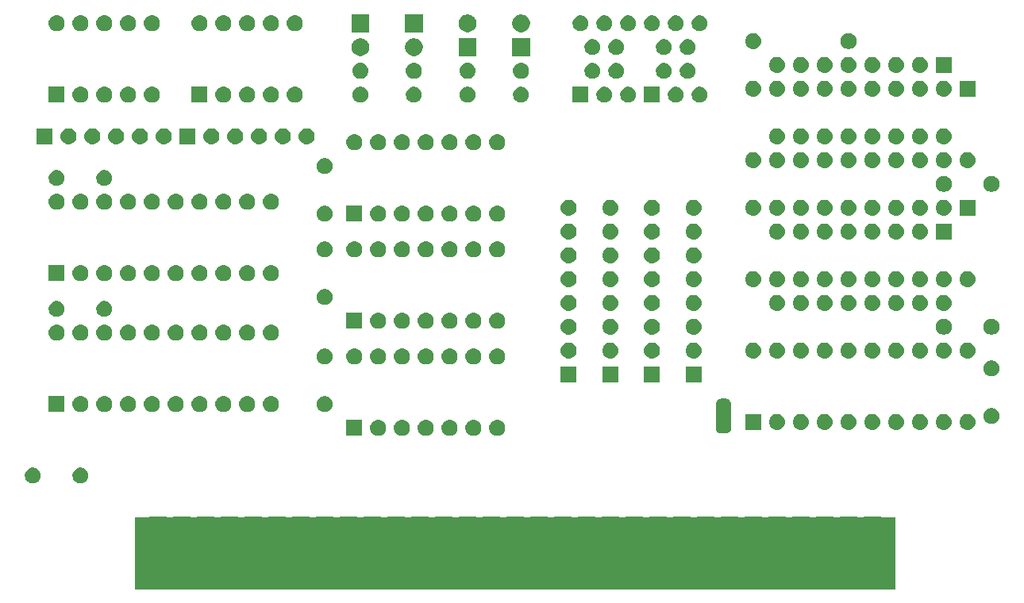
<source format=gbs>
G04 #@! TF.GenerationSoftware,KiCad,Pcbnew,(5.1.4)-1*
G04 #@! TF.CreationDate,2022-04-07T22:43:36+09:30*
G04 #@! TF.ProjectId,ISA_POST_Card_v5.1,4953415f-504f-4535-945f-436172645f76,1*
G04 #@! TF.SameCoordinates,Original*
G04 #@! TF.FileFunction,Soldermask,Bot*
G04 #@! TF.FilePolarity,Negative*
%FSLAX46Y46*%
G04 Gerber Fmt 4.6, Leading zero omitted, Abs format (unit mm)*
G04 Created by KiCad (PCBNEW (5.1.4)-1) date 2022-04-07 22:43:36*
%MOMM*%
%LPD*%
G04 APERTURE LIST*
%ADD10C,0.010000*%
%ADD11C,0.100000*%
G04 APERTURE END LIST*
D10*
G36*
X109982000Y-118745000D02*
G01*
X191008000Y-118745000D01*
X191008000Y-126365000D01*
X109982000Y-126365000D01*
X109982000Y-118745000D01*
G37*
X109982000Y-118745000D02*
X191008000Y-118745000D01*
X191008000Y-126365000D01*
X109982000Y-126365000D01*
X109982000Y-118745000D01*
D11*
G36*
X189536000Y-126162000D02*
G01*
X187654000Y-126162000D01*
X187654000Y-118694000D01*
X189536000Y-118694000D01*
X189536000Y-126162000D01*
X189536000Y-126162000D01*
G37*
G36*
X151436000Y-126162000D02*
G01*
X149554000Y-126162000D01*
X149554000Y-118694000D01*
X151436000Y-118694000D01*
X151436000Y-126162000D01*
X151436000Y-126162000D01*
G37*
G36*
X113336000Y-126162000D02*
G01*
X111454000Y-126162000D01*
X111454000Y-118694000D01*
X113336000Y-118694000D01*
X113336000Y-126162000D01*
X113336000Y-126162000D01*
G37*
G36*
X115876000Y-126162000D02*
G01*
X113994000Y-126162000D01*
X113994000Y-118694000D01*
X115876000Y-118694000D01*
X115876000Y-126162000D01*
X115876000Y-126162000D01*
G37*
G36*
X118416000Y-126162000D02*
G01*
X116534000Y-126162000D01*
X116534000Y-118694000D01*
X118416000Y-118694000D01*
X118416000Y-126162000D01*
X118416000Y-126162000D01*
G37*
G36*
X120956000Y-126162000D02*
G01*
X119074000Y-126162000D01*
X119074000Y-118694000D01*
X120956000Y-118694000D01*
X120956000Y-126162000D01*
X120956000Y-126162000D01*
G37*
G36*
X123496000Y-126162000D02*
G01*
X121614000Y-126162000D01*
X121614000Y-118694000D01*
X123496000Y-118694000D01*
X123496000Y-126162000D01*
X123496000Y-126162000D01*
G37*
G36*
X126036000Y-126162000D02*
G01*
X124154000Y-126162000D01*
X124154000Y-118694000D01*
X126036000Y-118694000D01*
X126036000Y-126162000D01*
X126036000Y-126162000D01*
G37*
G36*
X128576000Y-126162000D02*
G01*
X126694000Y-126162000D01*
X126694000Y-118694000D01*
X128576000Y-118694000D01*
X128576000Y-126162000D01*
X128576000Y-126162000D01*
G37*
G36*
X131116000Y-126162000D02*
G01*
X129234000Y-126162000D01*
X129234000Y-118694000D01*
X131116000Y-118694000D01*
X131116000Y-126162000D01*
X131116000Y-126162000D01*
G37*
G36*
X133656000Y-126162000D02*
G01*
X131774000Y-126162000D01*
X131774000Y-118694000D01*
X133656000Y-118694000D01*
X133656000Y-126162000D01*
X133656000Y-126162000D01*
G37*
G36*
X136196000Y-126162000D02*
G01*
X134314000Y-126162000D01*
X134314000Y-118694000D01*
X136196000Y-118694000D01*
X136196000Y-126162000D01*
X136196000Y-126162000D01*
G37*
G36*
X138736000Y-126162000D02*
G01*
X136854000Y-126162000D01*
X136854000Y-118694000D01*
X138736000Y-118694000D01*
X138736000Y-126162000D01*
X138736000Y-126162000D01*
G37*
G36*
X141276000Y-126162000D02*
G01*
X139394000Y-126162000D01*
X139394000Y-118694000D01*
X141276000Y-118694000D01*
X141276000Y-126162000D01*
X141276000Y-126162000D01*
G37*
G36*
X143816000Y-126162000D02*
G01*
X141934000Y-126162000D01*
X141934000Y-118694000D01*
X143816000Y-118694000D01*
X143816000Y-126162000D01*
X143816000Y-126162000D01*
G37*
G36*
X146356000Y-126162000D02*
G01*
X144474000Y-126162000D01*
X144474000Y-118694000D01*
X146356000Y-118694000D01*
X146356000Y-126162000D01*
X146356000Y-126162000D01*
G37*
G36*
X153976000Y-126162000D02*
G01*
X152094000Y-126162000D01*
X152094000Y-118694000D01*
X153976000Y-118694000D01*
X153976000Y-126162000D01*
X153976000Y-126162000D01*
G37*
G36*
X156516000Y-126162000D02*
G01*
X154634000Y-126162000D01*
X154634000Y-118694000D01*
X156516000Y-118694000D01*
X156516000Y-126162000D01*
X156516000Y-126162000D01*
G37*
G36*
X159056000Y-126162000D02*
G01*
X157174000Y-126162000D01*
X157174000Y-118694000D01*
X159056000Y-118694000D01*
X159056000Y-126162000D01*
X159056000Y-126162000D01*
G37*
G36*
X161596000Y-126162000D02*
G01*
X159714000Y-126162000D01*
X159714000Y-118694000D01*
X161596000Y-118694000D01*
X161596000Y-126162000D01*
X161596000Y-126162000D01*
G37*
G36*
X164136000Y-126162000D02*
G01*
X162254000Y-126162000D01*
X162254000Y-118694000D01*
X164136000Y-118694000D01*
X164136000Y-126162000D01*
X164136000Y-126162000D01*
G37*
G36*
X166676000Y-126162000D02*
G01*
X164794000Y-126162000D01*
X164794000Y-118694000D01*
X166676000Y-118694000D01*
X166676000Y-126162000D01*
X166676000Y-126162000D01*
G37*
G36*
X169216000Y-126162000D02*
G01*
X167334000Y-126162000D01*
X167334000Y-118694000D01*
X169216000Y-118694000D01*
X169216000Y-126162000D01*
X169216000Y-126162000D01*
G37*
G36*
X171756000Y-126162000D02*
G01*
X169874000Y-126162000D01*
X169874000Y-118694000D01*
X171756000Y-118694000D01*
X171756000Y-126162000D01*
X171756000Y-126162000D01*
G37*
G36*
X174296000Y-126162000D02*
G01*
X172414000Y-126162000D01*
X172414000Y-118694000D01*
X174296000Y-118694000D01*
X174296000Y-126162000D01*
X174296000Y-126162000D01*
G37*
G36*
X176836000Y-126162000D02*
G01*
X174954000Y-126162000D01*
X174954000Y-118694000D01*
X176836000Y-118694000D01*
X176836000Y-126162000D01*
X176836000Y-126162000D01*
G37*
G36*
X179376000Y-126162000D02*
G01*
X177494000Y-126162000D01*
X177494000Y-118694000D01*
X179376000Y-118694000D01*
X179376000Y-126162000D01*
X179376000Y-126162000D01*
G37*
G36*
X181916000Y-126162000D02*
G01*
X180034000Y-126162000D01*
X180034000Y-118694000D01*
X181916000Y-118694000D01*
X181916000Y-126162000D01*
X181916000Y-126162000D01*
G37*
G36*
X184456000Y-126162000D02*
G01*
X182574000Y-126162000D01*
X182574000Y-118694000D01*
X184456000Y-118694000D01*
X184456000Y-126162000D01*
X184456000Y-126162000D01*
G37*
G36*
X186996000Y-126162000D02*
G01*
X185114000Y-126162000D01*
X185114000Y-118694000D01*
X186996000Y-118694000D01*
X186996000Y-126162000D01*
X186996000Y-126162000D01*
G37*
G36*
X148896000Y-126162000D02*
G01*
X147014000Y-126162000D01*
X147014000Y-118694000D01*
X148896000Y-118694000D01*
X148896000Y-126162000D01*
X148896000Y-126162000D01*
G37*
G36*
X104388228Y-113481703D02*
G01*
X104543100Y-113545853D01*
X104682481Y-113638985D01*
X104801015Y-113757519D01*
X104894147Y-113896900D01*
X104958297Y-114051772D01*
X104991000Y-114216184D01*
X104991000Y-114383816D01*
X104958297Y-114548228D01*
X104894147Y-114703100D01*
X104801015Y-114842481D01*
X104682481Y-114961015D01*
X104543100Y-115054147D01*
X104388228Y-115118297D01*
X104223816Y-115151000D01*
X104056184Y-115151000D01*
X103891772Y-115118297D01*
X103736900Y-115054147D01*
X103597519Y-114961015D01*
X103478985Y-114842481D01*
X103385853Y-114703100D01*
X103321703Y-114548228D01*
X103289000Y-114383816D01*
X103289000Y-114216184D01*
X103321703Y-114051772D01*
X103385853Y-113896900D01*
X103478985Y-113757519D01*
X103597519Y-113638985D01*
X103736900Y-113545853D01*
X103891772Y-113481703D01*
X104056184Y-113449000D01*
X104223816Y-113449000D01*
X104388228Y-113481703D01*
X104388228Y-113481703D01*
G37*
G36*
X99308228Y-113481703D02*
G01*
X99463100Y-113545853D01*
X99602481Y-113638985D01*
X99721015Y-113757519D01*
X99814147Y-113896900D01*
X99878297Y-114051772D01*
X99911000Y-114216184D01*
X99911000Y-114383816D01*
X99878297Y-114548228D01*
X99814147Y-114703100D01*
X99721015Y-114842481D01*
X99602481Y-114961015D01*
X99463100Y-115054147D01*
X99308228Y-115118297D01*
X99143816Y-115151000D01*
X98976184Y-115151000D01*
X98811772Y-115118297D01*
X98656900Y-115054147D01*
X98517519Y-114961015D01*
X98398985Y-114842481D01*
X98305853Y-114703100D01*
X98241703Y-114548228D01*
X98209000Y-114383816D01*
X98209000Y-114216184D01*
X98241703Y-114051772D01*
X98305853Y-113896900D01*
X98398985Y-113757519D01*
X98517519Y-113638985D01*
X98656900Y-113545853D01*
X98811772Y-113481703D01*
X98976184Y-113449000D01*
X99143816Y-113449000D01*
X99308228Y-113481703D01*
X99308228Y-113481703D01*
G37*
G36*
X148756823Y-108381313D02*
G01*
X148917242Y-108429976D01*
X149049906Y-108500886D01*
X149065078Y-108508996D01*
X149194659Y-108615341D01*
X149301004Y-108744922D01*
X149301005Y-108744924D01*
X149380024Y-108892758D01*
X149428687Y-109053177D01*
X149445117Y-109220000D01*
X149428687Y-109386823D01*
X149380024Y-109547242D01*
X149347439Y-109608204D01*
X149301004Y-109695078D01*
X149194659Y-109824659D01*
X149065078Y-109931004D01*
X149065076Y-109931005D01*
X148917242Y-110010024D01*
X148756823Y-110058687D01*
X148631804Y-110071000D01*
X148548196Y-110071000D01*
X148423177Y-110058687D01*
X148262758Y-110010024D01*
X148114924Y-109931005D01*
X148114922Y-109931004D01*
X147985341Y-109824659D01*
X147878996Y-109695078D01*
X147832561Y-109608204D01*
X147799976Y-109547242D01*
X147751313Y-109386823D01*
X147734883Y-109220000D01*
X147751313Y-109053177D01*
X147799976Y-108892758D01*
X147878995Y-108744924D01*
X147878996Y-108744922D01*
X147985341Y-108615341D01*
X148114922Y-108508996D01*
X148130094Y-108500886D01*
X148262758Y-108429976D01*
X148423177Y-108381313D01*
X148548196Y-108369000D01*
X148631804Y-108369000D01*
X148756823Y-108381313D01*
X148756823Y-108381313D01*
G37*
G36*
X146216823Y-108381313D02*
G01*
X146377242Y-108429976D01*
X146509906Y-108500886D01*
X146525078Y-108508996D01*
X146654659Y-108615341D01*
X146761004Y-108744922D01*
X146761005Y-108744924D01*
X146840024Y-108892758D01*
X146888687Y-109053177D01*
X146905117Y-109220000D01*
X146888687Y-109386823D01*
X146840024Y-109547242D01*
X146807439Y-109608204D01*
X146761004Y-109695078D01*
X146654659Y-109824659D01*
X146525078Y-109931004D01*
X146525076Y-109931005D01*
X146377242Y-110010024D01*
X146216823Y-110058687D01*
X146091804Y-110071000D01*
X146008196Y-110071000D01*
X145883177Y-110058687D01*
X145722758Y-110010024D01*
X145574924Y-109931005D01*
X145574922Y-109931004D01*
X145445341Y-109824659D01*
X145338996Y-109695078D01*
X145292561Y-109608204D01*
X145259976Y-109547242D01*
X145211313Y-109386823D01*
X145194883Y-109220000D01*
X145211313Y-109053177D01*
X145259976Y-108892758D01*
X145338995Y-108744924D01*
X145338996Y-108744922D01*
X145445341Y-108615341D01*
X145574922Y-108508996D01*
X145590094Y-108500886D01*
X145722758Y-108429976D01*
X145883177Y-108381313D01*
X146008196Y-108369000D01*
X146091804Y-108369000D01*
X146216823Y-108381313D01*
X146216823Y-108381313D01*
G37*
G36*
X143676823Y-108381313D02*
G01*
X143837242Y-108429976D01*
X143969906Y-108500886D01*
X143985078Y-108508996D01*
X144114659Y-108615341D01*
X144221004Y-108744922D01*
X144221005Y-108744924D01*
X144300024Y-108892758D01*
X144348687Y-109053177D01*
X144365117Y-109220000D01*
X144348687Y-109386823D01*
X144300024Y-109547242D01*
X144267439Y-109608204D01*
X144221004Y-109695078D01*
X144114659Y-109824659D01*
X143985078Y-109931004D01*
X143985076Y-109931005D01*
X143837242Y-110010024D01*
X143676823Y-110058687D01*
X143551804Y-110071000D01*
X143468196Y-110071000D01*
X143343177Y-110058687D01*
X143182758Y-110010024D01*
X143034924Y-109931005D01*
X143034922Y-109931004D01*
X142905341Y-109824659D01*
X142798996Y-109695078D01*
X142752561Y-109608204D01*
X142719976Y-109547242D01*
X142671313Y-109386823D01*
X142654883Y-109220000D01*
X142671313Y-109053177D01*
X142719976Y-108892758D01*
X142798995Y-108744924D01*
X142798996Y-108744922D01*
X142905341Y-108615341D01*
X143034922Y-108508996D01*
X143050094Y-108500886D01*
X143182758Y-108429976D01*
X143343177Y-108381313D01*
X143468196Y-108369000D01*
X143551804Y-108369000D01*
X143676823Y-108381313D01*
X143676823Y-108381313D01*
G37*
G36*
X141136823Y-108381313D02*
G01*
X141297242Y-108429976D01*
X141429906Y-108500886D01*
X141445078Y-108508996D01*
X141574659Y-108615341D01*
X141681004Y-108744922D01*
X141681005Y-108744924D01*
X141760024Y-108892758D01*
X141808687Y-109053177D01*
X141825117Y-109220000D01*
X141808687Y-109386823D01*
X141760024Y-109547242D01*
X141727439Y-109608204D01*
X141681004Y-109695078D01*
X141574659Y-109824659D01*
X141445078Y-109931004D01*
X141445076Y-109931005D01*
X141297242Y-110010024D01*
X141136823Y-110058687D01*
X141011804Y-110071000D01*
X140928196Y-110071000D01*
X140803177Y-110058687D01*
X140642758Y-110010024D01*
X140494924Y-109931005D01*
X140494922Y-109931004D01*
X140365341Y-109824659D01*
X140258996Y-109695078D01*
X140212561Y-109608204D01*
X140179976Y-109547242D01*
X140131313Y-109386823D01*
X140114883Y-109220000D01*
X140131313Y-109053177D01*
X140179976Y-108892758D01*
X140258995Y-108744924D01*
X140258996Y-108744922D01*
X140365341Y-108615341D01*
X140494922Y-108508996D01*
X140510094Y-108500886D01*
X140642758Y-108429976D01*
X140803177Y-108381313D01*
X140928196Y-108369000D01*
X141011804Y-108369000D01*
X141136823Y-108381313D01*
X141136823Y-108381313D01*
G37*
G36*
X138596823Y-108381313D02*
G01*
X138757242Y-108429976D01*
X138889906Y-108500886D01*
X138905078Y-108508996D01*
X139034659Y-108615341D01*
X139141004Y-108744922D01*
X139141005Y-108744924D01*
X139220024Y-108892758D01*
X139268687Y-109053177D01*
X139285117Y-109220000D01*
X139268687Y-109386823D01*
X139220024Y-109547242D01*
X139187439Y-109608204D01*
X139141004Y-109695078D01*
X139034659Y-109824659D01*
X138905078Y-109931004D01*
X138905076Y-109931005D01*
X138757242Y-110010024D01*
X138596823Y-110058687D01*
X138471804Y-110071000D01*
X138388196Y-110071000D01*
X138263177Y-110058687D01*
X138102758Y-110010024D01*
X137954924Y-109931005D01*
X137954922Y-109931004D01*
X137825341Y-109824659D01*
X137718996Y-109695078D01*
X137672561Y-109608204D01*
X137639976Y-109547242D01*
X137591313Y-109386823D01*
X137574883Y-109220000D01*
X137591313Y-109053177D01*
X137639976Y-108892758D01*
X137718995Y-108744924D01*
X137718996Y-108744922D01*
X137825341Y-108615341D01*
X137954922Y-108508996D01*
X137970094Y-108500886D01*
X138102758Y-108429976D01*
X138263177Y-108381313D01*
X138388196Y-108369000D01*
X138471804Y-108369000D01*
X138596823Y-108381313D01*
X138596823Y-108381313D01*
G37*
G36*
X136056823Y-108381313D02*
G01*
X136217242Y-108429976D01*
X136349906Y-108500886D01*
X136365078Y-108508996D01*
X136494659Y-108615341D01*
X136601004Y-108744922D01*
X136601005Y-108744924D01*
X136680024Y-108892758D01*
X136728687Y-109053177D01*
X136745117Y-109220000D01*
X136728687Y-109386823D01*
X136680024Y-109547242D01*
X136647439Y-109608204D01*
X136601004Y-109695078D01*
X136494659Y-109824659D01*
X136365078Y-109931004D01*
X136365076Y-109931005D01*
X136217242Y-110010024D01*
X136056823Y-110058687D01*
X135931804Y-110071000D01*
X135848196Y-110071000D01*
X135723177Y-110058687D01*
X135562758Y-110010024D01*
X135414924Y-109931005D01*
X135414922Y-109931004D01*
X135285341Y-109824659D01*
X135178996Y-109695078D01*
X135132561Y-109608204D01*
X135099976Y-109547242D01*
X135051313Y-109386823D01*
X135034883Y-109220000D01*
X135051313Y-109053177D01*
X135099976Y-108892758D01*
X135178995Y-108744924D01*
X135178996Y-108744922D01*
X135285341Y-108615341D01*
X135414922Y-108508996D01*
X135430094Y-108500886D01*
X135562758Y-108429976D01*
X135723177Y-108381313D01*
X135848196Y-108369000D01*
X135931804Y-108369000D01*
X136056823Y-108381313D01*
X136056823Y-108381313D01*
G37*
G36*
X134201000Y-110071000D02*
G01*
X132499000Y-110071000D01*
X132499000Y-108369000D01*
X134201000Y-108369000D01*
X134201000Y-110071000D01*
X134201000Y-110071000D01*
G37*
G36*
X172982199Y-106099954D02*
G01*
X172994450Y-106100556D01*
X173012869Y-106100556D01*
X173035149Y-106102750D01*
X173119233Y-106119476D01*
X173140660Y-106125976D01*
X173219858Y-106158780D01*
X173225303Y-106161691D01*
X173225309Y-106161693D01*
X173234169Y-106166429D01*
X173234173Y-106166432D01*
X173239614Y-106169340D01*
X173310899Y-106216971D01*
X173328204Y-106231172D01*
X173388828Y-106291796D01*
X173403029Y-106309101D01*
X173450660Y-106380386D01*
X173453568Y-106385827D01*
X173453571Y-106385831D01*
X173458307Y-106394691D01*
X173458309Y-106394697D01*
X173461220Y-106400142D01*
X173494024Y-106479340D01*
X173500524Y-106500767D01*
X173517250Y-106584851D01*
X173519444Y-106607131D01*
X173519444Y-106625550D01*
X173520046Y-106637801D01*
X173521852Y-106656139D01*
X173521852Y-107193860D01*
X173520263Y-107209999D01*
X173515855Y-107224528D01*
X173510394Y-107237711D01*
X173505612Y-107261745D01*
X173505611Y-107286249D01*
X173510391Y-107310282D01*
X173519768Y-107332921D01*
X173521000Y-107334765D01*
X173521000Y-108566050D01*
X173514525Y-108578164D01*
X173507412Y-108601613D01*
X173505010Y-108625999D01*
X173507412Y-108650385D01*
X173514525Y-108673834D01*
X173516848Y-108678746D01*
X173520263Y-108690001D01*
X173521852Y-108706140D01*
X173521852Y-109243862D01*
X173520046Y-109262199D01*
X173519444Y-109274450D01*
X173519444Y-109292869D01*
X173517250Y-109315149D01*
X173500524Y-109399233D01*
X173494024Y-109420660D01*
X173461220Y-109499858D01*
X173458309Y-109505303D01*
X173458307Y-109505309D01*
X173453571Y-109514169D01*
X173453568Y-109514173D01*
X173450660Y-109519614D01*
X173403029Y-109590899D01*
X173388828Y-109608204D01*
X173328204Y-109668828D01*
X173310899Y-109683029D01*
X173239614Y-109730660D01*
X173234173Y-109733568D01*
X173234169Y-109733571D01*
X173225309Y-109738307D01*
X173225303Y-109738309D01*
X173219858Y-109741220D01*
X173140660Y-109774024D01*
X173119233Y-109780524D01*
X173035149Y-109797250D01*
X173012869Y-109799444D01*
X172994450Y-109799444D01*
X172982199Y-109800046D01*
X172963862Y-109801852D01*
X172476138Y-109801852D01*
X172457801Y-109800046D01*
X172445550Y-109799444D01*
X172427131Y-109799444D01*
X172404851Y-109797250D01*
X172320767Y-109780524D01*
X172299340Y-109774024D01*
X172220142Y-109741220D01*
X172214697Y-109738309D01*
X172214691Y-109738307D01*
X172205831Y-109733571D01*
X172205827Y-109733568D01*
X172200386Y-109730660D01*
X172129101Y-109683029D01*
X172111796Y-109668828D01*
X172051172Y-109608204D01*
X172036971Y-109590899D01*
X171989340Y-109519614D01*
X171986432Y-109514173D01*
X171986429Y-109514169D01*
X171981693Y-109505309D01*
X171981691Y-109505303D01*
X171978780Y-109499858D01*
X171945976Y-109420660D01*
X171939476Y-109399233D01*
X171922750Y-109315149D01*
X171920556Y-109292869D01*
X171920556Y-109274450D01*
X171919954Y-109262199D01*
X171918148Y-109243862D01*
X171918148Y-108706140D01*
X171919737Y-108690001D01*
X171924145Y-108675472D01*
X171929606Y-108662289D01*
X171934388Y-108638255D01*
X171934389Y-108613751D01*
X171929609Y-108589718D01*
X171920232Y-108567079D01*
X171919000Y-108565235D01*
X171919000Y-107333950D01*
X171925475Y-107321836D01*
X171932588Y-107298387D01*
X171934990Y-107274001D01*
X171932588Y-107249615D01*
X171925475Y-107226166D01*
X171923152Y-107221254D01*
X171919737Y-107209999D01*
X171918148Y-107193860D01*
X171918148Y-106656139D01*
X171919954Y-106637801D01*
X171920556Y-106625550D01*
X171920556Y-106607131D01*
X171922750Y-106584851D01*
X171939476Y-106500767D01*
X171945976Y-106479340D01*
X171978780Y-106400142D01*
X171981691Y-106394697D01*
X171981693Y-106394691D01*
X171986429Y-106385831D01*
X171986432Y-106385827D01*
X171989340Y-106380386D01*
X172036971Y-106309101D01*
X172051172Y-106291796D01*
X172111796Y-106231172D01*
X172129101Y-106216971D01*
X172200386Y-106169340D01*
X172205827Y-106166432D01*
X172205831Y-106166429D01*
X172214691Y-106161693D01*
X172214697Y-106161691D01*
X172220142Y-106158780D01*
X172299340Y-106125976D01*
X172320767Y-106119476D01*
X172404851Y-106102750D01*
X172427131Y-106100556D01*
X172445550Y-106100556D01*
X172457801Y-106099954D01*
X172476139Y-106098148D01*
X172963861Y-106098148D01*
X172982199Y-106099954D01*
X172982199Y-106099954D01*
G37*
G36*
X191301823Y-107746313D02*
G01*
X191462242Y-107794976D01*
X191594906Y-107865886D01*
X191610078Y-107873996D01*
X191739659Y-107980341D01*
X191846004Y-108109922D01*
X191846005Y-108109924D01*
X191925024Y-108257758D01*
X191973687Y-108418177D01*
X191990117Y-108585000D01*
X191973687Y-108751823D01*
X191925024Y-108912242D01*
X191854114Y-109044906D01*
X191846004Y-109060078D01*
X191739659Y-109189659D01*
X191610078Y-109296004D01*
X191610076Y-109296005D01*
X191462242Y-109375024D01*
X191301823Y-109423687D01*
X191176804Y-109436000D01*
X191093196Y-109436000D01*
X190968177Y-109423687D01*
X190807758Y-109375024D01*
X190659924Y-109296005D01*
X190659922Y-109296004D01*
X190530341Y-109189659D01*
X190423996Y-109060078D01*
X190415886Y-109044906D01*
X190344976Y-108912242D01*
X190296313Y-108751823D01*
X190279883Y-108585000D01*
X190296313Y-108418177D01*
X190344976Y-108257758D01*
X190423995Y-108109924D01*
X190423996Y-108109922D01*
X190530341Y-107980341D01*
X190659922Y-107873996D01*
X190675094Y-107865886D01*
X190807758Y-107794976D01*
X190968177Y-107746313D01*
X191093196Y-107734000D01*
X191176804Y-107734000D01*
X191301823Y-107746313D01*
X191301823Y-107746313D01*
G37*
G36*
X178601823Y-107746313D02*
G01*
X178762242Y-107794976D01*
X178894906Y-107865886D01*
X178910078Y-107873996D01*
X179039659Y-107980341D01*
X179146004Y-108109922D01*
X179146005Y-108109924D01*
X179225024Y-108257758D01*
X179273687Y-108418177D01*
X179290117Y-108585000D01*
X179273687Y-108751823D01*
X179225024Y-108912242D01*
X179154114Y-109044906D01*
X179146004Y-109060078D01*
X179039659Y-109189659D01*
X178910078Y-109296004D01*
X178910076Y-109296005D01*
X178762242Y-109375024D01*
X178601823Y-109423687D01*
X178476804Y-109436000D01*
X178393196Y-109436000D01*
X178268177Y-109423687D01*
X178107758Y-109375024D01*
X177959924Y-109296005D01*
X177959922Y-109296004D01*
X177830341Y-109189659D01*
X177723996Y-109060078D01*
X177715886Y-109044906D01*
X177644976Y-108912242D01*
X177596313Y-108751823D01*
X177579883Y-108585000D01*
X177596313Y-108418177D01*
X177644976Y-108257758D01*
X177723995Y-108109924D01*
X177723996Y-108109922D01*
X177830341Y-107980341D01*
X177959922Y-107873996D01*
X177975094Y-107865886D01*
X178107758Y-107794976D01*
X178268177Y-107746313D01*
X178393196Y-107734000D01*
X178476804Y-107734000D01*
X178601823Y-107746313D01*
X178601823Y-107746313D01*
G37*
G36*
X176746000Y-109436000D02*
G01*
X175044000Y-109436000D01*
X175044000Y-107734000D01*
X176746000Y-107734000D01*
X176746000Y-109436000D01*
X176746000Y-109436000D01*
G37*
G36*
X183681823Y-107746313D02*
G01*
X183842242Y-107794976D01*
X183974906Y-107865886D01*
X183990078Y-107873996D01*
X184119659Y-107980341D01*
X184226004Y-108109922D01*
X184226005Y-108109924D01*
X184305024Y-108257758D01*
X184353687Y-108418177D01*
X184370117Y-108585000D01*
X184353687Y-108751823D01*
X184305024Y-108912242D01*
X184234114Y-109044906D01*
X184226004Y-109060078D01*
X184119659Y-109189659D01*
X183990078Y-109296004D01*
X183990076Y-109296005D01*
X183842242Y-109375024D01*
X183681823Y-109423687D01*
X183556804Y-109436000D01*
X183473196Y-109436000D01*
X183348177Y-109423687D01*
X183187758Y-109375024D01*
X183039924Y-109296005D01*
X183039922Y-109296004D01*
X182910341Y-109189659D01*
X182803996Y-109060078D01*
X182795886Y-109044906D01*
X182724976Y-108912242D01*
X182676313Y-108751823D01*
X182659883Y-108585000D01*
X182676313Y-108418177D01*
X182724976Y-108257758D01*
X182803995Y-108109924D01*
X182803996Y-108109922D01*
X182910341Y-107980341D01*
X183039922Y-107873996D01*
X183055094Y-107865886D01*
X183187758Y-107794976D01*
X183348177Y-107746313D01*
X183473196Y-107734000D01*
X183556804Y-107734000D01*
X183681823Y-107746313D01*
X183681823Y-107746313D01*
G37*
G36*
X186221823Y-107746313D02*
G01*
X186382242Y-107794976D01*
X186514906Y-107865886D01*
X186530078Y-107873996D01*
X186659659Y-107980341D01*
X186766004Y-108109922D01*
X186766005Y-108109924D01*
X186845024Y-108257758D01*
X186893687Y-108418177D01*
X186910117Y-108585000D01*
X186893687Y-108751823D01*
X186845024Y-108912242D01*
X186774114Y-109044906D01*
X186766004Y-109060078D01*
X186659659Y-109189659D01*
X186530078Y-109296004D01*
X186530076Y-109296005D01*
X186382242Y-109375024D01*
X186221823Y-109423687D01*
X186096804Y-109436000D01*
X186013196Y-109436000D01*
X185888177Y-109423687D01*
X185727758Y-109375024D01*
X185579924Y-109296005D01*
X185579922Y-109296004D01*
X185450341Y-109189659D01*
X185343996Y-109060078D01*
X185335886Y-109044906D01*
X185264976Y-108912242D01*
X185216313Y-108751823D01*
X185199883Y-108585000D01*
X185216313Y-108418177D01*
X185264976Y-108257758D01*
X185343995Y-108109924D01*
X185343996Y-108109922D01*
X185450341Y-107980341D01*
X185579922Y-107873996D01*
X185595094Y-107865886D01*
X185727758Y-107794976D01*
X185888177Y-107746313D01*
X186013196Y-107734000D01*
X186096804Y-107734000D01*
X186221823Y-107746313D01*
X186221823Y-107746313D01*
G37*
G36*
X181141823Y-107746313D02*
G01*
X181302242Y-107794976D01*
X181434906Y-107865886D01*
X181450078Y-107873996D01*
X181579659Y-107980341D01*
X181686004Y-108109922D01*
X181686005Y-108109924D01*
X181765024Y-108257758D01*
X181813687Y-108418177D01*
X181830117Y-108585000D01*
X181813687Y-108751823D01*
X181765024Y-108912242D01*
X181694114Y-109044906D01*
X181686004Y-109060078D01*
X181579659Y-109189659D01*
X181450078Y-109296004D01*
X181450076Y-109296005D01*
X181302242Y-109375024D01*
X181141823Y-109423687D01*
X181016804Y-109436000D01*
X180933196Y-109436000D01*
X180808177Y-109423687D01*
X180647758Y-109375024D01*
X180499924Y-109296005D01*
X180499922Y-109296004D01*
X180370341Y-109189659D01*
X180263996Y-109060078D01*
X180255886Y-109044906D01*
X180184976Y-108912242D01*
X180136313Y-108751823D01*
X180119883Y-108585000D01*
X180136313Y-108418177D01*
X180184976Y-108257758D01*
X180263995Y-108109924D01*
X180263996Y-108109922D01*
X180370341Y-107980341D01*
X180499922Y-107873996D01*
X180515094Y-107865886D01*
X180647758Y-107794976D01*
X180808177Y-107746313D01*
X180933196Y-107734000D01*
X181016804Y-107734000D01*
X181141823Y-107746313D01*
X181141823Y-107746313D01*
G37*
G36*
X188761823Y-107746313D02*
G01*
X188922242Y-107794976D01*
X189054906Y-107865886D01*
X189070078Y-107873996D01*
X189199659Y-107980341D01*
X189306004Y-108109922D01*
X189306005Y-108109924D01*
X189385024Y-108257758D01*
X189433687Y-108418177D01*
X189450117Y-108585000D01*
X189433687Y-108751823D01*
X189385024Y-108912242D01*
X189314114Y-109044906D01*
X189306004Y-109060078D01*
X189199659Y-109189659D01*
X189070078Y-109296004D01*
X189070076Y-109296005D01*
X188922242Y-109375024D01*
X188761823Y-109423687D01*
X188636804Y-109436000D01*
X188553196Y-109436000D01*
X188428177Y-109423687D01*
X188267758Y-109375024D01*
X188119924Y-109296005D01*
X188119922Y-109296004D01*
X187990341Y-109189659D01*
X187883996Y-109060078D01*
X187875886Y-109044906D01*
X187804976Y-108912242D01*
X187756313Y-108751823D01*
X187739883Y-108585000D01*
X187756313Y-108418177D01*
X187804976Y-108257758D01*
X187883995Y-108109924D01*
X187883996Y-108109922D01*
X187990341Y-107980341D01*
X188119922Y-107873996D01*
X188135094Y-107865886D01*
X188267758Y-107794976D01*
X188428177Y-107746313D01*
X188553196Y-107734000D01*
X188636804Y-107734000D01*
X188761823Y-107746313D01*
X188761823Y-107746313D01*
G37*
G36*
X198921823Y-107746313D02*
G01*
X199082242Y-107794976D01*
X199214906Y-107865886D01*
X199230078Y-107873996D01*
X199359659Y-107980341D01*
X199466004Y-108109922D01*
X199466005Y-108109924D01*
X199545024Y-108257758D01*
X199593687Y-108418177D01*
X199610117Y-108585000D01*
X199593687Y-108751823D01*
X199545024Y-108912242D01*
X199474114Y-109044906D01*
X199466004Y-109060078D01*
X199359659Y-109189659D01*
X199230078Y-109296004D01*
X199230076Y-109296005D01*
X199082242Y-109375024D01*
X198921823Y-109423687D01*
X198796804Y-109436000D01*
X198713196Y-109436000D01*
X198588177Y-109423687D01*
X198427758Y-109375024D01*
X198279924Y-109296005D01*
X198279922Y-109296004D01*
X198150341Y-109189659D01*
X198043996Y-109060078D01*
X198035886Y-109044906D01*
X197964976Y-108912242D01*
X197916313Y-108751823D01*
X197899883Y-108585000D01*
X197916313Y-108418177D01*
X197964976Y-108257758D01*
X198043995Y-108109924D01*
X198043996Y-108109922D01*
X198150341Y-107980341D01*
X198279922Y-107873996D01*
X198295094Y-107865886D01*
X198427758Y-107794976D01*
X198588177Y-107746313D01*
X198713196Y-107734000D01*
X198796804Y-107734000D01*
X198921823Y-107746313D01*
X198921823Y-107746313D01*
G37*
G36*
X196381823Y-107746313D02*
G01*
X196542242Y-107794976D01*
X196674906Y-107865886D01*
X196690078Y-107873996D01*
X196819659Y-107980341D01*
X196926004Y-108109922D01*
X196926005Y-108109924D01*
X197005024Y-108257758D01*
X197053687Y-108418177D01*
X197070117Y-108585000D01*
X197053687Y-108751823D01*
X197005024Y-108912242D01*
X196934114Y-109044906D01*
X196926004Y-109060078D01*
X196819659Y-109189659D01*
X196690078Y-109296004D01*
X196690076Y-109296005D01*
X196542242Y-109375024D01*
X196381823Y-109423687D01*
X196256804Y-109436000D01*
X196173196Y-109436000D01*
X196048177Y-109423687D01*
X195887758Y-109375024D01*
X195739924Y-109296005D01*
X195739922Y-109296004D01*
X195610341Y-109189659D01*
X195503996Y-109060078D01*
X195495886Y-109044906D01*
X195424976Y-108912242D01*
X195376313Y-108751823D01*
X195359883Y-108585000D01*
X195376313Y-108418177D01*
X195424976Y-108257758D01*
X195503995Y-108109924D01*
X195503996Y-108109922D01*
X195610341Y-107980341D01*
X195739922Y-107873996D01*
X195755094Y-107865886D01*
X195887758Y-107794976D01*
X196048177Y-107746313D01*
X196173196Y-107734000D01*
X196256804Y-107734000D01*
X196381823Y-107746313D01*
X196381823Y-107746313D01*
G37*
G36*
X193841823Y-107746313D02*
G01*
X194002242Y-107794976D01*
X194134906Y-107865886D01*
X194150078Y-107873996D01*
X194279659Y-107980341D01*
X194386004Y-108109922D01*
X194386005Y-108109924D01*
X194465024Y-108257758D01*
X194513687Y-108418177D01*
X194530117Y-108585000D01*
X194513687Y-108751823D01*
X194465024Y-108912242D01*
X194394114Y-109044906D01*
X194386004Y-109060078D01*
X194279659Y-109189659D01*
X194150078Y-109296004D01*
X194150076Y-109296005D01*
X194002242Y-109375024D01*
X193841823Y-109423687D01*
X193716804Y-109436000D01*
X193633196Y-109436000D01*
X193508177Y-109423687D01*
X193347758Y-109375024D01*
X193199924Y-109296005D01*
X193199922Y-109296004D01*
X193070341Y-109189659D01*
X192963996Y-109060078D01*
X192955886Y-109044906D01*
X192884976Y-108912242D01*
X192836313Y-108751823D01*
X192819883Y-108585000D01*
X192836313Y-108418177D01*
X192884976Y-108257758D01*
X192963995Y-108109924D01*
X192963996Y-108109922D01*
X193070341Y-107980341D01*
X193199922Y-107873996D01*
X193215094Y-107865886D01*
X193347758Y-107794976D01*
X193508177Y-107746313D01*
X193633196Y-107734000D01*
X193716804Y-107734000D01*
X193841823Y-107746313D01*
X193841823Y-107746313D01*
G37*
G36*
X201543228Y-107131703D02*
G01*
X201698100Y-107195853D01*
X201837481Y-107288985D01*
X201956015Y-107407519D01*
X202049147Y-107546900D01*
X202113297Y-107701772D01*
X202146000Y-107866184D01*
X202146000Y-108033816D01*
X202113297Y-108198228D01*
X202049147Y-108353100D01*
X201956015Y-108492481D01*
X201837481Y-108611015D01*
X201698100Y-108704147D01*
X201543228Y-108768297D01*
X201378816Y-108801000D01*
X201211184Y-108801000D01*
X201046772Y-108768297D01*
X200891900Y-108704147D01*
X200752519Y-108611015D01*
X200633985Y-108492481D01*
X200540853Y-108353100D01*
X200476703Y-108198228D01*
X200444000Y-108033816D01*
X200444000Y-107866184D01*
X200476703Y-107701772D01*
X200540853Y-107546900D01*
X200633985Y-107407519D01*
X200752519Y-107288985D01*
X200891900Y-107195853D01*
X201046772Y-107131703D01*
X201211184Y-107099000D01*
X201378816Y-107099000D01*
X201543228Y-107131703D01*
X201543228Y-107131703D01*
G37*
G36*
X109386823Y-105841313D02*
G01*
X109547242Y-105889976D01*
X109614361Y-105925852D01*
X109695078Y-105968996D01*
X109824659Y-106075341D01*
X109931004Y-106204922D01*
X109931005Y-106204924D01*
X110010024Y-106352758D01*
X110058687Y-106513177D01*
X110075117Y-106680000D01*
X110058687Y-106846823D01*
X110010024Y-107007242D01*
X109969477Y-107083100D01*
X109931004Y-107155078D01*
X109824659Y-107284659D01*
X109695078Y-107391004D01*
X109695076Y-107391005D01*
X109547242Y-107470024D01*
X109386823Y-107518687D01*
X109261804Y-107531000D01*
X109178196Y-107531000D01*
X109053177Y-107518687D01*
X108892758Y-107470024D01*
X108744924Y-107391005D01*
X108744922Y-107391004D01*
X108615341Y-107284659D01*
X108508996Y-107155078D01*
X108470523Y-107083100D01*
X108429976Y-107007242D01*
X108381313Y-106846823D01*
X108364883Y-106680000D01*
X108381313Y-106513177D01*
X108429976Y-106352758D01*
X108508995Y-106204924D01*
X108508996Y-106204922D01*
X108615341Y-106075341D01*
X108744922Y-105968996D01*
X108825639Y-105925852D01*
X108892758Y-105889976D01*
X109053177Y-105841313D01*
X109178196Y-105829000D01*
X109261804Y-105829000D01*
X109386823Y-105841313D01*
X109386823Y-105841313D01*
G37*
G36*
X111926823Y-105841313D02*
G01*
X112087242Y-105889976D01*
X112154361Y-105925852D01*
X112235078Y-105968996D01*
X112364659Y-106075341D01*
X112471004Y-106204922D01*
X112471005Y-106204924D01*
X112550024Y-106352758D01*
X112598687Y-106513177D01*
X112615117Y-106680000D01*
X112598687Y-106846823D01*
X112550024Y-107007242D01*
X112509477Y-107083100D01*
X112471004Y-107155078D01*
X112364659Y-107284659D01*
X112235078Y-107391004D01*
X112235076Y-107391005D01*
X112087242Y-107470024D01*
X111926823Y-107518687D01*
X111801804Y-107531000D01*
X111718196Y-107531000D01*
X111593177Y-107518687D01*
X111432758Y-107470024D01*
X111284924Y-107391005D01*
X111284922Y-107391004D01*
X111155341Y-107284659D01*
X111048996Y-107155078D01*
X111010523Y-107083100D01*
X110969976Y-107007242D01*
X110921313Y-106846823D01*
X110904883Y-106680000D01*
X110921313Y-106513177D01*
X110969976Y-106352758D01*
X111048995Y-106204924D01*
X111048996Y-106204922D01*
X111155341Y-106075341D01*
X111284922Y-105968996D01*
X111365639Y-105925852D01*
X111432758Y-105889976D01*
X111593177Y-105841313D01*
X111718196Y-105829000D01*
X111801804Y-105829000D01*
X111926823Y-105841313D01*
X111926823Y-105841313D01*
G37*
G36*
X114466823Y-105841313D02*
G01*
X114627242Y-105889976D01*
X114694361Y-105925852D01*
X114775078Y-105968996D01*
X114904659Y-106075341D01*
X115011004Y-106204922D01*
X115011005Y-106204924D01*
X115090024Y-106352758D01*
X115138687Y-106513177D01*
X115155117Y-106680000D01*
X115138687Y-106846823D01*
X115090024Y-107007242D01*
X115049477Y-107083100D01*
X115011004Y-107155078D01*
X114904659Y-107284659D01*
X114775078Y-107391004D01*
X114775076Y-107391005D01*
X114627242Y-107470024D01*
X114466823Y-107518687D01*
X114341804Y-107531000D01*
X114258196Y-107531000D01*
X114133177Y-107518687D01*
X113972758Y-107470024D01*
X113824924Y-107391005D01*
X113824922Y-107391004D01*
X113695341Y-107284659D01*
X113588996Y-107155078D01*
X113550523Y-107083100D01*
X113509976Y-107007242D01*
X113461313Y-106846823D01*
X113444883Y-106680000D01*
X113461313Y-106513177D01*
X113509976Y-106352758D01*
X113588995Y-106204924D01*
X113588996Y-106204922D01*
X113695341Y-106075341D01*
X113824922Y-105968996D01*
X113905639Y-105925852D01*
X113972758Y-105889976D01*
X114133177Y-105841313D01*
X114258196Y-105829000D01*
X114341804Y-105829000D01*
X114466823Y-105841313D01*
X114466823Y-105841313D01*
G37*
G36*
X117006823Y-105841313D02*
G01*
X117167242Y-105889976D01*
X117234361Y-105925852D01*
X117315078Y-105968996D01*
X117444659Y-106075341D01*
X117551004Y-106204922D01*
X117551005Y-106204924D01*
X117630024Y-106352758D01*
X117678687Y-106513177D01*
X117695117Y-106680000D01*
X117678687Y-106846823D01*
X117630024Y-107007242D01*
X117589477Y-107083100D01*
X117551004Y-107155078D01*
X117444659Y-107284659D01*
X117315078Y-107391004D01*
X117315076Y-107391005D01*
X117167242Y-107470024D01*
X117006823Y-107518687D01*
X116881804Y-107531000D01*
X116798196Y-107531000D01*
X116673177Y-107518687D01*
X116512758Y-107470024D01*
X116364924Y-107391005D01*
X116364922Y-107391004D01*
X116235341Y-107284659D01*
X116128996Y-107155078D01*
X116090523Y-107083100D01*
X116049976Y-107007242D01*
X116001313Y-106846823D01*
X115984883Y-106680000D01*
X116001313Y-106513177D01*
X116049976Y-106352758D01*
X116128995Y-106204924D01*
X116128996Y-106204922D01*
X116235341Y-106075341D01*
X116364922Y-105968996D01*
X116445639Y-105925852D01*
X116512758Y-105889976D01*
X116673177Y-105841313D01*
X116798196Y-105829000D01*
X116881804Y-105829000D01*
X117006823Y-105841313D01*
X117006823Y-105841313D01*
G37*
G36*
X119546823Y-105841313D02*
G01*
X119707242Y-105889976D01*
X119774361Y-105925852D01*
X119855078Y-105968996D01*
X119984659Y-106075341D01*
X120091004Y-106204922D01*
X120091005Y-106204924D01*
X120170024Y-106352758D01*
X120218687Y-106513177D01*
X120235117Y-106680000D01*
X120218687Y-106846823D01*
X120170024Y-107007242D01*
X120129477Y-107083100D01*
X120091004Y-107155078D01*
X119984659Y-107284659D01*
X119855078Y-107391004D01*
X119855076Y-107391005D01*
X119707242Y-107470024D01*
X119546823Y-107518687D01*
X119421804Y-107531000D01*
X119338196Y-107531000D01*
X119213177Y-107518687D01*
X119052758Y-107470024D01*
X118904924Y-107391005D01*
X118904922Y-107391004D01*
X118775341Y-107284659D01*
X118668996Y-107155078D01*
X118630523Y-107083100D01*
X118589976Y-107007242D01*
X118541313Y-106846823D01*
X118524883Y-106680000D01*
X118541313Y-106513177D01*
X118589976Y-106352758D01*
X118668995Y-106204924D01*
X118668996Y-106204922D01*
X118775341Y-106075341D01*
X118904922Y-105968996D01*
X118985639Y-105925852D01*
X119052758Y-105889976D01*
X119213177Y-105841313D01*
X119338196Y-105829000D01*
X119421804Y-105829000D01*
X119546823Y-105841313D01*
X119546823Y-105841313D01*
G37*
G36*
X122086823Y-105841313D02*
G01*
X122247242Y-105889976D01*
X122314361Y-105925852D01*
X122395078Y-105968996D01*
X122524659Y-106075341D01*
X122631004Y-106204922D01*
X122631005Y-106204924D01*
X122710024Y-106352758D01*
X122758687Y-106513177D01*
X122775117Y-106680000D01*
X122758687Y-106846823D01*
X122710024Y-107007242D01*
X122669477Y-107083100D01*
X122631004Y-107155078D01*
X122524659Y-107284659D01*
X122395078Y-107391004D01*
X122395076Y-107391005D01*
X122247242Y-107470024D01*
X122086823Y-107518687D01*
X121961804Y-107531000D01*
X121878196Y-107531000D01*
X121753177Y-107518687D01*
X121592758Y-107470024D01*
X121444924Y-107391005D01*
X121444922Y-107391004D01*
X121315341Y-107284659D01*
X121208996Y-107155078D01*
X121170523Y-107083100D01*
X121129976Y-107007242D01*
X121081313Y-106846823D01*
X121064883Y-106680000D01*
X121081313Y-106513177D01*
X121129976Y-106352758D01*
X121208995Y-106204924D01*
X121208996Y-106204922D01*
X121315341Y-106075341D01*
X121444922Y-105968996D01*
X121525639Y-105925852D01*
X121592758Y-105889976D01*
X121753177Y-105841313D01*
X121878196Y-105829000D01*
X121961804Y-105829000D01*
X122086823Y-105841313D01*
X122086823Y-105841313D01*
G37*
G36*
X124626823Y-105841313D02*
G01*
X124787242Y-105889976D01*
X124854361Y-105925852D01*
X124935078Y-105968996D01*
X125064659Y-106075341D01*
X125171004Y-106204922D01*
X125171005Y-106204924D01*
X125250024Y-106352758D01*
X125298687Y-106513177D01*
X125315117Y-106680000D01*
X125298687Y-106846823D01*
X125250024Y-107007242D01*
X125209477Y-107083100D01*
X125171004Y-107155078D01*
X125064659Y-107284659D01*
X124935078Y-107391004D01*
X124935076Y-107391005D01*
X124787242Y-107470024D01*
X124626823Y-107518687D01*
X124501804Y-107531000D01*
X124418196Y-107531000D01*
X124293177Y-107518687D01*
X124132758Y-107470024D01*
X123984924Y-107391005D01*
X123984922Y-107391004D01*
X123855341Y-107284659D01*
X123748996Y-107155078D01*
X123710523Y-107083100D01*
X123669976Y-107007242D01*
X123621313Y-106846823D01*
X123604883Y-106680000D01*
X123621313Y-106513177D01*
X123669976Y-106352758D01*
X123748995Y-106204924D01*
X123748996Y-106204922D01*
X123855341Y-106075341D01*
X123984922Y-105968996D01*
X124065639Y-105925852D01*
X124132758Y-105889976D01*
X124293177Y-105841313D01*
X124418196Y-105829000D01*
X124501804Y-105829000D01*
X124626823Y-105841313D01*
X124626823Y-105841313D01*
G37*
G36*
X130423228Y-105861703D02*
G01*
X130578100Y-105925853D01*
X130717481Y-106018985D01*
X130836015Y-106137519D01*
X130929147Y-106276900D01*
X130993297Y-106431772D01*
X131026000Y-106596184D01*
X131026000Y-106763816D01*
X130993297Y-106928228D01*
X130929147Y-107083100D01*
X130836015Y-107222481D01*
X130717481Y-107341015D01*
X130578100Y-107434147D01*
X130423228Y-107498297D01*
X130258816Y-107531000D01*
X130091184Y-107531000D01*
X129926772Y-107498297D01*
X129771900Y-107434147D01*
X129632519Y-107341015D01*
X129513985Y-107222481D01*
X129420853Y-107083100D01*
X129356703Y-106928228D01*
X129324000Y-106763816D01*
X129324000Y-106596184D01*
X129356703Y-106431772D01*
X129420853Y-106276900D01*
X129513985Y-106137519D01*
X129632519Y-106018985D01*
X129771900Y-105925853D01*
X129926772Y-105861703D01*
X130091184Y-105829000D01*
X130258816Y-105829000D01*
X130423228Y-105861703D01*
X130423228Y-105861703D01*
G37*
G36*
X102451000Y-107531000D02*
G01*
X100749000Y-107531000D01*
X100749000Y-105829000D01*
X102451000Y-105829000D01*
X102451000Y-107531000D01*
X102451000Y-107531000D01*
G37*
G36*
X104306823Y-105841313D02*
G01*
X104467242Y-105889976D01*
X104534361Y-105925852D01*
X104615078Y-105968996D01*
X104744659Y-106075341D01*
X104851004Y-106204922D01*
X104851005Y-106204924D01*
X104930024Y-106352758D01*
X104978687Y-106513177D01*
X104995117Y-106680000D01*
X104978687Y-106846823D01*
X104930024Y-107007242D01*
X104889477Y-107083100D01*
X104851004Y-107155078D01*
X104744659Y-107284659D01*
X104615078Y-107391004D01*
X104615076Y-107391005D01*
X104467242Y-107470024D01*
X104306823Y-107518687D01*
X104181804Y-107531000D01*
X104098196Y-107531000D01*
X103973177Y-107518687D01*
X103812758Y-107470024D01*
X103664924Y-107391005D01*
X103664922Y-107391004D01*
X103535341Y-107284659D01*
X103428996Y-107155078D01*
X103390523Y-107083100D01*
X103349976Y-107007242D01*
X103301313Y-106846823D01*
X103284883Y-106680000D01*
X103301313Y-106513177D01*
X103349976Y-106352758D01*
X103428995Y-106204924D01*
X103428996Y-106204922D01*
X103535341Y-106075341D01*
X103664922Y-105968996D01*
X103745639Y-105925852D01*
X103812758Y-105889976D01*
X103973177Y-105841313D01*
X104098196Y-105829000D01*
X104181804Y-105829000D01*
X104306823Y-105841313D01*
X104306823Y-105841313D01*
G37*
G36*
X106846823Y-105841313D02*
G01*
X107007242Y-105889976D01*
X107074361Y-105925852D01*
X107155078Y-105968996D01*
X107284659Y-106075341D01*
X107391004Y-106204922D01*
X107391005Y-106204924D01*
X107470024Y-106352758D01*
X107518687Y-106513177D01*
X107535117Y-106680000D01*
X107518687Y-106846823D01*
X107470024Y-107007242D01*
X107429477Y-107083100D01*
X107391004Y-107155078D01*
X107284659Y-107284659D01*
X107155078Y-107391004D01*
X107155076Y-107391005D01*
X107007242Y-107470024D01*
X106846823Y-107518687D01*
X106721804Y-107531000D01*
X106638196Y-107531000D01*
X106513177Y-107518687D01*
X106352758Y-107470024D01*
X106204924Y-107391005D01*
X106204922Y-107391004D01*
X106075341Y-107284659D01*
X105968996Y-107155078D01*
X105930523Y-107083100D01*
X105889976Y-107007242D01*
X105841313Y-106846823D01*
X105824883Y-106680000D01*
X105841313Y-106513177D01*
X105889976Y-106352758D01*
X105968995Y-106204924D01*
X105968996Y-106204922D01*
X106075341Y-106075341D01*
X106204922Y-105968996D01*
X106285639Y-105925852D01*
X106352758Y-105889976D01*
X106513177Y-105841313D01*
X106638196Y-105829000D01*
X106721804Y-105829000D01*
X106846823Y-105841313D01*
X106846823Y-105841313D01*
G37*
G36*
X165951000Y-104356000D02*
G01*
X164249000Y-104356000D01*
X164249000Y-102654000D01*
X165951000Y-102654000D01*
X165951000Y-104356000D01*
X165951000Y-104356000D01*
G37*
G36*
X161506000Y-104356000D02*
G01*
X159804000Y-104356000D01*
X159804000Y-102654000D01*
X161506000Y-102654000D01*
X161506000Y-104356000D01*
X161506000Y-104356000D01*
G37*
G36*
X157061000Y-104356000D02*
G01*
X155359000Y-104356000D01*
X155359000Y-102654000D01*
X157061000Y-102654000D01*
X157061000Y-104356000D01*
X157061000Y-104356000D01*
G37*
G36*
X170396000Y-104356000D02*
G01*
X168694000Y-104356000D01*
X168694000Y-102654000D01*
X170396000Y-102654000D01*
X170396000Y-104356000D01*
X170396000Y-104356000D01*
G37*
G36*
X201543228Y-102051703D02*
G01*
X201698100Y-102115853D01*
X201837481Y-102208985D01*
X201956015Y-102327519D01*
X202049147Y-102466900D01*
X202113297Y-102621772D01*
X202146000Y-102786184D01*
X202146000Y-102953816D01*
X202113297Y-103118228D01*
X202049147Y-103273100D01*
X201956015Y-103412481D01*
X201837481Y-103531015D01*
X201698100Y-103624147D01*
X201543228Y-103688297D01*
X201378816Y-103721000D01*
X201211184Y-103721000D01*
X201046772Y-103688297D01*
X200891900Y-103624147D01*
X200752519Y-103531015D01*
X200633985Y-103412481D01*
X200540853Y-103273100D01*
X200476703Y-103118228D01*
X200444000Y-102953816D01*
X200444000Y-102786184D01*
X200476703Y-102621772D01*
X200540853Y-102466900D01*
X200633985Y-102327519D01*
X200752519Y-102208985D01*
X200891900Y-102115853D01*
X201046772Y-102051703D01*
X201211184Y-102019000D01*
X201378816Y-102019000D01*
X201543228Y-102051703D01*
X201543228Y-102051703D01*
G37*
G36*
X148756823Y-100761313D02*
G01*
X148917242Y-100809976D01*
X148984361Y-100845852D01*
X149065078Y-100888996D01*
X149194659Y-100995341D01*
X149301004Y-101124922D01*
X149301005Y-101124924D01*
X149380024Y-101272758D01*
X149428687Y-101433177D01*
X149445117Y-101600000D01*
X149428687Y-101766823D01*
X149380024Y-101927242D01*
X149339477Y-102003100D01*
X149301004Y-102075078D01*
X149194659Y-102204659D01*
X149065078Y-102311004D01*
X149065076Y-102311005D01*
X148917242Y-102390024D01*
X148756823Y-102438687D01*
X148631804Y-102451000D01*
X148548196Y-102451000D01*
X148423177Y-102438687D01*
X148262758Y-102390024D01*
X148114924Y-102311005D01*
X148114922Y-102311004D01*
X147985341Y-102204659D01*
X147878996Y-102075078D01*
X147840523Y-102003100D01*
X147799976Y-101927242D01*
X147751313Y-101766823D01*
X147734883Y-101600000D01*
X147751313Y-101433177D01*
X147799976Y-101272758D01*
X147878995Y-101124924D01*
X147878996Y-101124922D01*
X147985341Y-100995341D01*
X148114922Y-100888996D01*
X148195639Y-100845852D01*
X148262758Y-100809976D01*
X148423177Y-100761313D01*
X148548196Y-100749000D01*
X148631804Y-100749000D01*
X148756823Y-100761313D01*
X148756823Y-100761313D01*
G37*
G36*
X130423228Y-100781703D02*
G01*
X130578100Y-100845853D01*
X130717481Y-100938985D01*
X130836015Y-101057519D01*
X130929147Y-101196900D01*
X130993297Y-101351772D01*
X131026000Y-101516184D01*
X131026000Y-101683816D01*
X130993297Y-101848228D01*
X130929147Y-102003100D01*
X130836015Y-102142481D01*
X130717481Y-102261015D01*
X130578100Y-102354147D01*
X130423228Y-102418297D01*
X130258816Y-102451000D01*
X130091184Y-102451000D01*
X129926772Y-102418297D01*
X129771900Y-102354147D01*
X129632519Y-102261015D01*
X129513985Y-102142481D01*
X129420853Y-102003100D01*
X129356703Y-101848228D01*
X129324000Y-101683816D01*
X129324000Y-101516184D01*
X129356703Y-101351772D01*
X129420853Y-101196900D01*
X129513985Y-101057519D01*
X129632519Y-100938985D01*
X129771900Y-100845853D01*
X129926772Y-100781703D01*
X130091184Y-100749000D01*
X130258816Y-100749000D01*
X130423228Y-100781703D01*
X130423228Y-100781703D01*
G37*
G36*
X146216823Y-100761313D02*
G01*
X146377242Y-100809976D01*
X146444361Y-100845852D01*
X146525078Y-100888996D01*
X146654659Y-100995341D01*
X146761004Y-101124922D01*
X146761005Y-101124924D01*
X146840024Y-101272758D01*
X146888687Y-101433177D01*
X146905117Y-101600000D01*
X146888687Y-101766823D01*
X146840024Y-101927242D01*
X146799477Y-102003100D01*
X146761004Y-102075078D01*
X146654659Y-102204659D01*
X146525078Y-102311004D01*
X146525076Y-102311005D01*
X146377242Y-102390024D01*
X146216823Y-102438687D01*
X146091804Y-102451000D01*
X146008196Y-102451000D01*
X145883177Y-102438687D01*
X145722758Y-102390024D01*
X145574924Y-102311005D01*
X145574922Y-102311004D01*
X145445341Y-102204659D01*
X145338996Y-102075078D01*
X145300523Y-102003100D01*
X145259976Y-101927242D01*
X145211313Y-101766823D01*
X145194883Y-101600000D01*
X145211313Y-101433177D01*
X145259976Y-101272758D01*
X145338995Y-101124924D01*
X145338996Y-101124922D01*
X145445341Y-100995341D01*
X145574922Y-100888996D01*
X145655639Y-100845852D01*
X145722758Y-100809976D01*
X145883177Y-100761313D01*
X146008196Y-100749000D01*
X146091804Y-100749000D01*
X146216823Y-100761313D01*
X146216823Y-100761313D01*
G37*
G36*
X143676823Y-100761313D02*
G01*
X143837242Y-100809976D01*
X143904361Y-100845852D01*
X143985078Y-100888996D01*
X144114659Y-100995341D01*
X144221004Y-101124922D01*
X144221005Y-101124924D01*
X144300024Y-101272758D01*
X144348687Y-101433177D01*
X144365117Y-101600000D01*
X144348687Y-101766823D01*
X144300024Y-101927242D01*
X144259477Y-102003100D01*
X144221004Y-102075078D01*
X144114659Y-102204659D01*
X143985078Y-102311004D01*
X143985076Y-102311005D01*
X143837242Y-102390024D01*
X143676823Y-102438687D01*
X143551804Y-102451000D01*
X143468196Y-102451000D01*
X143343177Y-102438687D01*
X143182758Y-102390024D01*
X143034924Y-102311005D01*
X143034922Y-102311004D01*
X142905341Y-102204659D01*
X142798996Y-102075078D01*
X142760523Y-102003100D01*
X142719976Y-101927242D01*
X142671313Y-101766823D01*
X142654883Y-101600000D01*
X142671313Y-101433177D01*
X142719976Y-101272758D01*
X142798995Y-101124924D01*
X142798996Y-101124922D01*
X142905341Y-100995341D01*
X143034922Y-100888996D01*
X143115639Y-100845852D01*
X143182758Y-100809976D01*
X143343177Y-100761313D01*
X143468196Y-100749000D01*
X143551804Y-100749000D01*
X143676823Y-100761313D01*
X143676823Y-100761313D01*
G37*
G36*
X141136823Y-100761313D02*
G01*
X141297242Y-100809976D01*
X141364361Y-100845852D01*
X141445078Y-100888996D01*
X141574659Y-100995341D01*
X141681004Y-101124922D01*
X141681005Y-101124924D01*
X141760024Y-101272758D01*
X141808687Y-101433177D01*
X141825117Y-101600000D01*
X141808687Y-101766823D01*
X141760024Y-101927242D01*
X141719477Y-102003100D01*
X141681004Y-102075078D01*
X141574659Y-102204659D01*
X141445078Y-102311004D01*
X141445076Y-102311005D01*
X141297242Y-102390024D01*
X141136823Y-102438687D01*
X141011804Y-102451000D01*
X140928196Y-102451000D01*
X140803177Y-102438687D01*
X140642758Y-102390024D01*
X140494924Y-102311005D01*
X140494922Y-102311004D01*
X140365341Y-102204659D01*
X140258996Y-102075078D01*
X140220523Y-102003100D01*
X140179976Y-101927242D01*
X140131313Y-101766823D01*
X140114883Y-101600000D01*
X140131313Y-101433177D01*
X140179976Y-101272758D01*
X140258995Y-101124924D01*
X140258996Y-101124922D01*
X140365341Y-100995341D01*
X140494922Y-100888996D01*
X140575639Y-100845852D01*
X140642758Y-100809976D01*
X140803177Y-100761313D01*
X140928196Y-100749000D01*
X141011804Y-100749000D01*
X141136823Y-100761313D01*
X141136823Y-100761313D01*
G37*
G36*
X138596823Y-100761313D02*
G01*
X138757242Y-100809976D01*
X138824361Y-100845852D01*
X138905078Y-100888996D01*
X139034659Y-100995341D01*
X139141004Y-101124922D01*
X139141005Y-101124924D01*
X139220024Y-101272758D01*
X139268687Y-101433177D01*
X139285117Y-101600000D01*
X139268687Y-101766823D01*
X139220024Y-101927242D01*
X139179477Y-102003100D01*
X139141004Y-102075078D01*
X139034659Y-102204659D01*
X138905078Y-102311004D01*
X138905076Y-102311005D01*
X138757242Y-102390024D01*
X138596823Y-102438687D01*
X138471804Y-102451000D01*
X138388196Y-102451000D01*
X138263177Y-102438687D01*
X138102758Y-102390024D01*
X137954924Y-102311005D01*
X137954922Y-102311004D01*
X137825341Y-102204659D01*
X137718996Y-102075078D01*
X137680523Y-102003100D01*
X137639976Y-101927242D01*
X137591313Y-101766823D01*
X137574883Y-101600000D01*
X137591313Y-101433177D01*
X137639976Y-101272758D01*
X137718995Y-101124924D01*
X137718996Y-101124922D01*
X137825341Y-100995341D01*
X137954922Y-100888996D01*
X138035639Y-100845852D01*
X138102758Y-100809976D01*
X138263177Y-100761313D01*
X138388196Y-100749000D01*
X138471804Y-100749000D01*
X138596823Y-100761313D01*
X138596823Y-100761313D01*
G37*
G36*
X136056823Y-100761313D02*
G01*
X136217242Y-100809976D01*
X136284361Y-100845852D01*
X136365078Y-100888996D01*
X136494659Y-100995341D01*
X136601004Y-101124922D01*
X136601005Y-101124924D01*
X136680024Y-101272758D01*
X136728687Y-101433177D01*
X136745117Y-101600000D01*
X136728687Y-101766823D01*
X136680024Y-101927242D01*
X136639477Y-102003100D01*
X136601004Y-102075078D01*
X136494659Y-102204659D01*
X136365078Y-102311004D01*
X136365076Y-102311005D01*
X136217242Y-102390024D01*
X136056823Y-102438687D01*
X135931804Y-102451000D01*
X135848196Y-102451000D01*
X135723177Y-102438687D01*
X135562758Y-102390024D01*
X135414924Y-102311005D01*
X135414922Y-102311004D01*
X135285341Y-102204659D01*
X135178996Y-102075078D01*
X135140523Y-102003100D01*
X135099976Y-101927242D01*
X135051313Y-101766823D01*
X135034883Y-101600000D01*
X135051313Y-101433177D01*
X135099976Y-101272758D01*
X135178995Y-101124924D01*
X135178996Y-101124922D01*
X135285341Y-100995341D01*
X135414922Y-100888996D01*
X135495639Y-100845852D01*
X135562758Y-100809976D01*
X135723177Y-100761313D01*
X135848196Y-100749000D01*
X135931804Y-100749000D01*
X136056823Y-100761313D01*
X136056823Y-100761313D01*
G37*
G36*
X133516823Y-100761313D02*
G01*
X133677242Y-100809976D01*
X133744361Y-100845852D01*
X133825078Y-100888996D01*
X133954659Y-100995341D01*
X134061004Y-101124922D01*
X134061005Y-101124924D01*
X134140024Y-101272758D01*
X134188687Y-101433177D01*
X134205117Y-101600000D01*
X134188687Y-101766823D01*
X134140024Y-101927242D01*
X134099477Y-102003100D01*
X134061004Y-102075078D01*
X133954659Y-102204659D01*
X133825078Y-102311004D01*
X133825076Y-102311005D01*
X133677242Y-102390024D01*
X133516823Y-102438687D01*
X133391804Y-102451000D01*
X133308196Y-102451000D01*
X133183177Y-102438687D01*
X133022758Y-102390024D01*
X132874924Y-102311005D01*
X132874922Y-102311004D01*
X132745341Y-102204659D01*
X132638996Y-102075078D01*
X132600523Y-102003100D01*
X132559976Y-101927242D01*
X132511313Y-101766823D01*
X132494883Y-101600000D01*
X132511313Y-101433177D01*
X132559976Y-101272758D01*
X132638995Y-101124924D01*
X132638996Y-101124922D01*
X132745341Y-100995341D01*
X132874922Y-100888996D01*
X132955639Y-100845852D01*
X133022758Y-100809976D01*
X133183177Y-100761313D01*
X133308196Y-100749000D01*
X133391804Y-100749000D01*
X133516823Y-100761313D01*
X133516823Y-100761313D01*
G37*
G36*
X186221823Y-100126313D02*
G01*
X186382242Y-100174976D01*
X186514906Y-100245886D01*
X186530078Y-100253996D01*
X186659659Y-100360341D01*
X186766004Y-100489922D01*
X186766005Y-100489924D01*
X186845024Y-100637758D01*
X186893687Y-100798177D01*
X186910117Y-100965000D01*
X186893687Y-101131823D01*
X186845024Y-101292242D01*
X186774114Y-101424906D01*
X186766004Y-101440078D01*
X186659659Y-101569659D01*
X186530078Y-101676004D01*
X186530076Y-101676005D01*
X186382242Y-101755024D01*
X186221823Y-101803687D01*
X186096804Y-101816000D01*
X186013196Y-101816000D01*
X185888177Y-101803687D01*
X185727758Y-101755024D01*
X185579924Y-101676005D01*
X185579922Y-101676004D01*
X185450341Y-101569659D01*
X185343996Y-101440078D01*
X185335886Y-101424906D01*
X185264976Y-101292242D01*
X185216313Y-101131823D01*
X185199883Y-100965000D01*
X185216313Y-100798177D01*
X185264976Y-100637758D01*
X185343995Y-100489924D01*
X185343996Y-100489922D01*
X185450341Y-100360341D01*
X185579922Y-100253996D01*
X185595094Y-100245886D01*
X185727758Y-100174976D01*
X185888177Y-100126313D01*
X186013196Y-100114000D01*
X186096804Y-100114000D01*
X186221823Y-100126313D01*
X186221823Y-100126313D01*
G37*
G36*
X156376823Y-100126313D02*
G01*
X156537242Y-100174976D01*
X156669906Y-100245886D01*
X156685078Y-100253996D01*
X156814659Y-100360341D01*
X156921004Y-100489922D01*
X156921005Y-100489924D01*
X157000024Y-100637758D01*
X157048687Y-100798177D01*
X157065117Y-100965000D01*
X157048687Y-101131823D01*
X157000024Y-101292242D01*
X156929114Y-101424906D01*
X156921004Y-101440078D01*
X156814659Y-101569659D01*
X156685078Y-101676004D01*
X156685076Y-101676005D01*
X156537242Y-101755024D01*
X156376823Y-101803687D01*
X156251804Y-101816000D01*
X156168196Y-101816000D01*
X156043177Y-101803687D01*
X155882758Y-101755024D01*
X155734924Y-101676005D01*
X155734922Y-101676004D01*
X155605341Y-101569659D01*
X155498996Y-101440078D01*
X155490886Y-101424906D01*
X155419976Y-101292242D01*
X155371313Y-101131823D01*
X155354883Y-100965000D01*
X155371313Y-100798177D01*
X155419976Y-100637758D01*
X155498995Y-100489924D01*
X155498996Y-100489922D01*
X155605341Y-100360341D01*
X155734922Y-100253996D01*
X155750094Y-100245886D01*
X155882758Y-100174976D01*
X156043177Y-100126313D01*
X156168196Y-100114000D01*
X156251804Y-100114000D01*
X156376823Y-100126313D01*
X156376823Y-100126313D01*
G37*
G36*
X160821823Y-100126313D02*
G01*
X160982242Y-100174976D01*
X161114906Y-100245886D01*
X161130078Y-100253996D01*
X161259659Y-100360341D01*
X161366004Y-100489922D01*
X161366005Y-100489924D01*
X161445024Y-100637758D01*
X161493687Y-100798177D01*
X161510117Y-100965000D01*
X161493687Y-101131823D01*
X161445024Y-101292242D01*
X161374114Y-101424906D01*
X161366004Y-101440078D01*
X161259659Y-101569659D01*
X161130078Y-101676004D01*
X161130076Y-101676005D01*
X160982242Y-101755024D01*
X160821823Y-101803687D01*
X160696804Y-101816000D01*
X160613196Y-101816000D01*
X160488177Y-101803687D01*
X160327758Y-101755024D01*
X160179924Y-101676005D01*
X160179922Y-101676004D01*
X160050341Y-101569659D01*
X159943996Y-101440078D01*
X159935886Y-101424906D01*
X159864976Y-101292242D01*
X159816313Y-101131823D01*
X159799883Y-100965000D01*
X159816313Y-100798177D01*
X159864976Y-100637758D01*
X159943995Y-100489924D01*
X159943996Y-100489922D01*
X160050341Y-100360341D01*
X160179922Y-100253996D01*
X160195094Y-100245886D01*
X160327758Y-100174976D01*
X160488177Y-100126313D01*
X160613196Y-100114000D01*
X160696804Y-100114000D01*
X160821823Y-100126313D01*
X160821823Y-100126313D01*
G37*
G36*
X169711823Y-100126313D02*
G01*
X169872242Y-100174976D01*
X170004906Y-100245886D01*
X170020078Y-100253996D01*
X170149659Y-100360341D01*
X170256004Y-100489922D01*
X170256005Y-100489924D01*
X170335024Y-100637758D01*
X170383687Y-100798177D01*
X170400117Y-100965000D01*
X170383687Y-101131823D01*
X170335024Y-101292242D01*
X170264114Y-101424906D01*
X170256004Y-101440078D01*
X170149659Y-101569659D01*
X170020078Y-101676004D01*
X170020076Y-101676005D01*
X169872242Y-101755024D01*
X169711823Y-101803687D01*
X169586804Y-101816000D01*
X169503196Y-101816000D01*
X169378177Y-101803687D01*
X169217758Y-101755024D01*
X169069924Y-101676005D01*
X169069922Y-101676004D01*
X168940341Y-101569659D01*
X168833996Y-101440078D01*
X168825886Y-101424906D01*
X168754976Y-101292242D01*
X168706313Y-101131823D01*
X168689883Y-100965000D01*
X168706313Y-100798177D01*
X168754976Y-100637758D01*
X168833995Y-100489924D01*
X168833996Y-100489922D01*
X168940341Y-100360341D01*
X169069922Y-100253996D01*
X169085094Y-100245886D01*
X169217758Y-100174976D01*
X169378177Y-100126313D01*
X169503196Y-100114000D01*
X169586804Y-100114000D01*
X169711823Y-100126313D01*
X169711823Y-100126313D01*
G37*
G36*
X165266823Y-100126313D02*
G01*
X165427242Y-100174976D01*
X165559906Y-100245886D01*
X165575078Y-100253996D01*
X165704659Y-100360341D01*
X165811004Y-100489922D01*
X165811005Y-100489924D01*
X165890024Y-100637758D01*
X165938687Y-100798177D01*
X165955117Y-100965000D01*
X165938687Y-101131823D01*
X165890024Y-101292242D01*
X165819114Y-101424906D01*
X165811004Y-101440078D01*
X165704659Y-101569659D01*
X165575078Y-101676004D01*
X165575076Y-101676005D01*
X165427242Y-101755024D01*
X165266823Y-101803687D01*
X165141804Y-101816000D01*
X165058196Y-101816000D01*
X164933177Y-101803687D01*
X164772758Y-101755024D01*
X164624924Y-101676005D01*
X164624922Y-101676004D01*
X164495341Y-101569659D01*
X164388996Y-101440078D01*
X164380886Y-101424906D01*
X164309976Y-101292242D01*
X164261313Y-101131823D01*
X164244883Y-100965000D01*
X164261313Y-100798177D01*
X164309976Y-100637758D01*
X164388995Y-100489924D01*
X164388996Y-100489922D01*
X164495341Y-100360341D01*
X164624922Y-100253996D01*
X164640094Y-100245886D01*
X164772758Y-100174976D01*
X164933177Y-100126313D01*
X165058196Y-100114000D01*
X165141804Y-100114000D01*
X165266823Y-100126313D01*
X165266823Y-100126313D01*
G37*
G36*
X198921823Y-100126313D02*
G01*
X199082242Y-100174976D01*
X199214906Y-100245886D01*
X199230078Y-100253996D01*
X199359659Y-100360341D01*
X199466004Y-100489922D01*
X199466005Y-100489924D01*
X199545024Y-100637758D01*
X199593687Y-100798177D01*
X199610117Y-100965000D01*
X199593687Y-101131823D01*
X199545024Y-101292242D01*
X199474114Y-101424906D01*
X199466004Y-101440078D01*
X199359659Y-101569659D01*
X199230078Y-101676004D01*
X199230076Y-101676005D01*
X199082242Y-101755024D01*
X198921823Y-101803687D01*
X198796804Y-101816000D01*
X198713196Y-101816000D01*
X198588177Y-101803687D01*
X198427758Y-101755024D01*
X198279924Y-101676005D01*
X198279922Y-101676004D01*
X198150341Y-101569659D01*
X198043996Y-101440078D01*
X198035886Y-101424906D01*
X197964976Y-101292242D01*
X197916313Y-101131823D01*
X197899883Y-100965000D01*
X197916313Y-100798177D01*
X197964976Y-100637758D01*
X198043995Y-100489924D01*
X198043996Y-100489922D01*
X198150341Y-100360341D01*
X198279922Y-100253996D01*
X198295094Y-100245886D01*
X198427758Y-100174976D01*
X198588177Y-100126313D01*
X198713196Y-100114000D01*
X198796804Y-100114000D01*
X198921823Y-100126313D01*
X198921823Y-100126313D01*
G37*
G36*
X196381823Y-100126313D02*
G01*
X196542242Y-100174976D01*
X196674906Y-100245886D01*
X196690078Y-100253996D01*
X196819659Y-100360341D01*
X196926004Y-100489922D01*
X196926005Y-100489924D01*
X197005024Y-100637758D01*
X197053687Y-100798177D01*
X197070117Y-100965000D01*
X197053687Y-101131823D01*
X197005024Y-101292242D01*
X196934114Y-101424906D01*
X196926004Y-101440078D01*
X196819659Y-101569659D01*
X196690078Y-101676004D01*
X196690076Y-101676005D01*
X196542242Y-101755024D01*
X196381823Y-101803687D01*
X196256804Y-101816000D01*
X196173196Y-101816000D01*
X196048177Y-101803687D01*
X195887758Y-101755024D01*
X195739924Y-101676005D01*
X195739922Y-101676004D01*
X195610341Y-101569659D01*
X195503996Y-101440078D01*
X195495886Y-101424906D01*
X195424976Y-101292242D01*
X195376313Y-101131823D01*
X195359883Y-100965000D01*
X195376313Y-100798177D01*
X195424976Y-100637758D01*
X195503995Y-100489924D01*
X195503996Y-100489922D01*
X195610341Y-100360341D01*
X195739922Y-100253996D01*
X195755094Y-100245886D01*
X195887758Y-100174976D01*
X196048177Y-100126313D01*
X196173196Y-100114000D01*
X196256804Y-100114000D01*
X196381823Y-100126313D01*
X196381823Y-100126313D01*
G37*
G36*
X191301823Y-100126313D02*
G01*
X191462242Y-100174976D01*
X191594906Y-100245886D01*
X191610078Y-100253996D01*
X191739659Y-100360341D01*
X191846004Y-100489922D01*
X191846005Y-100489924D01*
X191925024Y-100637758D01*
X191973687Y-100798177D01*
X191990117Y-100965000D01*
X191973687Y-101131823D01*
X191925024Y-101292242D01*
X191854114Y-101424906D01*
X191846004Y-101440078D01*
X191739659Y-101569659D01*
X191610078Y-101676004D01*
X191610076Y-101676005D01*
X191462242Y-101755024D01*
X191301823Y-101803687D01*
X191176804Y-101816000D01*
X191093196Y-101816000D01*
X190968177Y-101803687D01*
X190807758Y-101755024D01*
X190659924Y-101676005D01*
X190659922Y-101676004D01*
X190530341Y-101569659D01*
X190423996Y-101440078D01*
X190415886Y-101424906D01*
X190344976Y-101292242D01*
X190296313Y-101131823D01*
X190279883Y-100965000D01*
X190296313Y-100798177D01*
X190344976Y-100637758D01*
X190423995Y-100489924D01*
X190423996Y-100489922D01*
X190530341Y-100360341D01*
X190659922Y-100253996D01*
X190675094Y-100245886D01*
X190807758Y-100174976D01*
X190968177Y-100126313D01*
X191093196Y-100114000D01*
X191176804Y-100114000D01*
X191301823Y-100126313D01*
X191301823Y-100126313D01*
G37*
G36*
X193841823Y-100126313D02*
G01*
X194002242Y-100174976D01*
X194134906Y-100245886D01*
X194150078Y-100253996D01*
X194279659Y-100360341D01*
X194386004Y-100489922D01*
X194386005Y-100489924D01*
X194465024Y-100637758D01*
X194513687Y-100798177D01*
X194530117Y-100965000D01*
X194513687Y-101131823D01*
X194465024Y-101292242D01*
X194394114Y-101424906D01*
X194386004Y-101440078D01*
X194279659Y-101569659D01*
X194150078Y-101676004D01*
X194150076Y-101676005D01*
X194002242Y-101755024D01*
X193841823Y-101803687D01*
X193716804Y-101816000D01*
X193633196Y-101816000D01*
X193508177Y-101803687D01*
X193347758Y-101755024D01*
X193199924Y-101676005D01*
X193199922Y-101676004D01*
X193070341Y-101569659D01*
X192963996Y-101440078D01*
X192955886Y-101424906D01*
X192884976Y-101292242D01*
X192836313Y-101131823D01*
X192819883Y-100965000D01*
X192836313Y-100798177D01*
X192884976Y-100637758D01*
X192963995Y-100489924D01*
X192963996Y-100489922D01*
X193070341Y-100360341D01*
X193199922Y-100253996D01*
X193215094Y-100245886D01*
X193347758Y-100174976D01*
X193508177Y-100126313D01*
X193633196Y-100114000D01*
X193716804Y-100114000D01*
X193841823Y-100126313D01*
X193841823Y-100126313D01*
G37*
G36*
X181141823Y-100126313D02*
G01*
X181302242Y-100174976D01*
X181434906Y-100245886D01*
X181450078Y-100253996D01*
X181579659Y-100360341D01*
X181686004Y-100489922D01*
X181686005Y-100489924D01*
X181765024Y-100637758D01*
X181813687Y-100798177D01*
X181830117Y-100965000D01*
X181813687Y-101131823D01*
X181765024Y-101292242D01*
X181694114Y-101424906D01*
X181686004Y-101440078D01*
X181579659Y-101569659D01*
X181450078Y-101676004D01*
X181450076Y-101676005D01*
X181302242Y-101755024D01*
X181141823Y-101803687D01*
X181016804Y-101816000D01*
X180933196Y-101816000D01*
X180808177Y-101803687D01*
X180647758Y-101755024D01*
X180499924Y-101676005D01*
X180499922Y-101676004D01*
X180370341Y-101569659D01*
X180263996Y-101440078D01*
X180255886Y-101424906D01*
X180184976Y-101292242D01*
X180136313Y-101131823D01*
X180119883Y-100965000D01*
X180136313Y-100798177D01*
X180184976Y-100637758D01*
X180263995Y-100489924D01*
X180263996Y-100489922D01*
X180370341Y-100360341D01*
X180499922Y-100253996D01*
X180515094Y-100245886D01*
X180647758Y-100174976D01*
X180808177Y-100126313D01*
X180933196Y-100114000D01*
X181016804Y-100114000D01*
X181141823Y-100126313D01*
X181141823Y-100126313D01*
G37*
G36*
X178601823Y-100126313D02*
G01*
X178762242Y-100174976D01*
X178894906Y-100245886D01*
X178910078Y-100253996D01*
X179039659Y-100360341D01*
X179146004Y-100489922D01*
X179146005Y-100489924D01*
X179225024Y-100637758D01*
X179273687Y-100798177D01*
X179290117Y-100965000D01*
X179273687Y-101131823D01*
X179225024Y-101292242D01*
X179154114Y-101424906D01*
X179146004Y-101440078D01*
X179039659Y-101569659D01*
X178910078Y-101676004D01*
X178910076Y-101676005D01*
X178762242Y-101755024D01*
X178601823Y-101803687D01*
X178476804Y-101816000D01*
X178393196Y-101816000D01*
X178268177Y-101803687D01*
X178107758Y-101755024D01*
X177959924Y-101676005D01*
X177959922Y-101676004D01*
X177830341Y-101569659D01*
X177723996Y-101440078D01*
X177715886Y-101424906D01*
X177644976Y-101292242D01*
X177596313Y-101131823D01*
X177579883Y-100965000D01*
X177596313Y-100798177D01*
X177644976Y-100637758D01*
X177723995Y-100489924D01*
X177723996Y-100489922D01*
X177830341Y-100360341D01*
X177959922Y-100253996D01*
X177975094Y-100245886D01*
X178107758Y-100174976D01*
X178268177Y-100126313D01*
X178393196Y-100114000D01*
X178476804Y-100114000D01*
X178601823Y-100126313D01*
X178601823Y-100126313D01*
G37*
G36*
X176061823Y-100126313D02*
G01*
X176222242Y-100174976D01*
X176354906Y-100245886D01*
X176370078Y-100253996D01*
X176499659Y-100360341D01*
X176606004Y-100489922D01*
X176606005Y-100489924D01*
X176685024Y-100637758D01*
X176733687Y-100798177D01*
X176750117Y-100965000D01*
X176733687Y-101131823D01*
X176685024Y-101292242D01*
X176614114Y-101424906D01*
X176606004Y-101440078D01*
X176499659Y-101569659D01*
X176370078Y-101676004D01*
X176370076Y-101676005D01*
X176222242Y-101755024D01*
X176061823Y-101803687D01*
X175936804Y-101816000D01*
X175853196Y-101816000D01*
X175728177Y-101803687D01*
X175567758Y-101755024D01*
X175419924Y-101676005D01*
X175419922Y-101676004D01*
X175290341Y-101569659D01*
X175183996Y-101440078D01*
X175175886Y-101424906D01*
X175104976Y-101292242D01*
X175056313Y-101131823D01*
X175039883Y-100965000D01*
X175056313Y-100798177D01*
X175104976Y-100637758D01*
X175183995Y-100489924D01*
X175183996Y-100489922D01*
X175290341Y-100360341D01*
X175419922Y-100253996D01*
X175435094Y-100245886D01*
X175567758Y-100174976D01*
X175728177Y-100126313D01*
X175853196Y-100114000D01*
X175936804Y-100114000D01*
X176061823Y-100126313D01*
X176061823Y-100126313D01*
G37*
G36*
X188761823Y-100126313D02*
G01*
X188922242Y-100174976D01*
X189054906Y-100245886D01*
X189070078Y-100253996D01*
X189199659Y-100360341D01*
X189306004Y-100489922D01*
X189306005Y-100489924D01*
X189385024Y-100637758D01*
X189433687Y-100798177D01*
X189450117Y-100965000D01*
X189433687Y-101131823D01*
X189385024Y-101292242D01*
X189314114Y-101424906D01*
X189306004Y-101440078D01*
X189199659Y-101569659D01*
X189070078Y-101676004D01*
X189070076Y-101676005D01*
X188922242Y-101755024D01*
X188761823Y-101803687D01*
X188636804Y-101816000D01*
X188553196Y-101816000D01*
X188428177Y-101803687D01*
X188267758Y-101755024D01*
X188119924Y-101676005D01*
X188119922Y-101676004D01*
X187990341Y-101569659D01*
X187883996Y-101440078D01*
X187875886Y-101424906D01*
X187804976Y-101292242D01*
X187756313Y-101131823D01*
X187739883Y-100965000D01*
X187756313Y-100798177D01*
X187804976Y-100637758D01*
X187883995Y-100489924D01*
X187883996Y-100489922D01*
X187990341Y-100360341D01*
X188119922Y-100253996D01*
X188135094Y-100245886D01*
X188267758Y-100174976D01*
X188428177Y-100126313D01*
X188553196Y-100114000D01*
X188636804Y-100114000D01*
X188761823Y-100126313D01*
X188761823Y-100126313D01*
G37*
G36*
X183681823Y-100126313D02*
G01*
X183842242Y-100174976D01*
X183974906Y-100245886D01*
X183990078Y-100253996D01*
X184119659Y-100360341D01*
X184226004Y-100489922D01*
X184226005Y-100489924D01*
X184305024Y-100637758D01*
X184353687Y-100798177D01*
X184370117Y-100965000D01*
X184353687Y-101131823D01*
X184305024Y-101292242D01*
X184234114Y-101424906D01*
X184226004Y-101440078D01*
X184119659Y-101569659D01*
X183990078Y-101676004D01*
X183990076Y-101676005D01*
X183842242Y-101755024D01*
X183681823Y-101803687D01*
X183556804Y-101816000D01*
X183473196Y-101816000D01*
X183348177Y-101803687D01*
X183187758Y-101755024D01*
X183039924Y-101676005D01*
X183039922Y-101676004D01*
X182910341Y-101569659D01*
X182803996Y-101440078D01*
X182795886Y-101424906D01*
X182724976Y-101292242D01*
X182676313Y-101131823D01*
X182659883Y-100965000D01*
X182676313Y-100798177D01*
X182724976Y-100637758D01*
X182803995Y-100489924D01*
X182803996Y-100489922D01*
X182910341Y-100360341D01*
X183039922Y-100253996D01*
X183055094Y-100245886D01*
X183187758Y-100174976D01*
X183348177Y-100126313D01*
X183473196Y-100114000D01*
X183556804Y-100114000D01*
X183681823Y-100126313D01*
X183681823Y-100126313D01*
G37*
G36*
X111926823Y-98221313D02*
G01*
X112087242Y-98269976D01*
X112219906Y-98340886D01*
X112235078Y-98348996D01*
X112364659Y-98455341D01*
X112471004Y-98584922D01*
X112471005Y-98584924D01*
X112550024Y-98732758D01*
X112598687Y-98893177D01*
X112615117Y-99060000D01*
X112598687Y-99226823D01*
X112550024Y-99387242D01*
X112479114Y-99519906D01*
X112471004Y-99535078D01*
X112364659Y-99664659D01*
X112235078Y-99771004D01*
X112235076Y-99771005D01*
X112087242Y-99850024D01*
X111926823Y-99898687D01*
X111801804Y-99911000D01*
X111718196Y-99911000D01*
X111593177Y-99898687D01*
X111432758Y-99850024D01*
X111284924Y-99771005D01*
X111284922Y-99771004D01*
X111155341Y-99664659D01*
X111048996Y-99535078D01*
X111040886Y-99519906D01*
X110969976Y-99387242D01*
X110921313Y-99226823D01*
X110904883Y-99060000D01*
X110921313Y-98893177D01*
X110969976Y-98732758D01*
X111048995Y-98584924D01*
X111048996Y-98584922D01*
X111155341Y-98455341D01*
X111284922Y-98348996D01*
X111300094Y-98340886D01*
X111432758Y-98269976D01*
X111593177Y-98221313D01*
X111718196Y-98209000D01*
X111801804Y-98209000D01*
X111926823Y-98221313D01*
X111926823Y-98221313D01*
G37*
G36*
X124626823Y-98221313D02*
G01*
X124787242Y-98269976D01*
X124919906Y-98340886D01*
X124935078Y-98348996D01*
X125064659Y-98455341D01*
X125171004Y-98584922D01*
X125171005Y-98584924D01*
X125250024Y-98732758D01*
X125298687Y-98893177D01*
X125315117Y-99060000D01*
X125298687Y-99226823D01*
X125250024Y-99387242D01*
X125179114Y-99519906D01*
X125171004Y-99535078D01*
X125064659Y-99664659D01*
X124935078Y-99771004D01*
X124935076Y-99771005D01*
X124787242Y-99850024D01*
X124626823Y-99898687D01*
X124501804Y-99911000D01*
X124418196Y-99911000D01*
X124293177Y-99898687D01*
X124132758Y-99850024D01*
X123984924Y-99771005D01*
X123984922Y-99771004D01*
X123855341Y-99664659D01*
X123748996Y-99535078D01*
X123740886Y-99519906D01*
X123669976Y-99387242D01*
X123621313Y-99226823D01*
X123604883Y-99060000D01*
X123621313Y-98893177D01*
X123669976Y-98732758D01*
X123748995Y-98584924D01*
X123748996Y-98584922D01*
X123855341Y-98455341D01*
X123984922Y-98348996D01*
X124000094Y-98340886D01*
X124132758Y-98269976D01*
X124293177Y-98221313D01*
X124418196Y-98209000D01*
X124501804Y-98209000D01*
X124626823Y-98221313D01*
X124626823Y-98221313D01*
G37*
G36*
X101766823Y-98221313D02*
G01*
X101927242Y-98269976D01*
X102059906Y-98340886D01*
X102075078Y-98348996D01*
X102204659Y-98455341D01*
X102311004Y-98584922D01*
X102311005Y-98584924D01*
X102390024Y-98732758D01*
X102438687Y-98893177D01*
X102455117Y-99060000D01*
X102438687Y-99226823D01*
X102390024Y-99387242D01*
X102319114Y-99519906D01*
X102311004Y-99535078D01*
X102204659Y-99664659D01*
X102075078Y-99771004D01*
X102075076Y-99771005D01*
X101927242Y-99850024D01*
X101766823Y-99898687D01*
X101641804Y-99911000D01*
X101558196Y-99911000D01*
X101433177Y-99898687D01*
X101272758Y-99850024D01*
X101124924Y-99771005D01*
X101124922Y-99771004D01*
X100995341Y-99664659D01*
X100888996Y-99535078D01*
X100880886Y-99519906D01*
X100809976Y-99387242D01*
X100761313Y-99226823D01*
X100744883Y-99060000D01*
X100761313Y-98893177D01*
X100809976Y-98732758D01*
X100888995Y-98584924D01*
X100888996Y-98584922D01*
X100995341Y-98455341D01*
X101124922Y-98348996D01*
X101140094Y-98340886D01*
X101272758Y-98269976D01*
X101433177Y-98221313D01*
X101558196Y-98209000D01*
X101641804Y-98209000D01*
X101766823Y-98221313D01*
X101766823Y-98221313D01*
G37*
G36*
X104306823Y-98221313D02*
G01*
X104467242Y-98269976D01*
X104599906Y-98340886D01*
X104615078Y-98348996D01*
X104744659Y-98455341D01*
X104851004Y-98584922D01*
X104851005Y-98584924D01*
X104930024Y-98732758D01*
X104978687Y-98893177D01*
X104995117Y-99060000D01*
X104978687Y-99226823D01*
X104930024Y-99387242D01*
X104859114Y-99519906D01*
X104851004Y-99535078D01*
X104744659Y-99664659D01*
X104615078Y-99771004D01*
X104615076Y-99771005D01*
X104467242Y-99850024D01*
X104306823Y-99898687D01*
X104181804Y-99911000D01*
X104098196Y-99911000D01*
X103973177Y-99898687D01*
X103812758Y-99850024D01*
X103664924Y-99771005D01*
X103664922Y-99771004D01*
X103535341Y-99664659D01*
X103428996Y-99535078D01*
X103420886Y-99519906D01*
X103349976Y-99387242D01*
X103301313Y-99226823D01*
X103284883Y-99060000D01*
X103301313Y-98893177D01*
X103349976Y-98732758D01*
X103428995Y-98584924D01*
X103428996Y-98584922D01*
X103535341Y-98455341D01*
X103664922Y-98348996D01*
X103680094Y-98340886D01*
X103812758Y-98269976D01*
X103973177Y-98221313D01*
X104098196Y-98209000D01*
X104181804Y-98209000D01*
X104306823Y-98221313D01*
X104306823Y-98221313D01*
G37*
G36*
X106846823Y-98221313D02*
G01*
X107007242Y-98269976D01*
X107139906Y-98340886D01*
X107155078Y-98348996D01*
X107284659Y-98455341D01*
X107391004Y-98584922D01*
X107391005Y-98584924D01*
X107470024Y-98732758D01*
X107518687Y-98893177D01*
X107535117Y-99060000D01*
X107518687Y-99226823D01*
X107470024Y-99387242D01*
X107399114Y-99519906D01*
X107391004Y-99535078D01*
X107284659Y-99664659D01*
X107155078Y-99771004D01*
X107155076Y-99771005D01*
X107007242Y-99850024D01*
X106846823Y-99898687D01*
X106721804Y-99911000D01*
X106638196Y-99911000D01*
X106513177Y-99898687D01*
X106352758Y-99850024D01*
X106204924Y-99771005D01*
X106204922Y-99771004D01*
X106075341Y-99664659D01*
X105968996Y-99535078D01*
X105960886Y-99519906D01*
X105889976Y-99387242D01*
X105841313Y-99226823D01*
X105824883Y-99060000D01*
X105841313Y-98893177D01*
X105889976Y-98732758D01*
X105968995Y-98584924D01*
X105968996Y-98584922D01*
X106075341Y-98455341D01*
X106204922Y-98348996D01*
X106220094Y-98340886D01*
X106352758Y-98269976D01*
X106513177Y-98221313D01*
X106638196Y-98209000D01*
X106721804Y-98209000D01*
X106846823Y-98221313D01*
X106846823Y-98221313D01*
G37*
G36*
X109386823Y-98221313D02*
G01*
X109547242Y-98269976D01*
X109679906Y-98340886D01*
X109695078Y-98348996D01*
X109824659Y-98455341D01*
X109931004Y-98584922D01*
X109931005Y-98584924D01*
X110010024Y-98732758D01*
X110058687Y-98893177D01*
X110075117Y-99060000D01*
X110058687Y-99226823D01*
X110010024Y-99387242D01*
X109939114Y-99519906D01*
X109931004Y-99535078D01*
X109824659Y-99664659D01*
X109695078Y-99771004D01*
X109695076Y-99771005D01*
X109547242Y-99850024D01*
X109386823Y-99898687D01*
X109261804Y-99911000D01*
X109178196Y-99911000D01*
X109053177Y-99898687D01*
X108892758Y-99850024D01*
X108744924Y-99771005D01*
X108744922Y-99771004D01*
X108615341Y-99664659D01*
X108508996Y-99535078D01*
X108500886Y-99519906D01*
X108429976Y-99387242D01*
X108381313Y-99226823D01*
X108364883Y-99060000D01*
X108381313Y-98893177D01*
X108429976Y-98732758D01*
X108508995Y-98584924D01*
X108508996Y-98584922D01*
X108615341Y-98455341D01*
X108744922Y-98348996D01*
X108760094Y-98340886D01*
X108892758Y-98269976D01*
X109053177Y-98221313D01*
X109178196Y-98209000D01*
X109261804Y-98209000D01*
X109386823Y-98221313D01*
X109386823Y-98221313D01*
G37*
G36*
X114466823Y-98221313D02*
G01*
X114627242Y-98269976D01*
X114759906Y-98340886D01*
X114775078Y-98348996D01*
X114904659Y-98455341D01*
X115011004Y-98584922D01*
X115011005Y-98584924D01*
X115090024Y-98732758D01*
X115138687Y-98893177D01*
X115155117Y-99060000D01*
X115138687Y-99226823D01*
X115090024Y-99387242D01*
X115019114Y-99519906D01*
X115011004Y-99535078D01*
X114904659Y-99664659D01*
X114775078Y-99771004D01*
X114775076Y-99771005D01*
X114627242Y-99850024D01*
X114466823Y-99898687D01*
X114341804Y-99911000D01*
X114258196Y-99911000D01*
X114133177Y-99898687D01*
X113972758Y-99850024D01*
X113824924Y-99771005D01*
X113824922Y-99771004D01*
X113695341Y-99664659D01*
X113588996Y-99535078D01*
X113580886Y-99519906D01*
X113509976Y-99387242D01*
X113461313Y-99226823D01*
X113444883Y-99060000D01*
X113461313Y-98893177D01*
X113509976Y-98732758D01*
X113588995Y-98584924D01*
X113588996Y-98584922D01*
X113695341Y-98455341D01*
X113824922Y-98348996D01*
X113840094Y-98340886D01*
X113972758Y-98269976D01*
X114133177Y-98221313D01*
X114258196Y-98209000D01*
X114341804Y-98209000D01*
X114466823Y-98221313D01*
X114466823Y-98221313D01*
G37*
G36*
X117006823Y-98221313D02*
G01*
X117167242Y-98269976D01*
X117299906Y-98340886D01*
X117315078Y-98348996D01*
X117444659Y-98455341D01*
X117551004Y-98584922D01*
X117551005Y-98584924D01*
X117630024Y-98732758D01*
X117678687Y-98893177D01*
X117695117Y-99060000D01*
X117678687Y-99226823D01*
X117630024Y-99387242D01*
X117559114Y-99519906D01*
X117551004Y-99535078D01*
X117444659Y-99664659D01*
X117315078Y-99771004D01*
X117315076Y-99771005D01*
X117167242Y-99850024D01*
X117006823Y-99898687D01*
X116881804Y-99911000D01*
X116798196Y-99911000D01*
X116673177Y-99898687D01*
X116512758Y-99850024D01*
X116364924Y-99771005D01*
X116364922Y-99771004D01*
X116235341Y-99664659D01*
X116128996Y-99535078D01*
X116120886Y-99519906D01*
X116049976Y-99387242D01*
X116001313Y-99226823D01*
X115984883Y-99060000D01*
X116001313Y-98893177D01*
X116049976Y-98732758D01*
X116128995Y-98584924D01*
X116128996Y-98584922D01*
X116235341Y-98455341D01*
X116364922Y-98348996D01*
X116380094Y-98340886D01*
X116512758Y-98269976D01*
X116673177Y-98221313D01*
X116798196Y-98209000D01*
X116881804Y-98209000D01*
X117006823Y-98221313D01*
X117006823Y-98221313D01*
G37*
G36*
X119546823Y-98221313D02*
G01*
X119707242Y-98269976D01*
X119839906Y-98340886D01*
X119855078Y-98348996D01*
X119984659Y-98455341D01*
X120091004Y-98584922D01*
X120091005Y-98584924D01*
X120170024Y-98732758D01*
X120218687Y-98893177D01*
X120235117Y-99060000D01*
X120218687Y-99226823D01*
X120170024Y-99387242D01*
X120099114Y-99519906D01*
X120091004Y-99535078D01*
X119984659Y-99664659D01*
X119855078Y-99771004D01*
X119855076Y-99771005D01*
X119707242Y-99850024D01*
X119546823Y-99898687D01*
X119421804Y-99911000D01*
X119338196Y-99911000D01*
X119213177Y-99898687D01*
X119052758Y-99850024D01*
X118904924Y-99771005D01*
X118904922Y-99771004D01*
X118775341Y-99664659D01*
X118668996Y-99535078D01*
X118660886Y-99519906D01*
X118589976Y-99387242D01*
X118541313Y-99226823D01*
X118524883Y-99060000D01*
X118541313Y-98893177D01*
X118589976Y-98732758D01*
X118668995Y-98584924D01*
X118668996Y-98584922D01*
X118775341Y-98455341D01*
X118904922Y-98348996D01*
X118920094Y-98340886D01*
X119052758Y-98269976D01*
X119213177Y-98221313D01*
X119338196Y-98209000D01*
X119421804Y-98209000D01*
X119546823Y-98221313D01*
X119546823Y-98221313D01*
G37*
G36*
X122086823Y-98221313D02*
G01*
X122247242Y-98269976D01*
X122379906Y-98340886D01*
X122395078Y-98348996D01*
X122524659Y-98455341D01*
X122631004Y-98584922D01*
X122631005Y-98584924D01*
X122710024Y-98732758D01*
X122758687Y-98893177D01*
X122775117Y-99060000D01*
X122758687Y-99226823D01*
X122710024Y-99387242D01*
X122639114Y-99519906D01*
X122631004Y-99535078D01*
X122524659Y-99664659D01*
X122395078Y-99771004D01*
X122395076Y-99771005D01*
X122247242Y-99850024D01*
X122086823Y-99898687D01*
X121961804Y-99911000D01*
X121878196Y-99911000D01*
X121753177Y-99898687D01*
X121592758Y-99850024D01*
X121444924Y-99771005D01*
X121444922Y-99771004D01*
X121315341Y-99664659D01*
X121208996Y-99535078D01*
X121200886Y-99519906D01*
X121129976Y-99387242D01*
X121081313Y-99226823D01*
X121064883Y-99060000D01*
X121081313Y-98893177D01*
X121129976Y-98732758D01*
X121208995Y-98584924D01*
X121208996Y-98584922D01*
X121315341Y-98455341D01*
X121444922Y-98348996D01*
X121460094Y-98340886D01*
X121592758Y-98269976D01*
X121753177Y-98221313D01*
X121878196Y-98209000D01*
X121961804Y-98209000D01*
X122086823Y-98221313D01*
X122086823Y-98221313D01*
G37*
G36*
X196463228Y-97606703D02*
G01*
X196618100Y-97670853D01*
X196757481Y-97763985D01*
X196876015Y-97882519D01*
X196969147Y-98021900D01*
X197033297Y-98176772D01*
X197066000Y-98341184D01*
X197066000Y-98508816D01*
X197033297Y-98673228D01*
X196969147Y-98828100D01*
X196876015Y-98967481D01*
X196757481Y-99086015D01*
X196618100Y-99179147D01*
X196463228Y-99243297D01*
X196298816Y-99276000D01*
X196131184Y-99276000D01*
X195966772Y-99243297D01*
X195811900Y-99179147D01*
X195672519Y-99086015D01*
X195553985Y-98967481D01*
X195460853Y-98828100D01*
X195396703Y-98673228D01*
X195364000Y-98508816D01*
X195364000Y-98341184D01*
X195396703Y-98176772D01*
X195460853Y-98021900D01*
X195553985Y-97882519D01*
X195672519Y-97763985D01*
X195811900Y-97670853D01*
X195966772Y-97606703D01*
X196131184Y-97574000D01*
X196298816Y-97574000D01*
X196463228Y-97606703D01*
X196463228Y-97606703D01*
G37*
G36*
X169711823Y-97586313D02*
G01*
X169872242Y-97634976D01*
X169939361Y-97670852D01*
X170020078Y-97713996D01*
X170149659Y-97820341D01*
X170256004Y-97949922D01*
X170256005Y-97949924D01*
X170335024Y-98097758D01*
X170383687Y-98258177D01*
X170400117Y-98425000D01*
X170383687Y-98591823D01*
X170335024Y-98752242D01*
X170294477Y-98828100D01*
X170256004Y-98900078D01*
X170149659Y-99029659D01*
X170020078Y-99136004D01*
X170020076Y-99136005D01*
X169872242Y-99215024D01*
X169711823Y-99263687D01*
X169586804Y-99276000D01*
X169503196Y-99276000D01*
X169378177Y-99263687D01*
X169217758Y-99215024D01*
X169069924Y-99136005D01*
X169069922Y-99136004D01*
X168940341Y-99029659D01*
X168833996Y-98900078D01*
X168795523Y-98828100D01*
X168754976Y-98752242D01*
X168706313Y-98591823D01*
X168689883Y-98425000D01*
X168706313Y-98258177D01*
X168754976Y-98097758D01*
X168833995Y-97949924D01*
X168833996Y-97949922D01*
X168940341Y-97820341D01*
X169069922Y-97713996D01*
X169150639Y-97670852D01*
X169217758Y-97634976D01*
X169378177Y-97586313D01*
X169503196Y-97574000D01*
X169586804Y-97574000D01*
X169711823Y-97586313D01*
X169711823Y-97586313D01*
G37*
G36*
X201543228Y-97606703D02*
G01*
X201698100Y-97670853D01*
X201837481Y-97763985D01*
X201956015Y-97882519D01*
X202049147Y-98021900D01*
X202113297Y-98176772D01*
X202146000Y-98341184D01*
X202146000Y-98508816D01*
X202113297Y-98673228D01*
X202049147Y-98828100D01*
X201956015Y-98967481D01*
X201837481Y-99086015D01*
X201698100Y-99179147D01*
X201543228Y-99243297D01*
X201378816Y-99276000D01*
X201211184Y-99276000D01*
X201046772Y-99243297D01*
X200891900Y-99179147D01*
X200752519Y-99086015D01*
X200633985Y-98967481D01*
X200540853Y-98828100D01*
X200476703Y-98673228D01*
X200444000Y-98508816D01*
X200444000Y-98341184D01*
X200476703Y-98176772D01*
X200540853Y-98021900D01*
X200633985Y-97882519D01*
X200752519Y-97763985D01*
X200891900Y-97670853D01*
X201046772Y-97606703D01*
X201211184Y-97574000D01*
X201378816Y-97574000D01*
X201543228Y-97606703D01*
X201543228Y-97606703D01*
G37*
G36*
X156376823Y-97586313D02*
G01*
X156537242Y-97634976D01*
X156604361Y-97670852D01*
X156685078Y-97713996D01*
X156814659Y-97820341D01*
X156921004Y-97949922D01*
X156921005Y-97949924D01*
X157000024Y-98097758D01*
X157048687Y-98258177D01*
X157065117Y-98425000D01*
X157048687Y-98591823D01*
X157000024Y-98752242D01*
X156959477Y-98828100D01*
X156921004Y-98900078D01*
X156814659Y-99029659D01*
X156685078Y-99136004D01*
X156685076Y-99136005D01*
X156537242Y-99215024D01*
X156376823Y-99263687D01*
X156251804Y-99276000D01*
X156168196Y-99276000D01*
X156043177Y-99263687D01*
X155882758Y-99215024D01*
X155734924Y-99136005D01*
X155734922Y-99136004D01*
X155605341Y-99029659D01*
X155498996Y-98900078D01*
X155460523Y-98828100D01*
X155419976Y-98752242D01*
X155371313Y-98591823D01*
X155354883Y-98425000D01*
X155371313Y-98258177D01*
X155419976Y-98097758D01*
X155498995Y-97949924D01*
X155498996Y-97949922D01*
X155605341Y-97820341D01*
X155734922Y-97713996D01*
X155815639Y-97670852D01*
X155882758Y-97634976D01*
X156043177Y-97586313D01*
X156168196Y-97574000D01*
X156251804Y-97574000D01*
X156376823Y-97586313D01*
X156376823Y-97586313D01*
G37*
G36*
X165266823Y-97586313D02*
G01*
X165427242Y-97634976D01*
X165494361Y-97670852D01*
X165575078Y-97713996D01*
X165704659Y-97820341D01*
X165811004Y-97949922D01*
X165811005Y-97949924D01*
X165890024Y-98097758D01*
X165938687Y-98258177D01*
X165955117Y-98425000D01*
X165938687Y-98591823D01*
X165890024Y-98752242D01*
X165849477Y-98828100D01*
X165811004Y-98900078D01*
X165704659Y-99029659D01*
X165575078Y-99136004D01*
X165575076Y-99136005D01*
X165427242Y-99215024D01*
X165266823Y-99263687D01*
X165141804Y-99276000D01*
X165058196Y-99276000D01*
X164933177Y-99263687D01*
X164772758Y-99215024D01*
X164624924Y-99136005D01*
X164624922Y-99136004D01*
X164495341Y-99029659D01*
X164388996Y-98900078D01*
X164350523Y-98828100D01*
X164309976Y-98752242D01*
X164261313Y-98591823D01*
X164244883Y-98425000D01*
X164261313Y-98258177D01*
X164309976Y-98097758D01*
X164388995Y-97949924D01*
X164388996Y-97949922D01*
X164495341Y-97820341D01*
X164624922Y-97713996D01*
X164705639Y-97670852D01*
X164772758Y-97634976D01*
X164933177Y-97586313D01*
X165058196Y-97574000D01*
X165141804Y-97574000D01*
X165266823Y-97586313D01*
X165266823Y-97586313D01*
G37*
G36*
X160821823Y-97586313D02*
G01*
X160982242Y-97634976D01*
X161049361Y-97670852D01*
X161130078Y-97713996D01*
X161259659Y-97820341D01*
X161366004Y-97949922D01*
X161366005Y-97949924D01*
X161445024Y-98097758D01*
X161493687Y-98258177D01*
X161510117Y-98425000D01*
X161493687Y-98591823D01*
X161445024Y-98752242D01*
X161404477Y-98828100D01*
X161366004Y-98900078D01*
X161259659Y-99029659D01*
X161130078Y-99136004D01*
X161130076Y-99136005D01*
X160982242Y-99215024D01*
X160821823Y-99263687D01*
X160696804Y-99276000D01*
X160613196Y-99276000D01*
X160488177Y-99263687D01*
X160327758Y-99215024D01*
X160179924Y-99136005D01*
X160179922Y-99136004D01*
X160050341Y-99029659D01*
X159943996Y-98900078D01*
X159905523Y-98828100D01*
X159864976Y-98752242D01*
X159816313Y-98591823D01*
X159799883Y-98425000D01*
X159816313Y-98258177D01*
X159864976Y-98097758D01*
X159943995Y-97949924D01*
X159943996Y-97949922D01*
X160050341Y-97820341D01*
X160179922Y-97713996D01*
X160260639Y-97670852D01*
X160327758Y-97634976D01*
X160488177Y-97586313D01*
X160613196Y-97574000D01*
X160696804Y-97574000D01*
X160821823Y-97586313D01*
X160821823Y-97586313D01*
G37*
G36*
X148756823Y-96951313D02*
G01*
X148917242Y-96999976D01*
X149049906Y-97070886D01*
X149065078Y-97078996D01*
X149194659Y-97185341D01*
X149301004Y-97314922D01*
X149301005Y-97314924D01*
X149380024Y-97462758D01*
X149428687Y-97623177D01*
X149445117Y-97790000D01*
X149428687Y-97956823D01*
X149380024Y-98117242D01*
X149330978Y-98209000D01*
X149301004Y-98265078D01*
X149194659Y-98394659D01*
X149065078Y-98501004D01*
X149065076Y-98501005D01*
X148917242Y-98580024D01*
X148756823Y-98628687D01*
X148631804Y-98641000D01*
X148548196Y-98641000D01*
X148423177Y-98628687D01*
X148262758Y-98580024D01*
X148114924Y-98501005D01*
X148114922Y-98501004D01*
X147985341Y-98394659D01*
X147878996Y-98265078D01*
X147849022Y-98209000D01*
X147799976Y-98117242D01*
X147751313Y-97956823D01*
X147734883Y-97790000D01*
X147751313Y-97623177D01*
X147799976Y-97462758D01*
X147878995Y-97314924D01*
X147878996Y-97314922D01*
X147985341Y-97185341D01*
X148114922Y-97078996D01*
X148130094Y-97070886D01*
X148262758Y-96999976D01*
X148423177Y-96951313D01*
X148548196Y-96939000D01*
X148631804Y-96939000D01*
X148756823Y-96951313D01*
X148756823Y-96951313D01*
G37*
G36*
X141136823Y-96951313D02*
G01*
X141297242Y-96999976D01*
X141429906Y-97070886D01*
X141445078Y-97078996D01*
X141574659Y-97185341D01*
X141681004Y-97314922D01*
X141681005Y-97314924D01*
X141760024Y-97462758D01*
X141808687Y-97623177D01*
X141825117Y-97790000D01*
X141808687Y-97956823D01*
X141760024Y-98117242D01*
X141710978Y-98209000D01*
X141681004Y-98265078D01*
X141574659Y-98394659D01*
X141445078Y-98501004D01*
X141445076Y-98501005D01*
X141297242Y-98580024D01*
X141136823Y-98628687D01*
X141011804Y-98641000D01*
X140928196Y-98641000D01*
X140803177Y-98628687D01*
X140642758Y-98580024D01*
X140494924Y-98501005D01*
X140494922Y-98501004D01*
X140365341Y-98394659D01*
X140258996Y-98265078D01*
X140229022Y-98209000D01*
X140179976Y-98117242D01*
X140131313Y-97956823D01*
X140114883Y-97790000D01*
X140131313Y-97623177D01*
X140179976Y-97462758D01*
X140258995Y-97314924D01*
X140258996Y-97314922D01*
X140365341Y-97185341D01*
X140494922Y-97078996D01*
X140510094Y-97070886D01*
X140642758Y-96999976D01*
X140803177Y-96951313D01*
X140928196Y-96939000D01*
X141011804Y-96939000D01*
X141136823Y-96951313D01*
X141136823Y-96951313D01*
G37*
G36*
X143676823Y-96951313D02*
G01*
X143837242Y-96999976D01*
X143969906Y-97070886D01*
X143985078Y-97078996D01*
X144114659Y-97185341D01*
X144221004Y-97314922D01*
X144221005Y-97314924D01*
X144300024Y-97462758D01*
X144348687Y-97623177D01*
X144365117Y-97790000D01*
X144348687Y-97956823D01*
X144300024Y-98117242D01*
X144250978Y-98209000D01*
X144221004Y-98265078D01*
X144114659Y-98394659D01*
X143985078Y-98501004D01*
X143985076Y-98501005D01*
X143837242Y-98580024D01*
X143676823Y-98628687D01*
X143551804Y-98641000D01*
X143468196Y-98641000D01*
X143343177Y-98628687D01*
X143182758Y-98580024D01*
X143034924Y-98501005D01*
X143034922Y-98501004D01*
X142905341Y-98394659D01*
X142798996Y-98265078D01*
X142769022Y-98209000D01*
X142719976Y-98117242D01*
X142671313Y-97956823D01*
X142654883Y-97790000D01*
X142671313Y-97623177D01*
X142719976Y-97462758D01*
X142798995Y-97314924D01*
X142798996Y-97314922D01*
X142905341Y-97185341D01*
X143034922Y-97078996D01*
X143050094Y-97070886D01*
X143182758Y-96999976D01*
X143343177Y-96951313D01*
X143468196Y-96939000D01*
X143551804Y-96939000D01*
X143676823Y-96951313D01*
X143676823Y-96951313D01*
G37*
G36*
X146216823Y-96951313D02*
G01*
X146377242Y-96999976D01*
X146509906Y-97070886D01*
X146525078Y-97078996D01*
X146654659Y-97185341D01*
X146761004Y-97314922D01*
X146761005Y-97314924D01*
X146840024Y-97462758D01*
X146888687Y-97623177D01*
X146905117Y-97790000D01*
X146888687Y-97956823D01*
X146840024Y-98117242D01*
X146790978Y-98209000D01*
X146761004Y-98265078D01*
X146654659Y-98394659D01*
X146525078Y-98501004D01*
X146525076Y-98501005D01*
X146377242Y-98580024D01*
X146216823Y-98628687D01*
X146091804Y-98641000D01*
X146008196Y-98641000D01*
X145883177Y-98628687D01*
X145722758Y-98580024D01*
X145574924Y-98501005D01*
X145574922Y-98501004D01*
X145445341Y-98394659D01*
X145338996Y-98265078D01*
X145309022Y-98209000D01*
X145259976Y-98117242D01*
X145211313Y-97956823D01*
X145194883Y-97790000D01*
X145211313Y-97623177D01*
X145259976Y-97462758D01*
X145338995Y-97314924D01*
X145338996Y-97314922D01*
X145445341Y-97185341D01*
X145574922Y-97078996D01*
X145590094Y-97070886D01*
X145722758Y-96999976D01*
X145883177Y-96951313D01*
X146008196Y-96939000D01*
X146091804Y-96939000D01*
X146216823Y-96951313D01*
X146216823Y-96951313D01*
G37*
G36*
X134201000Y-98641000D02*
G01*
X132499000Y-98641000D01*
X132499000Y-96939000D01*
X134201000Y-96939000D01*
X134201000Y-98641000D01*
X134201000Y-98641000D01*
G37*
G36*
X138596823Y-96951313D02*
G01*
X138757242Y-96999976D01*
X138889906Y-97070886D01*
X138905078Y-97078996D01*
X139034659Y-97185341D01*
X139141004Y-97314922D01*
X139141005Y-97314924D01*
X139220024Y-97462758D01*
X139268687Y-97623177D01*
X139285117Y-97790000D01*
X139268687Y-97956823D01*
X139220024Y-98117242D01*
X139170978Y-98209000D01*
X139141004Y-98265078D01*
X139034659Y-98394659D01*
X138905078Y-98501004D01*
X138905076Y-98501005D01*
X138757242Y-98580024D01*
X138596823Y-98628687D01*
X138471804Y-98641000D01*
X138388196Y-98641000D01*
X138263177Y-98628687D01*
X138102758Y-98580024D01*
X137954924Y-98501005D01*
X137954922Y-98501004D01*
X137825341Y-98394659D01*
X137718996Y-98265078D01*
X137689022Y-98209000D01*
X137639976Y-98117242D01*
X137591313Y-97956823D01*
X137574883Y-97790000D01*
X137591313Y-97623177D01*
X137639976Y-97462758D01*
X137718995Y-97314924D01*
X137718996Y-97314922D01*
X137825341Y-97185341D01*
X137954922Y-97078996D01*
X137970094Y-97070886D01*
X138102758Y-96999976D01*
X138263177Y-96951313D01*
X138388196Y-96939000D01*
X138471804Y-96939000D01*
X138596823Y-96951313D01*
X138596823Y-96951313D01*
G37*
G36*
X136056823Y-96951313D02*
G01*
X136217242Y-96999976D01*
X136349906Y-97070886D01*
X136365078Y-97078996D01*
X136494659Y-97185341D01*
X136601004Y-97314922D01*
X136601005Y-97314924D01*
X136680024Y-97462758D01*
X136728687Y-97623177D01*
X136745117Y-97790000D01*
X136728687Y-97956823D01*
X136680024Y-98117242D01*
X136630978Y-98209000D01*
X136601004Y-98265078D01*
X136494659Y-98394659D01*
X136365078Y-98501004D01*
X136365076Y-98501005D01*
X136217242Y-98580024D01*
X136056823Y-98628687D01*
X135931804Y-98641000D01*
X135848196Y-98641000D01*
X135723177Y-98628687D01*
X135562758Y-98580024D01*
X135414924Y-98501005D01*
X135414922Y-98501004D01*
X135285341Y-98394659D01*
X135178996Y-98265078D01*
X135149022Y-98209000D01*
X135099976Y-98117242D01*
X135051313Y-97956823D01*
X135034883Y-97790000D01*
X135051313Y-97623177D01*
X135099976Y-97462758D01*
X135178995Y-97314924D01*
X135178996Y-97314922D01*
X135285341Y-97185341D01*
X135414922Y-97078996D01*
X135430094Y-97070886D01*
X135562758Y-96999976D01*
X135723177Y-96951313D01*
X135848196Y-96939000D01*
X135931804Y-96939000D01*
X136056823Y-96951313D01*
X136056823Y-96951313D01*
G37*
G36*
X106928228Y-95701703D02*
G01*
X107083100Y-95765853D01*
X107222481Y-95858985D01*
X107341015Y-95977519D01*
X107434147Y-96116900D01*
X107498297Y-96271772D01*
X107531000Y-96436184D01*
X107531000Y-96603816D01*
X107498297Y-96768228D01*
X107434147Y-96923100D01*
X107341015Y-97062481D01*
X107222481Y-97181015D01*
X107083100Y-97274147D01*
X106928228Y-97338297D01*
X106763816Y-97371000D01*
X106596184Y-97371000D01*
X106431772Y-97338297D01*
X106276900Y-97274147D01*
X106137519Y-97181015D01*
X106018985Y-97062481D01*
X105925853Y-96923100D01*
X105861703Y-96768228D01*
X105829000Y-96603816D01*
X105829000Y-96436184D01*
X105861703Y-96271772D01*
X105925853Y-96116900D01*
X106018985Y-95977519D01*
X106137519Y-95858985D01*
X106276900Y-95765853D01*
X106431772Y-95701703D01*
X106596184Y-95669000D01*
X106763816Y-95669000D01*
X106928228Y-95701703D01*
X106928228Y-95701703D01*
G37*
G36*
X101848228Y-95701703D02*
G01*
X102003100Y-95765853D01*
X102142481Y-95858985D01*
X102261015Y-95977519D01*
X102354147Y-96116900D01*
X102418297Y-96271772D01*
X102451000Y-96436184D01*
X102451000Y-96603816D01*
X102418297Y-96768228D01*
X102354147Y-96923100D01*
X102261015Y-97062481D01*
X102142481Y-97181015D01*
X102003100Y-97274147D01*
X101848228Y-97338297D01*
X101683816Y-97371000D01*
X101516184Y-97371000D01*
X101351772Y-97338297D01*
X101196900Y-97274147D01*
X101057519Y-97181015D01*
X100938985Y-97062481D01*
X100845853Y-96923100D01*
X100781703Y-96768228D01*
X100749000Y-96603816D01*
X100749000Y-96436184D01*
X100781703Y-96271772D01*
X100845853Y-96116900D01*
X100938985Y-95977519D01*
X101057519Y-95858985D01*
X101196900Y-95765853D01*
X101351772Y-95701703D01*
X101516184Y-95669000D01*
X101683816Y-95669000D01*
X101848228Y-95701703D01*
X101848228Y-95701703D01*
G37*
G36*
X188761823Y-95046313D02*
G01*
X188922242Y-95094976D01*
X189054906Y-95165886D01*
X189070078Y-95173996D01*
X189199659Y-95280341D01*
X189306004Y-95409922D01*
X189306005Y-95409924D01*
X189385024Y-95557758D01*
X189433687Y-95718177D01*
X189450117Y-95885000D01*
X189433687Y-96051823D01*
X189385024Y-96212242D01*
X189314114Y-96344906D01*
X189306004Y-96360078D01*
X189199659Y-96489659D01*
X189070078Y-96596004D01*
X189070076Y-96596005D01*
X188922242Y-96675024D01*
X188761823Y-96723687D01*
X188636804Y-96736000D01*
X188553196Y-96736000D01*
X188428177Y-96723687D01*
X188267758Y-96675024D01*
X188119924Y-96596005D01*
X188119922Y-96596004D01*
X187990341Y-96489659D01*
X187883996Y-96360078D01*
X187875886Y-96344906D01*
X187804976Y-96212242D01*
X187756313Y-96051823D01*
X187739883Y-95885000D01*
X187756313Y-95718177D01*
X187804976Y-95557758D01*
X187883995Y-95409924D01*
X187883996Y-95409922D01*
X187990341Y-95280341D01*
X188119922Y-95173996D01*
X188135094Y-95165886D01*
X188267758Y-95094976D01*
X188428177Y-95046313D01*
X188553196Y-95034000D01*
X188636804Y-95034000D01*
X188761823Y-95046313D01*
X188761823Y-95046313D01*
G37*
G36*
X183681823Y-95046313D02*
G01*
X183842242Y-95094976D01*
X183974906Y-95165886D01*
X183990078Y-95173996D01*
X184119659Y-95280341D01*
X184226004Y-95409922D01*
X184226005Y-95409924D01*
X184305024Y-95557758D01*
X184353687Y-95718177D01*
X184370117Y-95885000D01*
X184353687Y-96051823D01*
X184305024Y-96212242D01*
X184234114Y-96344906D01*
X184226004Y-96360078D01*
X184119659Y-96489659D01*
X183990078Y-96596004D01*
X183990076Y-96596005D01*
X183842242Y-96675024D01*
X183681823Y-96723687D01*
X183556804Y-96736000D01*
X183473196Y-96736000D01*
X183348177Y-96723687D01*
X183187758Y-96675024D01*
X183039924Y-96596005D01*
X183039922Y-96596004D01*
X182910341Y-96489659D01*
X182803996Y-96360078D01*
X182795886Y-96344906D01*
X182724976Y-96212242D01*
X182676313Y-96051823D01*
X182659883Y-95885000D01*
X182676313Y-95718177D01*
X182724976Y-95557758D01*
X182803995Y-95409924D01*
X182803996Y-95409922D01*
X182910341Y-95280341D01*
X183039922Y-95173996D01*
X183055094Y-95165886D01*
X183187758Y-95094976D01*
X183348177Y-95046313D01*
X183473196Y-95034000D01*
X183556804Y-95034000D01*
X183681823Y-95046313D01*
X183681823Y-95046313D01*
G37*
G36*
X181141823Y-95046313D02*
G01*
X181302242Y-95094976D01*
X181434906Y-95165886D01*
X181450078Y-95173996D01*
X181579659Y-95280341D01*
X181686004Y-95409922D01*
X181686005Y-95409924D01*
X181765024Y-95557758D01*
X181813687Y-95718177D01*
X181830117Y-95885000D01*
X181813687Y-96051823D01*
X181765024Y-96212242D01*
X181694114Y-96344906D01*
X181686004Y-96360078D01*
X181579659Y-96489659D01*
X181450078Y-96596004D01*
X181450076Y-96596005D01*
X181302242Y-96675024D01*
X181141823Y-96723687D01*
X181016804Y-96736000D01*
X180933196Y-96736000D01*
X180808177Y-96723687D01*
X180647758Y-96675024D01*
X180499924Y-96596005D01*
X180499922Y-96596004D01*
X180370341Y-96489659D01*
X180263996Y-96360078D01*
X180255886Y-96344906D01*
X180184976Y-96212242D01*
X180136313Y-96051823D01*
X180119883Y-95885000D01*
X180136313Y-95718177D01*
X180184976Y-95557758D01*
X180263995Y-95409924D01*
X180263996Y-95409922D01*
X180370341Y-95280341D01*
X180499922Y-95173996D01*
X180515094Y-95165886D01*
X180647758Y-95094976D01*
X180808177Y-95046313D01*
X180933196Y-95034000D01*
X181016804Y-95034000D01*
X181141823Y-95046313D01*
X181141823Y-95046313D01*
G37*
G36*
X178601823Y-95046313D02*
G01*
X178762242Y-95094976D01*
X178894906Y-95165886D01*
X178910078Y-95173996D01*
X179039659Y-95280341D01*
X179146004Y-95409922D01*
X179146005Y-95409924D01*
X179225024Y-95557758D01*
X179273687Y-95718177D01*
X179290117Y-95885000D01*
X179273687Y-96051823D01*
X179225024Y-96212242D01*
X179154114Y-96344906D01*
X179146004Y-96360078D01*
X179039659Y-96489659D01*
X178910078Y-96596004D01*
X178910076Y-96596005D01*
X178762242Y-96675024D01*
X178601823Y-96723687D01*
X178476804Y-96736000D01*
X178393196Y-96736000D01*
X178268177Y-96723687D01*
X178107758Y-96675024D01*
X177959924Y-96596005D01*
X177959922Y-96596004D01*
X177830341Y-96489659D01*
X177723996Y-96360078D01*
X177715886Y-96344906D01*
X177644976Y-96212242D01*
X177596313Y-96051823D01*
X177579883Y-95885000D01*
X177596313Y-95718177D01*
X177644976Y-95557758D01*
X177723995Y-95409924D01*
X177723996Y-95409922D01*
X177830341Y-95280341D01*
X177959922Y-95173996D01*
X177975094Y-95165886D01*
X178107758Y-95094976D01*
X178268177Y-95046313D01*
X178393196Y-95034000D01*
X178476804Y-95034000D01*
X178601823Y-95046313D01*
X178601823Y-95046313D01*
G37*
G36*
X169711823Y-95046313D02*
G01*
X169872242Y-95094976D01*
X170004906Y-95165886D01*
X170020078Y-95173996D01*
X170149659Y-95280341D01*
X170256004Y-95409922D01*
X170256005Y-95409924D01*
X170335024Y-95557758D01*
X170383687Y-95718177D01*
X170400117Y-95885000D01*
X170383687Y-96051823D01*
X170335024Y-96212242D01*
X170264114Y-96344906D01*
X170256004Y-96360078D01*
X170149659Y-96489659D01*
X170020078Y-96596004D01*
X170020076Y-96596005D01*
X169872242Y-96675024D01*
X169711823Y-96723687D01*
X169586804Y-96736000D01*
X169503196Y-96736000D01*
X169378177Y-96723687D01*
X169217758Y-96675024D01*
X169069924Y-96596005D01*
X169069922Y-96596004D01*
X168940341Y-96489659D01*
X168833996Y-96360078D01*
X168825886Y-96344906D01*
X168754976Y-96212242D01*
X168706313Y-96051823D01*
X168689883Y-95885000D01*
X168706313Y-95718177D01*
X168754976Y-95557758D01*
X168833995Y-95409924D01*
X168833996Y-95409922D01*
X168940341Y-95280341D01*
X169069922Y-95173996D01*
X169085094Y-95165886D01*
X169217758Y-95094976D01*
X169378177Y-95046313D01*
X169503196Y-95034000D01*
X169586804Y-95034000D01*
X169711823Y-95046313D01*
X169711823Y-95046313D01*
G37*
G36*
X160821823Y-95046313D02*
G01*
X160982242Y-95094976D01*
X161114906Y-95165886D01*
X161130078Y-95173996D01*
X161259659Y-95280341D01*
X161366004Y-95409922D01*
X161366005Y-95409924D01*
X161445024Y-95557758D01*
X161493687Y-95718177D01*
X161510117Y-95885000D01*
X161493687Y-96051823D01*
X161445024Y-96212242D01*
X161374114Y-96344906D01*
X161366004Y-96360078D01*
X161259659Y-96489659D01*
X161130078Y-96596004D01*
X161130076Y-96596005D01*
X160982242Y-96675024D01*
X160821823Y-96723687D01*
X160696804Y-96736000D01*
X160613196Y-96736000D01*
X160488177Y-96723687D01*
X160327758Y-96675024D01*
X160179924Y-96596005D01*
X160179922Y-96596004D01*
X160050341Y-96489659D01*
X159943996Y-96360078D01*
X159935886Y-96344906D01*
X159864976Y-96212242D01*
X159816313Y-96051823D01*
X159799883Y-95885000D01*
X159816313Y-95718177D01*
X159864976Y-95557758D01*
X159943995Y-95409924D01*
X159943996Y-95409922D01*
X160050341Y-95280341D01*
X160179922Y-95173996D01*
X160195094Y-95165886D01*
X160327758Y-95094976D01*
X160488177Y-95046313D01*
X160613196Y-95034000D01*
X160696804Y-95034000D01*
X160821823Y-95046313D01*
X160821823Y-95046313D01*
G37*
G36*
X191301823Y-95046313D02*
G01*
X191462242Y-95094976D01*
X191594906Y-95165886D01*
X191610078Y-95173996D01*
X191739659Y-95280341D01*
X191846004Y-95409922D01*
X191846005Y-95409924D01*
X191925024Y-95557758D01*
X191973687Y-95718177D01*
X191990117Y-95885000D01*
X191973687Y-96051823D01*
X191925024Y-96212242D01*
X191854114Y-96344906D01*
X191846004Y-96360078D01*
X191739659Y-96489659D01*
X191610078Y-96596004D01*
X191610076Y-96596005D01*
X191462242Y-96675024D01*
X191301823Y-96723687D01*
X191176804Y-96736000D01*
X191093196Y-96736000D01*
X190968177Y-96723687D01*
X190807758Y-96675024D01*
X190659924Y-96596005D01*
X190659922Y-96596004D01*
X190530341Y-96489659D01*
X190423996Y-96360078D01*
X190415886Y-96344906D01*
X190344976Y-96212242D01*
X190296313Y-96051823D01*
X190279883Y-95885000D01*
X190296313Y-95718177D01*
X190344976Y-95557758D01*
X190423995Y-95409924D01*
X190423996Y-95409922D01*
X190530341Y-95280341D01*
X190659922Y-95173996D01*
X190675094Y-95165886D01*
X190807758Y-95094976D01*
X190968177Y-95046313D01*
X191093196Y-95034000D01*
X191176804Y-95034000D01*
X191301823Y-95046313D01*
X191301823Y-95046313D01*
G37*
G36*
X193841823Y-95046313D02*
G01*
X194002242Y-95094976D01*
X194134906Y-95165886D01*
X194150078Y-95173996D01*
X194279659Y-95280341D01*
X194386004Y-95409922D01*
X194386005Y-95409924D01*
X194465024Y-95557758D01*
X194513687Y-95718177D01*
X194530117Y-95885000D01*
X194513687Y-96051823D01*
X194465024Y-96212242D01*
X194394114Y-96344906D01*
X194386004Y-96360078D01*
X194279659Y-96489659D01*
X194150078Y-96596004D01*
X194150076Y-96596005D01*
X194002242Y-96675024D01*
X193841823Y-96723687D01*
X193716804Y-96736000D01*
X193633196Y-96736000D01*
X193508177Y-96723687D01*
X193347758Y-96675024D01*
X193199924Y-96596005D01*
X193199922Y-96596004D01*
X193070341Y-96489659D01*
X192963996Y-96360078D01*
X192955886Y-96344906D01*
X192884976Y-96212242D01*
X192836313Y-96051823D01*
X192819883Y-95885000D01*
X192836313Y-95718177D01*
X192884976Y-95557758D01*
X192963995Y-95409924D01*
X192963996Y-95409922D01*
X193070341Y-95280341D01*
X193199922Y-95173996D01*
X193215094Y-95165886D01*
X193347758Y-95094976D01*
X193508177Y-95046313D01*
X193633196Y-95034000D01*
X193716804Y-95034000D01*
X193841823Y-95046313D01*
X193841823Y-95046313D01*
G37*
G36*
X196381823Y-95046313D02*
G01*
X196542242Y-95094976D01*
X196674906Y-95165886D01*
X196690078Y-95173996D01*
X196819659Y-95280341D01*
X196926004Y-95409922D01*
X196926005Y-95409924D01*
X197005024Y-95557758D01*
X197053687Y-95718177D01*
X197070117Y-95885000D01*
X197053687Y-96051823D01*
X197005024Y-96212242D01*
X196934114Y-96344906D01*
X196926004Y-96360078D01*
X196819659Y-96489659D01*
X196690078Y-96596004D01*
X196690076Y-96596005D01*
X196542242Y-96675024D01*
X196381823Y-96723687D01*
X196256804Y-96736000D01*
X196173196Y-96736000D01*
X196048177Y-96723687D01*
X195887758Y-96675024D01*
X195739924Y-96596005D01*
X195739922Y-96596004D01*
X195610341Y-96489659D01*
X195503996Y-96360078D01*
X195495886Y-96344906D01*
X195424976Y-96212242D01*
X195376313Y-96051823D01*
X195359883Y-95885000D01*
X195376313Y-95718177D01*
X195424976Y-95557758D01*
X195503995Y-95409924D01*
X195503996Y-95409922D01*
X195610341Y-95280341D01*
X195739922Y-95173996D01*
X195755094Y-95165886D01*
X195887758Y-95094976D01*
X196048177Y-95046313D01*
X196173196Y-95034000D01*
X196256804Y-95034000D01*
X196381823Y-95046313D01*
X196381823Y-95046313D01*
G37*
G36*
X156376823Y-95046313D02*
G01*
X156537242Y-95094976D01*
X156669906Y-95165886D01*
X156685078Y-95173996D01*
X156814659Y-95280341D01*
X156921004Y-95409922D01*
X156921005Y-95409924D01*
X157000024Y-95557758D01*
X157048687Y-95718177D01*
X157065117Y-95885000D01*
X157048687Y-96051823D01*
X157000024Y-96212242D01*
X156929114Y-96344906D01*
X156921004Y-96360078D01*
X156814659Y-96489659D01*
X156685078Y-96596004D01*
X156685076Y-96596005D01*
X156537242Y-96675024D01*
X156376823Y-96723687D01*
X156251804Y-96736000D01*
X156168196Y-96736000D01*
X156043177Y-96723687D01*
X155882758Y-96675024D01*
X155734924Y-96596005D01*
X155734922Y-96596004D01*
X155605341Y-96489659D01*
X155498996Y-96360078D01*
X155490886Y-96344906D01*
X155419976Y-96212242D01*
X155371313Y-96051823D01*
X155354883Y-95885000D01*
X155371313Y-95718177D01*
X155419976Y-95557758D01*
X155498995Y-95409924D01*
X155498996Y-95409922D01*
X155605341Y-95280341D01*
X155734922Y-95173996D01*
X155750094Y-95165886D01*
X155882758Y-95094976D01*
X156043177Y-95046313D01*
X156168196Y-95034000D01*
X156251804Y-95034000D01*
X156376823Y-95046313D01*
X156376823Y-95046313D01*
G37*
G36*
X165266823Y-95046313D02*
G01*
X165427242Y-95094976D01*
X165559906Y-95165886D01*
X165575078Y-95173996D01*
X165704659Y-95280341D01*
X165811004Y-95409922D01*
X165811005Y-95409924D01*
X165890024Y-95557758D01*
X165938687Y-95718177D01*
X165955117Y-95885000D01*
X165938687Y-96051823D01*
X165890024Y-96212242D01*
X165819114Y-96344906D01*
X165811004Y-96360078D01*
X165704659Y-96489659D01*
X165575078Y-96596004D01*
X165575076Y-96596005D01*
X165427242Y-96675024D01*
X165266823Y-96723687D01*
X165141804Y-96736000D01*
X165058196Y-96736000D01*
X164933177Y-96723687D01*
X164772758Y-96675024D01*
X164624924Y-96596005D01*
X164624922Y-96596004D01*
X164495341Y-96489659D01*
X164388996Y-96360078D01*
X164380886Y-96344906D01*
X164309976Y-96212242D01*
X164261313Y-96051823D01*
X164244883Y-95885000D01*
X164261313Y-95718177D01*
X164309976Y-95557758D01*
X164388995Y-95409924D01*
X164388996Y-95409922D01*
X164495341Y-95280341D01*
X164624922Y-95173996D01*
X164640094Y-95165886D01*
X164772758Y-95094976D01*
X164933177Y-95046313D01*
X165058196Y-95034000D01*
X165141804Y-95034000D01*
X165266823Y-95046313D01*
X165266823Y-95046313D01*
G37*
G36*
X186221823Y-95046313D02*
G01*
X186382242Y-95094976D01*
X186514906Y-95165886D01*
X186530078Y-95173996D01*
X186659659Y-95280341D01*
X186766004Y-95409922D01*
X186766005Y-95409924D01*
X186845024Y-95557758D01*
X186893687Y-95718177D01*
X186910117Y-95885000D01*
X186893687Y-96051823D01*
X186845024Y-96212242D01*
X186774114Y-96344906D01*
X186766004Y-96360078D01*
X186659659Y-96489659D01*
X186530078Y-96596004D01*
X186530076Y-96596005D01*
X186382242Y-96675024D01*
X186221823Y-96723687D01*
X186096804Y-96736000D01*
X186013196Y-96736000D01*
X185888177Y-96723687D01*
X185727758Y-96675024D01*
X185579924Y-96596005D01*
X185579922Y-96596004D01*
X185450341Y-96489659D01*
X185343996Y-96360078D01*
X185335886Y-96344906D01*
X185264976Y-96212242D01*
X185216313Y-96051823D01*
X185199883Y-95885000D01*
X185216313Y-95718177D01*
X185264976Y-95557758D01*
X185343995Y-95409924D01*
X185343996Y-95409922D01*
X185450341Y-95280341D01*
X185579922Y-95173996D01*
X185595094Y-95165886D01*
X185727758Y-95094976D01*
X185888177Y-95046313D01*
X186013196Y-95034000D01*
X186096804Y-95034000D01*
X186221823Y-95046313D01*
X186221823Y-95046313D01*
G37*
G36*
X130423228Y-94431703D02*
G01*
X130578100Y-94495853D01*
X130717481Y-94588985D01*
X130836015Y-94707519D01*
X130929147Y-94846900D01*
X130993297Y-95001772D01*
X131026000Y-95166184D01*
X131026000Y-95333816D01*
X130993297Y-95498228D01*
X130929147Y-95653100D01*
X130836015Y-95792481D01*
X130717481Y-95911015D01*
X130578100Y-96004147D01*
X130423228Y-96068297D01*
X130258816Y-96101000D01*
X130091184Y-96101000D01*
X129926772Y-96068297D01*
X129771900Y-96004147D01*
X129632519Y-95911015D01*
X129513985Y-95792481D01*
X129420853Y-95653100D01*
X129356703Y-95498228D01*
X129324000Y-95333816D01*
X129324000Y-95166184D01*
X129356703Y-95001772D01*
X129420853Y-94846900D01*
X129513985Y-94707519D01*
X129632519Y-94588985D01*
X129771900Y-94495853D01*
X129926772Y-94431703D01*
X130091184Y-94399000D01*
X130258816Y-94399000D01*
X130423228Y-94431703D01*
X130423228Y-94431703D01*
G37*
G36*
X186221823Y-92506313D02*
G01*
X186382242Y-92554976D01*
X186514906Y-92625886D01*
X186530078Y-92633996D01*
X186659659Y-92740341D01*
X186766004Y-92869922D01*
X186766005Y-92869924D01*
X186845024Y-93017758D01*
X186893687Y-93178177D01*
X186910117Y-93345000D01*
X186893687Y-93511823D01*
X186845024Y-93672242D01*
X186774114Y-93804906D01*
X186766004Y-93820078D01*
X186659659Y-93949659D01*
X186530078Y-94056004D01*
X186530076Y-94056005D01*
X186382242Y-94135024D01*
X186221823Y-94183687D01*
X186096804Y-94196000D01*
X186013196Y-94196000D01*
X185888177Y-94183687D01*
X185727758Y-94135024D01*
X185579924Y-94056005D01*
X185579922Y-94056004D01*
X185450341Y-93949659D01*
X185343996Y-93820078D01*
X185335886Y-93804906D01*
X185264976Y-93672242D01*
X185216313Y-93511823D01*
X185199883Y-93345000D01*
X185216313Y-93178177D01*
X185264976Y-93017758D01*
X185343995Y-92869924D01*
X185343996Y-92869922D01*
X185450341Y-92740341D01*
X185579922Y-92633996D01*
X185595094Y-92625886D01*
X185727758Y-92554976D01*
X185888177Y-92506313D01*
X186013196Y-92494000D01*
X186096804Y-92494000D01*
X186221823Y-92506313D01*
X186221823Y-92506313D01*
G37*
G36*
X188761823Y-92506313D02*
G01*
X188922242Y-92554976D01*
X189054906Y-92625886D01*
X189070078Y-92633996D01*
X189199659Y-92740341D01*
X189306004Y-92869922D01*
X189306005Y-92869924D01*
X189385024Y-93017758D01*
X189433687Y-93178177D01*
X189450117Y-93345000D01*
X189433687Y-93511823D01*
X189385024Y-93672242D01*
X189314114Y-93804906D01*
X189306004Y-93820078D01*
X189199659Y-93949659D01*
X189070078Y-94056004D01*
X189070076Y-94056005D01*
X188922242Y-94135024D01*
X188761823Y-94183687D01*
X188636804Y-94196000D01*
X188553196Y-94196000D01*
X188428177Y-94183687D01*
X188267758Y-94135024D01*
X188119924Y-94056005D01*
X188119922Y-94056004D01*
X187990341Y-93949659D01*
X187883996Y-93820078D01*
X187875886Y-93804906D01*
X187804976Y-93672242D01*
X187756313Y-93511823D01*
X187739883Y-93345000D01*
X187756313Y-93178177D01*
X187804976Y-93017758D01*
X187883995Y-92869924D01*
X187883996Y-92869922D01*
X187990341Y-92740341D01*
X188119922Y-92633996D01*
X188135094Y-92625886D01*
X188267758Y-92554976D01*
X188428177Y-92506313D01*
X188553196Y-92494000D01*
X188636804Y-92494000D01*
X188761823Y-92506313D01*
X188761823Y-92506313D01*
G37*
G36*
X183681823Y-92506313D02*
G01*
X183842242Y-92554976D01*
X183974906Y-92625886D01*
X183990078Y-92633996D01*
X184119659Y-92740341D01*
X184226004Y-92869922D01*
X184226005Y-92869924D01*
X184305024Y-93017758D01*
X184353687Y-93178177D01*
X184370117Y-93345000D01*
X184353687Y-93511823D01*
X184305024Y-93672242D01*
X184234114Y-93804906D01*
X184226004Y-93820078D01*
X184119659Y-93949659D01*
X183990078Y-94056004D01*
X183990076Y-94056005D01*
X183842242Y-94135024D01*
X183681823Y-94183687D01*
X183556804Y-94196000D01*
X183473196Y-94196000D01*
X183348177Y-94183687D01*
X183187758Y-94135024D01*
X183039924Y-94056005D01*
X183039922Y-94056004D01*
X182910341Y-93949659D01*
X182803996Y-93820078D01*
X182795886Y-93804906D01*
X182724976Y-93672242D01*
X182676313Y-93511823D01*
X182659883Y-93345000D01*
X182676313Y-93178177D01*
X182724976Y-93017758D01*
X182803995Y-92869924D01*
X182803996Y-92869922D01*
X182910341Y-92740341D01*
X183039922Y-92633996D01*
X183055094Y-92625886D01*
X183187758Y-92554976D01*
X183348177Y-92506313D01*
X183473196Y-92494000D01*
X183556804Y-92494000D01*
X183681823Y-92506313D01*
X183681823Y-92506313D01*
G37*
G36*
X181141823Y-92506313D02*
G01*
X181302242Y-92554976D01*
X181434906Y-92625886D01*
X181450078Y-92633996D01*
X181579659Y-92740341D01*
X181686004Y-92869922D01*
X181686005Y-92869924D01*
X181765024Y-93017758D01*
X181813687Y-93178177D01*
X181830117Y-93345000D01*
X181813687Y-93511823D01*
X181765024Y-93672242D01*
X181694114Y-93804906D01*
X181686004Y-93820078D01*
X181579659Y-93949659D01*
X181450078Y-94056004D01*
X181450076Y-94056005D01*
X181302242Y-94135024D01*
X181141823Y-94183687D01*
X181016804Y-94196000D01*
X180933196Y-94196000D01*
X180808177Y-94183687D01*
X180647758Y-94135024D01*
X180499924Y-94056005D01*
X180499922Y-94056004D01*
X180370341Y-93949659D01*
X180263996Y-93820078D01*
X180255886Y-93804906D01*
X180184976Y-93672242D01*
X180136313Y-93511823D01*
X180119883Y-93345000D01*
X180136313Y-93178177D01*
X180184976Y-93017758D01*
X180263995Y-92869924D01*
X180263996Y-92869922D01*
X180370341Y-92740341D01*
X180499922Y-92633996D01*
X180515094Y-92625886D01*
X180647758Y-92554976D01*
X180808177Y-92506313D01*
X180933196Y-92494000D01*
X181016804Y-92494000D01*
X181141823Y-92506313D01*
X181141823Y-92506313D01*
G37*
G36*
X178601823Y-92506313D02*
G01*
X178762242Y-92554976D01*
X178894906Y-92625886D01*
X178910078Y-92633996D01*
X179039659Y-92740341D01*
X179146004Y-92869922D01*
X179146005Y-92869924D01*
X179225024Y-93017758D01*
X179273687Y-93178177D01*
X179290117Y-93345000D01*
X179273687Y-93511823D01*
X179225024Y-93672242D01*
X179154114Y-93804906D01*
X179146004Y-93820078D01*
X179039659Y-93949659D01*
X178910078Y-94056004D01*
X178910076Y-94056005D01*
X178762242Y-94135024D01*
X178601823Y-94183687D01*
X178476804Y-94196000D01*
X178393196Y-94196000D01*
X178268177Y-94183687D01*
X178107758Y-94135024D01*
X177959924Y-94056005D01*
X177959922Y-94056004D01*
X177830341Y-93949659D01*
X177723996Y-93820078D01*
X177715886Y-93804906D01*
X177644976Y-93672242D01*
X177596313Y-93511823D01*
X177579883Y-93345000D01*
X177596313Y-93178177D01*
X177644976Y-93017758D01*
X177723995Y-92869924D01*
X177723996Y-92869922D01*
X177830341Y-92740341D01*
X177959922Y-92633996D01*
X177975094Y-92625886D01*
X178107758Y-92554976D01*
X178268177Y-92506313D01*
X178393196Y-92494000D01*
X178476804Y-92494000D01*
X178601823Y-92506313D01*
X178601823Y-92506313D01*
G37*
G36*
X176061823Y-92506313D02*
G01*
X176222242Y-92554976D01*
X176354906Y-92625886D01*
X176370078Y-92633996D01*
X176499659Y-92740341D01*
X176606004Y-92869922D01*
X176606005Y-92869924D01*
X176685024Y-93017758D01*
X176733687Y-93178177D01*
X176750117Y-93345000D01*
X176733687Y-93511823D01*
X176685024Y-93672242D01*
X176614114Y-93804906D01*
X176606004Y-93820078D01*
X176499659Y-93949659D01*
X176370078Y-94056004D01*
X176370076Y-94056005D01*
X176222242Y-94135024D01*
X176061823Y-94183687D01*
X175936804Y-94196000D01*
X175853196Y-94196000D01*
X175728177Y-94183687D01*
X175567758Y-94135024D01*
X175419924Y-94056005D01*
X175419922Y-94056004D01*
X175290341Y-93949659D01*
X175183996Y-93820078D01*
X175175886Y-93804906D01*
X175104976Y-93672242D01*
X175056313Y-93511823D01*
X175039883Y-93345000D01*
X175056313Y-93178177D01*
X175104976Y-93017758D01*
X175183995Y-92869924D01*
X175183996Y-92869922D01*
X175290341Y-92740341D01*
X175419922Y-92633996D01*
X175435094Y-92625886D01*
X175567758Y-92554976D01*
X175728177Y-92506313D01*
X175853196Y-92494000D01*
X175936804Y-92494000D01*
X176061823Y-92506313D01*
X176061823Y-92506313D01*
G37*
G36*
X169711823Y-92506313D02*
G01*
X169872242Y-92554976D01*
X170004906Y-92625886D01*
X170020078Y-92633996D01*
X170149659Y-92740341D01*
X170256004Y-92869922D01*
X170256005Y-92869924D01*
X170335024Y-93017758D01*
X170383687Y-93178177D01*
X170400117Y-93345000D01*
X170383687Y-93511823D01*
X170335024Y-93672242D01*
X170264114Y-93804906D01*
X170256004Y-93820078D01*
X170149659Y-93949659D01*
X170020078Y-94056004D01*
X170020076Y-94056005D01*
X169872242Y-94135024D01*
X169711823Y-94183687D01*
X169586804Y-94196000D01*
X169503196Y-94196000D01*
X169378177Y-94183687D01*
X169217758Y-94135024D01*
X169069924Y-94056005D01*
X169069922Y-94056004D01*
X168940341Y-93949659D01*
X168833996Y-93820078D01*
X168825886Y-93804906D01*
X168754976Y-93672242D01*
X168706313Y-93511823D01*
X168689883Y-93345000D01*
X168706313Y-93178177D01*
X168754976Y-93017758D01*
X168833995Y-92869924D01*
X168833996Y-92869922D01*
X168940341Y-92740341D01*
X169069922Y-92633996D01*
X169085094Y-92625886D01*
X169217758Y-92554976D01*
X169378177Y-92506313D01*
X169503196Y-92494000D01*
X169586804Y-92494000D01*
X169711823Y-92506313D01*
X169711823Y-92506313D01*
G37*
G36*
X160821823Y-92506313D02*
G01*
X160982242Y-92554976D01*
X161114906Y-92625886D01*
X161130078Y-92633996D01*
X161259659Y-92740341D01*
X161366004Y-92869922D01*
X161366005Y-92869924D01*
X161445024Y-93017758D01*
X161493687Y-93178177D01*
X161510117Y-93345000D01*
X161493687Y-93511823D01*
X161445024Y-93672242D01*
X161374114Y-93804906D01*
X161366004Y-93820078D01*
X161259659Y-93949659D01*
X161130078Y-94056004D01*
X161130076Y-94056005D01*
X160982242Y-94135024D01*
X160821823Y-94183687D01*
X160696804Y-94196000D01*
X160613196Y-94196000D01*
X160488177Y-94183687D01*
X160327758Y-94135024D01*
X160179924Y-94056005D01*
X160179922Y-94056004D01*
X160050341Y-93949659D01*
X159943996Y-93820078D01*
X159935886Y-93804906D01*
X159864976Y-93672242D01*
X159816313Y-93511823D01*
X159799883Y-93345000D01*
X159816313Y-93178177D01*
X159864976Y-93017758D01*
X159943995Y-92869924D01*
X159943996Y-92869922D01*
X160050341Y-92740341D01*
X160179922Y-92633996D01*
X160195094Y-92625886D01*
X160327758Y-92554976D01*
X160488177Y-92506313D01*
X160613196Y-92494000D01*
X160696804Y-92494000D01*
X160821823Y-92506313D01*
X160821823Y-92506313D01*
G37*
G36*
X156376823Y-92506313D02*
G01*
X156537242Y-92554976D01*
X156669906Y-92625886D01*
X156685078Y-92633996D01*
X156814659Y-92740341D01*
X156921004Y-92869922D01*
X156921005Y-92869924D01*
X157000024Y-93017758D01*
X157048687Y-93178177D01*
X157065117Y-93345000D01*
X157048687Y-93511823D01*
X157000024Y-93672242D01*
X156929114Y-93804906D01*
X156921004Y-93820078D01*
X156814659Y-93949659D01*
X156685078Y-94056004D01*
X156685076Y-94056005D01*
X156537242Y-94135024D01*
X156376823Y-94183687D01*
X156251804Y-94196000D01*
X156168196Y-94196000D01*
X156043177Y-94183687D01*
X155882758Y-94135024D01*
X155734924Y-94056005D01*
X155734922Y-94056004D01*
X155605341Y-93949659D01*
X155498996Y-93820078D01*
X155490886Y-93804906D01*
X155419976Y-93672242D01*
X155371313Y-93511823D01*
X155354883Y-93345000D01*
X155371313Y-93178177D01*
X155419976Y-93017758D01*
X155498995Y-92869924D01*
X155498996Y-92869922D01*
X155605341Y-92740341D01*
X155734922Y-92633996D01*
X155750094Y-92625886D01*
X155882758Y-92554976D01*
X156043177Y-92506313D01*
X156168196Y-92494000D01*
X156251804Y-92494000D01*
X156376823Y-92506313D01*
X156376823Y-92506313D01*
G37*
G36*
X191301823Y-92506313D02*
G01*
X191462242Y-92554976D01*
X191594906Y-92625886D01*
X191610078Y-92633996D01*
X191739659Y-92740341D01*
X191846004Y-92869922D01*
X191846005Y-92869924D01*
X191925024Y-93017758D01*
X191973687Y-93178177D01*
X191990117Y-93345000D01*
X191973687Y-93511823D01*
X191925024Y-93672242D01*
X191854114Y-93804906D01*
X191846004Y-93820078D01*
X191739659Y-93949659D01*
X191610078Y-94056004D01*
X191610076Y-94056005D01*
X191462242Y-94135024D01*
X191301823Y-94183687D01*
X191176804Y-94196000D01*
X191093196Y-94196000D01*
X190968177Y-94183687D01*
X190807758Y-94135024D01*
X190659924Y-94056005D01*
X190659922Y-94056004D01*
X190530341Y-93949659D01*
X190423996Y-93820078D01*
X190415886Y-93804906D01*
X190344976Y-93672242D01*
X190296313Y-93511823D01*
X190279883Y-93345000D01*
X190296313Y-93178177D01*
X190344976Y-93017758D01*
X190423995Y-92869924D01*
X190423996Y-92869922D01*
X190530341Y-92740341D01*
X190659922Y-92633996D01*
X190675094Y-92625886D01*
X190807758Y-92554976D01*
X190968177Y-92506313D01*
X191093196Y-92494000D01*
X191176804Y-92494000D01*
X191301823Y-92506313D01*
X191301823Y-92506313D01*
G37*
G36*
X198921823Y-92506313D02*
G01*
X199082242Y-92554976D01*
X199214906Y-92625886D01*
X199230078Y-92633996D01*
X199359659Y-92740341D01*
X199466004Y-92869922D01*
X199466005Y-92869924D01*
X199545024Y-93017758D01*
X199593687Y-93178177D01*
X199610117Y-93345000D01*
X199593687Y-93511823D01*
X199545024Y-93672242D01*
X199474114Y-93804906D01*
X199466004Y-93820078D01*
X199359659Y-93949659D01*
X199230078Y-94056004D01*
X199230076Y-94056005D01*
X199082242Y-94135024D01*
X198921823Y-94183687D01*
X198796804Y-94196000D01*
X198713196Y-94196000D01*
X198588177Y-94183687D01*
X198427758Y-94135024D01*
X198279924Y-94056005D01*
X198279922Y-94056004D01*
X198150341Y-93949659D01*
X198043996Y-93820078D01*
X198035886Y-93804906D01*
X197964976Y-93672242D01*
X197916313Y-93511823D01*
X197899883Y-93345000D01*
X197916313Y-93178177D01*
X197964976Y-93017758D01*
X198043995Y-92869924D01*
X198043996Y-92869922D01*
X198150341Y-92740341D01*
X198279922Y-92633996D01*
X198295094Y-92625886D01*
X198427758Y-92554976D01*
X198588177Y-92506313D01*
X198713196Y-92494000D01*
X198796804Y-92494000D01*
X198921823Y-92506313D01*
X198921823Y-92506313D01*
G37*
G36*
X196381823Y-92506313D02*
G01*
X196542242Y-92554976D01*
X196674906Y-92625886D01*
X196690078Y-92633996D01*
X196819659Y-92740341D01*
X196926004Y-92869922D01*
X196926005Y-92869924D01*
X197005024Y-93017758D01*
X197053687Y-93178177D01*
X197070117Y-93345000D01*
X197053687Y-93511823D01*
X197005024Y-93672242D01*
X196934114Y-93804906D01*
X196926004Y-93820078D01*
X196819659Y-93949659D01*
X196690078Y-94056004D01*
X196690076Y-94056005D01*
X196542242Y-94135024D01*
X196381823Y-94183687D01*
X196256804Y-94196000D01*
X196173196Y-94196000D01*
X196048177Y-94183687D01*
X195887758Y-94135024D01*
X195739924Y-94056005D01*
X195739922Y-94056004D01*
X195610341Y-93949659D01*
X195503996Y-93820078D01*
X195495886Y-93804906D01*
X195424976Y-93672242D01*
X195376313Y-93511823D01*
X195359883Y-93345000D01*
X195376313Y-93178177D01*
X195424976Y-93017758D01*
X195503995Y-92869924D01*
X195503996Y-92869922D01*
X195610341Y-92740341D01*
X195739922Y-92633996D01*
X195755094Y-92625886D01*
X195887758Y-92554976D01*
X196048177Y-92506313D01*
X196173196Y-92494000D01*
X196256804Y-92494000D01*
X196381823Y-92506313D01*
X196381823Y-92506313D01*
G37*
G36*
X193841823Y-92506313D02*
G01*
X194002242Y-92554976D01*
X194134906Y-92625886D01*
X194150078Y-92633996D01*
X194279659Y-92740341D01*
X194386004Y-92869922D01*
X194386005Y-92869924D01*
X194465024Y-93017758D01*
X194513687Y-93178177D01*
X194530117Y-93345000D01*
X194513687Y-93511823D01*
X194465024Y-93672242D01*
X194394114Y-93804906D01*
X194386004Y-93820078D01*
X194279659Y-93949659D01*
X194150078Y-94056004D01*
X194150076Y-94056005D01*
X194002242Y-94135024D01*
X193841823Y-94183687D01*
X193716804Y-94196000D01*
X193633196Y-94196000D01*
X193508177Y-94183687D01*
X193347758Y-94135024D01*
X193199924Y-94056005D01*
X193199922Y-94056004D01*
X193070341Y-93949659D01*
X192963996Y-93820078D01*
X192955886Y-93804906D01*
X192884976Y-93672242D01*
X192836313Y-93511823D01*
X192819883Y-93345000D01*
X192836313Y-93178177D01*
X192884976Y-93017758D01*
X192963995Y-92869924D01*
X192963996Y-92869922D01*
X193070341Y-92740341D01*
X193199922Y-92633996D01*
X193215094Y-92625886D01*
X193347758Y-92554976D01*
X193508177Y-92506313D01*
X193633196Y-92494000D01*
X193716804Y-92494000D01*
X193841823Y-92506313D01*
X193841823Y-92506313D01*
G37*
G36*
X165266823Y-92506313D02*
G01*
X165427242Y-92554976D01*
X165559906Y-92625886D01*
X165575078Y-92633996D01*
X165704659Y-92740341D01*
X165811004Y-92869922D01*
X165811005Y-92869924D01*
X165890024Y-93017758D01*
X165938687Y-93178177D01*
X165955117Y-93345000D01*
X165938687Y-93511823D01*
X165890024Y-93672242D01*
X165819114Y-93804906D01*
X165811004Y-93820078D01*
X165704659Y-93949659D01*
X165575078Y-94056004D01*
X165575076Y-94056005D01*
X165427242Y-94135024D01*
X165266823Y-94183687D01*
X165141804Y-94196000D01*
X165058196Y-94196000D01*
X164933177Y-94183687D01*
X164772758Y-94135024D01*
X164624924Y-94056005D01*
X164624922Y-94056004D01*
X164495341Y-93949659D01*
X164388996Y-93820078D01*
X164380886Y-93804906D01*
X164309976Y-93672242D01*
X164261313Y-93511823D01*
X164244883Y-93345000D01*
X164261313Y-93178177D01*
X164309976Y-93017758D01*
X164388995Y-92869924D01*
X164388996Y-92869922D01*
X164495341Y-92740341D01*
X164624922Y-92633996D01*
X164640094Y-92625886D01*
X164772758Y-92554976D01*
X164933177Y-92506313D01*
X165058196Y-92494000D01*
X165141804Y-92494000D01*
X165266823Y-92506313D01*
X165266823Y-92506313D01*
G37*
G36*
X109386823Y-91871313D02*
G01*
X109547242Y-91919976D01*
X109679906Y-91990886D01*
X109695078Y-91998996D01*
X109824659Y-92105341D01*
X109931004Y-92234922D01*
X109931005Y-92234924D01*
X110010024Y-92382758D01*
X110058687Y-92543177D01*
X110075117Y-92710000D01*
X110058687Y-92876823D01*
X110010024Y-93037242D01*
X109939114Y-93169906D01*
X109931004Y-93185078D01*
X109824659Y-93314659D01*
X109695078Y-93421004D01*
X109695076Y-93421005D01*
X109547242Y-93500024D01*
X109386823Y-93548687D01*
X109261804Y-93561000D01*
X109178196Y-93561000D01*
X109053177Y-93548687D01*
X108892758Y-93500024D01*
X108744924Y-93421005D01*
X108744922Y-93421004D01*
X108615341Y-93314659D01*
X108508996Y-93185078D01*
X108500886Y-93169906D01*
X108429976Y-93037242D01*
X108381313Y-92876823D01*
X108364883Y-92710000D01*
X108381313Y-92543177D01*
X108429976Y-92382758D01*
X108508995Y-92234924D01*
X108508996Y-92234922D01*
X108615341Y-92105341D01*
X108744922Y-91998996D01*
X108760094Y-91990886D01*
X108892758Y-91919976D01*
X109053177Y-91871313D01*
X109178196Y-91859000D01*
X109261804Y-91859000D01*
X109386823Y-91871313D01*
X109386823Y-91871313D01*
G37*
G36*
X111926823Y-91871313D02*
G01*
X112087242Y-91919976D01*
X112219906Y-91990886D01*
X112235078Y-91998996D01*
X112364659Y-92105341D01*
X112471004Y-92234922D01*
X112471005Y-92234924D01*
X112550024Y-92382758D01*
X112598687Y-92543177D01*
X112615117Y-92710000D01*
X112598687Y-92876823D01*
X112550024Y-93037242D01*
X112479114Y-93169906D01*
X112471004Y-93185078D01*
X112364659Y-93314659D01*
X112235078Y-93421004D01*
X112235076Y-93421005D01*
X112087242Y-93500024D01*
X111926823Y-93548687D01*
X111801804Y-93561000D01*
X111718196Y-93561000D01*
X111593177Y-93548687D01*
X111432758Y-93500024D01*
X111284924Y-93421005D01*
X111284922Y-93421004D01*
X111155341Y-93314659D01*
X111048996Y-93185078D01*
X111040886Y-93169906D01*
X110969976Y-93037242D01*
X110921313Y-92876823D01*
X110904883Y-92710000D01*
X110921313Y-92543177D01*
X110969976Y-92382758D01*
X111048995Y-92234924D01*
X111048996Y-92234922D01*
X111155341Y-92105341D01*
X111284922Y-91998996D01*
X111300094Y-91990886D01*
X111432758Y-91919976D01*
X111593177Y-91871313D01*
X111718196Y-91859000D01*
X111801804Y-91859000D01*
X111926823Y-91871313D01*
X111926823Y-91871313D01*
G37*
G36*
X106846823Y-91871313D02*
G01*
X107007242Y-91919976D01*
X107139906Y-91990886D01*
X107155078Y-91998996D01*
X107284659Y-92105341D01*
X107391004Y-92234922D01*
X107391005Y-92234924D01*
X107470024Y-92382758D01*
X107518687Y-92543177D01*
X107535117Y-92710000D01*
X107518687Y-92876823D01*
X107470024Y-93037242D01*
X107399114Y-93169906D01*
X107391004Y-93185078D01*
X107284659Y-93314659D01*
X107155078Y-93421004D01*
X107155076Y-93421005D01*
X107007242Y-93500024D01*
X106846823Y-93548687D01*
X106721804Y-93561000D01*
X106638196Y-93561000D01*
X106513177Y-93548687D01*
X106352758Y-93500024D01*
X106204924Y-93421005D01*
X106204922Y-93421004D01*
X106075341Y-93314659D01*
X105968996Y-93185078D01*
X105960886Y-93169906D01*
X105889976Y-93037242D01*
X105841313Y-92876823D01*
X105824883Y-92710000D01*
X105841313Y-92543177D01*
X105889976Y-92382758D01*
X105968995Y-92234924D01*
X105968996Y-92234922D01*
X106075341Y-92105341D01*
X106204922Y-91998996D01*
X106220094Y-91990886D01*
X106352758Y-91919976D01*
X106513177Y-91871313D01*
X106638196Y-91859000D01*
X106721804Y-91859000D01*
X106846823Y-91871313D01*
X106846823Y-91871313D01*
G37*
G36*
X104306823Y-91871313D02*
G01*
X104467242Y-91919976D01*
X104599906Y-91990886D01*
X104615078Y-91998996D01*
X104744659Y-92105341D01*
X104851004Y-92234922D01*
X104851005Y-92234924D01*
X104930024Y-92382758D01*
X104978687Y-92543177D01*
X104995117Y-92710000D01*
X104978687Y-92876823D01*
X104930024Y-93037242D01*
X104859114Y-93169906D01*
X104851004Y-93185078D01*
X104744659Y-93314659D01*
X104615078Y-93421004D01*
X104615076Y-93421005D01*
X104467242Y-93500024D01*
X104306823Y-93548687D01*
X104181804Y-93561000D01*
X104098196Y-93561000D01*
X103973177Y-93548687D01*
X103812758Y-93500024D01*
X103664924Y-93421005D01*
X103664922Y-93421004D01*
X103535341Y-93314659D01*
X103428996Y-93185078D01*
X103420886Y-93169906D01*
X103349976Y-93037242D01*
X103301313Y-92876823D01*
X103284883Y-92710000D01*
X103301313Y-92543177D01*
X103349976Y-92382758D01*
X103428995Y-92234924D01*
X103428996Y-92234922D01*
X103535341Y-92105341D01*
X103664922Y-91998996D01*
X103680094Y-91990886D01*
X103812758Y-91919976D01*
X103973177Y-91871313D01*
X104098196Y-91859000D01*
X104181804Y-91859000D01*
X104306823Y-91871313D01*
X104306823Y-91871313D01*
G37*
G36*
X102451000Y-93561000D02*
G01*
X100749000Y-93561000D01*
X100749000Y-91859000D01*
X102451000Y-91859000D01*
X102451000Y-93561000D01*
X102451000Y-93561000D01*
G37*
G36*
X114466823Y-91871313D02*
G01*
X114627242Y-91919976D01*
X114759906Y-91990886D01*
X114775078Y-91998996D01*
X114904659Y-92105341D01*
X115011004Y-92234922D01*
X115011005Y-92234924D01*
X115090024Y-92382758D01*
X115138687Y-92543177D01*
X115155117Y-92710000D01*
X115138687Y-92876823D01*
X115090024Y-93037242D01*
X115019114Y-93169906D01*
X115011004Y-93185078D01*
X114904659Y-93314659D01*
X114775078Y-93421004D01*
X114775076Y-93421005D01*
X114627242Y-93500024D01*
X114466823Y-93548687D01*
X114341804Y-93561000D01*
X114258196Y-93561000D01*
X114133177Y-93548687D01*
X113972758Y-93500024D01*
X113824924Y-93421005D01*
X113824922Y-93421004D01*
X113695341Y-93314659D01*
X113588996Y-93185078D01*
X113580886Y-93169906D01*
X113509976Y-93037242D01*
X113461313Y-92876823D01*
X113444883Y-92710000D01*
X113461313Y-92543177D01*
X113509976Y-92382758D01*
X113588995Y-92234924D01*
X113588996Y-92234922D01*
X113695341Y-92105341D01*
X113824922Y-91998996D01*
X113840094Y-91990886D01*
X113972758Y-91919976D01*
X114133177Y-91871313D01*
X114258196Y-91859000D01*
X114341804Y-91859000D01*
X114466823Y-91871313D01*
X114466823Y-91871313D01*
G37*
G36*
X117006823Y-91871313D02*
G01*
X117167242Y-91919976D01*
X117299906Y-91990886D01*
X117315078Y-91998996D01*
X117444659Y-92105341D01*
X117551004Y-92234922D01*
X117551005Y-92234924D01*
X117630024Y-92382758D01*
X117678687Y-92543177D01*
X117695117Y-92710000D01*
X117678687Y-92876823D01*
X117630024Y-93037242D01*
X117559114Y-93169906D01*
X117551004Y-93185078D01*
X117444659Y-93314659D01*
X117315078Y-93421004D01*
X117315076Y-93421005D01*
X117167242Y-93500024D01*
X117006823Y-93548687D01*
X116881804Y-93561000D01*
X116798196Y-93561000D01*
X116673177Y-93548687D01*
X116512758Y-93500024D01*
X116364924Y-93421005D01*
X116364922Y-93421004D01*
X116235341Y-93314659D01*
X116128996Y-93185078D01*
X116120886Y-93169906D01*
X116049976Y-93037242D01*
X116001313Y-92876823D01*
X115984883Y-92710000D01*
X116001313Y-92543177D01*
X116049976Y-92382758D01*
X116128995Y-92234924D01*
X116128996Y-92234922D01*
X116235341Y-92105341D01*
X116364922Y-91998996D01*
X116380094Y-91990886D01*
X116512758Y-91919976D01*
X116673177Y-91871313D01*
X116798196Y-91859000D01*
X116881804Y-91859000D01*
X117006823Y-91871313D01*
X117006823Y-91871313D01*
G37*
G36*
X119546823Y-91871313D02*
G01*
X119707242Y-91919976D01*
X119839906Y-91990886D01*
X119855078Y-91998996D01*
X119984659Y-92105341D01*
X120091004Y-92234922D01*
X120091005Y-92234924D01*
X120170024Y-92382758D01*
X120218687Y-92543177D01*
X120235117Y-92710000D01*
X120218687Y-92876823D01*
X120170024Y-93037242D01*
X120099114Y-93169906D01*
X120091004Y-93185078D01*
X119984659Y-93314659D01*
X119855078Y-93421004D01*
X119855076Y-93421005D01*
X119707242Y-93500024D01*
X119546823Y-93548687D01*
X119421804Y-93561000D01*
X119338196Y-93561000D01*
X119213177Y-93548687D01*
X119052758Y-93500024D01*
X118904924Y-93421005D01*
X118904922Y-93421004D01*
X118775341Y-93314659D01*
X118668996Y-93185078D01*
X118660886Y-93169906D01*
X118589976Y-93037242D01*
X118541313Y-92876823D01*
X118524883Y-92710000D01*
X118541313Y-92543177D01*
X118589976Y-92382758D01*
X118668995Y-92234924D01*
X118668996Y-92234922D01*
X118775341Y-92105341D01*
X118904922Y-91998996D01*
X118920094Y-91990886D01*
X119052758Y-91919976D01*
X119213177Y-91871313D01*
X119338196Y-91859000D01*
X119421804Y-91859000D01*
X119546823Y-91871313D01*
X119546823Y-91871313D01*
G37*
G36*
X122086823Y-91871313D02*
G01*
X122247242Y-91919976D01*
X122379906Y-91990886D01*
X122395078Y-91998996D01*
X122524659Y-92105341D01*
X122631004Y-92234922D01*
X122631005Y-92234924D01*
X122710024Y-92382758D01*
X122758687Y-92543177D01*
X122775117Y-92710000D01*
X122758687Y-92876823D01*
X122710024Y-93037242D01*
X122639114Y-93169906D01*
X122631004Y-93185078D01*
X122524659Y-93314659D01*
X122395078Y-93421004D01*
X122395076Y-93421005D01*
X122247242Y-93500024D01*
X122086823Y-93548687D01*
X121961804Y-93561000D01*
X121878196Y-93561000D01*
X121753177Y-93548687D01*
X121592758Y-93500024D01*
X121444924Y-93421005D01*
X121444922Y-93421004D01*
X121315341Y-93314659D01*
X121208996Y-93185078D01*
X121200886Y-93169906D01*
X121129976Y-93037242D01*
X121081313Y-92876823D01*
X121064883Y-92710000D01*
X121081313Y-92543177D01*
X121129976Y-92382758D01*
X121208995Y-92234924D01*
X121208996Y-92234922D01*
X121315341Y-92105341D01*
X121444922Y-91998996D01*
X121460094Y-91990886D01*
X121592758Y-91919976D01*
X121753177Y-91871313D01*
X121878196Y-91859000D01*
X121961804Y-91859000D01*
X122086823Y-91871313D01*
X122086823Y-91871313D01*
G37*
G36*
X124626823Y-91871313D02*
G01*
X124787242Y-91919976D01*
X124919906Y-91990886D01*
X124935078Y-91998996D01*
X125064659Y-92105341D01*
X125171004Y-92234922D01*
X125171005Y-92234924D01*
X125250024Y-92382758D01*
X125298687Y-92543177D01*
X125315117Y-92710000D01*
X125298687Y-92876823D01*
X125250024Y-93037242D01*
X125179114Y-93169906D01*
X125171004Y-93185078D01*
X125064659Y-93314659D01*
X124935078Y-93421004D01*
X124935076Y-93421005D01*
X124787242Y-93500024D01*
X124626823Y-93548687D01*
X124501804Y-93561000D01*
X124418196Y-93561000D01*
X124293177Y-93548687D01*
X124132758Y-93500024D01*
X123984924Y-93421005D01*
X123984922Y-93421004D01*
X123855341Y-93314659D01*
X123748996Y-93185078D01*
X123740886Y-93169906D01*
X123669976Y-93037242D01*
X123621313Y-92876823D01*
X123604883Y-92710000D01*
X123621313Y-92543177D01*
X123669976Y-92382758D01*
X123748995Y-92234924D01*
X123748996Y-92234922D01*
X123855341Y-92105341D01*
X123984922Y-91998996D01*
X124000094Y-91990886D01*
X124132758Y-91919976D01*
X124293177Y-91871313D01*
X124418196Y-91859000D01*
X124501804Y-91859000D01*
X124626823Y-91871313D01*
X124626823Y-91871313D01*
G37*
G36*
X160821823Y-89966313D02*
G01*
X160982242Y-90014976D01*
X161114906Y-90085886D01*
X161130078Y-90093996D01*
X161259659Y-90200341D01*
X161366004Y-90329922D01*
X161366005Y-90329924D01*
X161445024Y-90477758D01*
X161493687Y-90638177D01*
X161510117Y-90805000D01*
X161493687Y-90971823D01*
X161445024Y-91132242D01*
X161374114Y-91264906D01*
X161366004Y-91280078D01*
X161259659Y-91409659D01*
X161130078Y-91516004D01*
X161130076Y-91516005D01*
X160982242Y-91595024D01*
X160821823Y-91643687D01*
X160696804Y-91656000D01*
X160613196Y-91656000D01*
X160488177Y-91643687D01*
X160327758Y-91595024D01*
X160179924Y-91516005D01*
X160179922Y-91516004D01*
X160050341Y-91409659D01*
X159943996Y-91280078D01*
X159935886Y-91264906D01*
X159864976Y-91132242D01*
X159816313Y-90971823D01*
X159799883Y-90805000D01*
X159816313Y-90638177D01*
X159864976Y-90477758D01*
X159943995Y-90329924D01*
X159943996Y-90329922D01*
X160050341Y-90200341D01*
X160179922Y-90093996D01*
X160195094Y-90085886D01*
X160327758Y-90014976D01*
X160488177Y-89966313D01*
X160613196Y-89954000D01*
X160696804Y-89954000D01*
X160821823Y-89966313D01*
X160821823Y-89966313D01*
G37*
G36*
X169711823Y-89966313D02*
G01*
X169872242Y-90014976D01*
X170004906Y-90085886D01*
X170020078Y-90093996D01*
X170149659Y-90200341D01*
X170256004Y-90329922D01*
X170256005Y-90329924D01*
X170335024Y-90477758D01*
X170383687Y-90638177D01*
X170400117Y-90805000D01*
X170383687Y-90971823D01*
X170335024Y-91132242D01*
X170264114Y-91264906D01*
X170256004Y-91280078D01*
X170149659Y-91409659D01*
X170020078Y-91516004D01*
X170020076Y-91516005D01*
X169872242Y-91595024D01*
X169711823Y-91643687D01*
X169586804Y-91656000D01*
X169503196Y-91656000D01*
X169378177Y-91643687D01*
X169217758Y-91595024D01*
X169069924Y-91516005D01*
X169069922Y-91516004D01*
X168940341Y-91409659D01*
X168833996Y-91280078D01*
X168825886Y-91264906D01*
X168754976Y-91132242D01*
X168706313Y-90971823D01*
X168689883Y-90805000D01*
X168706313Y-90638177D01*
X168754976Y-90477758D01*
X168833995Y-90329924D01*
X168833996Y-90329922D01*
X168940341Y-90200341D01*
X169069922Y-90093996D01*
X169085094Y-90085886D01*
X169217758Y-90014976D01*
X169378177Y-89966313D01*
X169503196Y-89954000D01*
X169586804Y-89954000D01*
X169711823Y-89966313D01*
X169711823Y-89966313D01*
G37*
G36*
X165266823Y-89966313D02*
G01*
X165427242Y-90014976D01*
X165559906Y-90085886D01*
X165575078Y-90093996D01*
X165704659Y-90200341D01*
X165811004Y-90329922D01*
X165811005Y-90329924D01*
X165890024Y-90477758D01*
X165938687Y-90638177D01*
X165955117Y-90805000D01*
X165938687Y-90971823D01*
X165890024Y-91132242D01*
X165819114Y-91264906D01*
X165811004Y-91280078D01*
X165704659Y-91409659D01*
X165575078Y-91516004D01*
X165575076Y-91516005D01*
X165427242Y-91595024D01*
X165266823Y-91643687D01*
X165141804Y-91656000D01*
X165058196Y-91656000D01*
X164933177Y-91643687D01*
X164772758Y-91595024D01*
X164624924Y-91516005D01*
X164624922Y-91516004D01*
X164495341Y-91409659D01*
X164388996Y-91280078D01*
X164380886Y-91264906D01*
X164309976Y-91132242D01*
X164261313Y-90971823D01*
X164244883Y-90805000D01*
X164261313Y-90638177D01*
X164309976Y-90477758D01*
X164388995Y-90329924D01*
X164388996Y-90329922D01*
X164495341Y-90200341D01*
X164624922Y-90093996D01*
X164640094Y-90085886D01*
X164772758Y-90014976D01*
X164933177Y-89966313D01*
X165058196Y-89954000D01*
X165141804Y-89954000D01*
X165266823Y-89966313D01*
X165266823Y-89966313D01*
G37*
G36*
X156376823Y-89966313D02*
G01*
X156537242Y-90014976D01*
X156669906Y-90085886D01*
X156685078Y-90093996D01*
X156814659Y-90200341D01*
X156921004Y-90329922D01*
X156921005Y-90329924D01*
X157000024Y-90477758D01*
X157048687Y-90638177D01*
X157065117Y-90805000D01*
X157048687Y-90971823D01*
X157000024Y-91132242D01*
X156929114Y-91264906D01*
X156921004Y-91280078D01*
X156814659Y-91409659D01*
X156685078Y-91516004D01*
X156685076Y-91516005D01*
X156537242Y-91595024D01*
X156376823Y-91643687D01*
X156251804Y-91656000D01*
X156168196Y-91656000D01*
X156043177Y-91643687D01*
X155882758Y-91595024D01*
X155734924Y-91516005D01*
X155734922Y-91516004D01*
X155605341Y-91409659D01*
X155498996Y-91280078D01*
X155490886Y-91264906D01*
X155419976Y-91132242D01*
X155371313Y-90971823D01*
X155354883Y-90805000D01*
X155371313Y-90638177D01*
X155419976Y-90477758D01*
X155498995Y-90329924D01*
X155498996Y-90329922D01*
X155605341Y-90200341D01*
X155734922Y-90093996D01*
X155750094Y-90085886D01*
X155882758Y-90014976D01*
X156043177Y-89966313D01*
X156168196Y-89954000D01*
X156251804Y-89954000D01*
X156376823Y-89966313D01*
X156376823Y-89966313D01*
G37*
G36*
X130423228Y-89351703D02*
G01*
X130578100Y-89415853D01*
X130717481Y-89508985D01*
X130836015Y-89627519D01*
X130929147Y-89766900D01*
X130993297Y-89921772D01*
X131026000Y-90086184D01*
X131026000Y-90253816D01*
X130993297Y-90418228D01*
X130929147Y-90573100D01*
X130836015Y-90712481D01*
X130717481Y-90831015D01*
X130578100Y-90924147D01*
X130423228Y-90988297D01*
X130258816Y-91021000D01*
X130091184Y-91021000D01*
X129926772Y-90988297D01*
X129771900Y-90924147D01*
X129632519Y-90831015D01*
X129513985Y-90712481D01*
X129420853Y-90573100D01*
X129356703Y-90418228D01*
X129324000Y-90253816D01*
X129324000Y-90086184D01*
X129356703Y-89921772D01*
X129420853Y-89766900D01*
X129513985Y-89627519D01*
X129632519Y-89508985D01*
X129771900Y-89415853D01*
X129926772Y-89351703D01*
X130091184Y-89319000D01*
X130258816Y-89319000D01*
X130423228Y-89351703D01*
X130423228Y-89351703D01*
G37*
G36*
X146216823Y-89331313D02*
G01*
X146377242Y-89379976D01*
X146444361Y-89415852D01*
X146525078Y-89458996D01*
X146654659Y-89565341D01*
X146761004Y-89694922D01*
X146761005Y-89694924D01*
X146840024Y-89842758D01*
X146888687Y-90003177D01*
X146905117Y-90170000D01*
X146888687Y-90336823D01*
X146840024Y-90497242D01*
X146799477Y-90573100D01*
X146761004Y-90645078D01*
X146654659Y-90774659D01*
X146525078Y-90881004D01*
X146525076Y-90881005D01*
X146377242Y-90960024D01*
X146216823Y-91008687D01*
X146091804Y-91021000D01*
X146008196Y-91021000D01*
X145883177Y-91008687D01*
X145722758Y-90960024D01*
X145574924Y-90881005D01*
X145574922Y-90881004D01*
X145445341Y-90774659D01*
X145338996Y-90645078D01*
X145300523Y-90573100D01*
X145259976Y-90497242D01*
X145211313Y-90336823D01*
X145194883Y-90170000D01*
X145211313Y-90003177D01*
X145259976Y-89842758D01*
X145338995Y-89694924D01*
X145338996Y-89694922D01*
X145445341Y-89565341D01*
X145574922Y-89458996D01*
X145655639Y-89415852D01*
X145722758Y-89379976D01*
X145883177Y-89331313D01*
X146008196Y-89319000D01*
X146091804Y-89319000D01*
X146216823Y-89331313D01*
X146216823Y-89331313D01*
G37*
G36*
X143676823Y-89331313D02*
G01*
X143837242Y-89379976D01*
X143904361Y-89415852D01*
X143985078Y-89458996D01*
X144114659Y-89565341D01*
X144221004Y-89694922D01*
X144221005Y-89694924D01*
X144300024Y-89842758D01*
X144348687Y-90003177D01*
X144365117Y-90170000D01*
X144348687Y-90336823D01*
X144300024Y-90497242D01*
X144259477Y-90573100D01*
X144221004Y-90645078D01*
X144114659Y-90774659D01*
X143985078Y-90881004D01*
X143985076Y-90881005D01*
X143837242Y-90960024D01*
X143676823Y-91008687D01*
X143551804Y-91021000D01*
X143468196Y-91021000D01*
X143343177Y-91008687D01*
X143182758Y-90960024D01*
X143034924Y-90881005D01*
X143034922Y-90881004D01*
X142905341Y-90774659D01*
X142798996Y-90645078D01*
X142760523Y-90573100D01*
X142719976Y-90497242D01*
X142671313Y-90336823D01*
X142654883Y-90170000D01*
X142671313Y-90003177D01*
X142719976Y-89842758D01*
X142798995Y-89694924D01*
X142798996Y-89694922D01*
X142905341Y-89565341D01*
X143034922Y-89458996D01*
X143115639Y-89415852D01*
X143182758Y-89379976D01*
X143343177Y-89331313D01*
X143468196Y-89319000D01*
X143551804Y-89319000D01*
X143676823Y-89331313D01*
X143676823Y-89331313D01*
G37*
G36*
X141136823Y-89331313D02*
G01*
X141297242Y-89379976D01*
X141364361Y-89415852D01*
X141445078Y-89458996D01*
X141574659Y-89565341D01*
X141681004Y-89694922D01*
X141681005Y-89694924D01*
X141760024Y-89842758D01*
X141808687Y-90003177D01*
X141825117Y-90170000D01*
X141808687Y-90336823D01*
X141760024Y-90497242D01*
X141719477Y-90573100D01*
X141681004Y-90645078D01*
X141574659Y-90774659D01*
X141445078Y-90881004D01*
X141445076Y-90881005D01*
X141297242Y-90960024D01*
X141136823Y-91008687D01*
X141011804Y-91021000D01*
X140928196Y-91021000D01*
X140803177Y-91008687D01*
X140642758Y-90960024D01*
X140494924Y-90881005D01*
X140494922Y-90881004D01*
X140365341Y-90774659D01*
X140258996Y-90645078D01*
X140220523Y-90573100D01*
X140179976Y-90497242D01*
X140131313Y-90336823D01*
X140114883Y-90170000D01*
X140131313Y-90003177D01*
X140179976Y-89842758D01*
X140258995Y-89694924D01*
X140258996Y-89694922D01*
X140365341Y-89565341D01*
X140494922Y-89458996D01*
X140575639Y-89415852D01*
X140642758Y-89379976D01*
X140803177Y-89331313D01*
X140928196Y-89319000D01*
X141011804Y-89319000D01*
X141136823Y-89331313D01*
X141136823Y-89331313D01*
G37*
G36*
X136056823Y-89331313D02*
G01*
X136217242Y-89379976D01*
X136284361Y-89415852D01*
X136365078Y-89458996D01*
X136494659Y-89565341D01*
X136601004Y-89694922D01*
X136601005Y-89694924D01*
X136680024Y-89842758D01*
X136728687Y-90003177D01*
X136745117Y-90170000D01*
X136728687Y-90336823D01*
X136680024Y-90497242D01*
X136639477Y-90573100D01*
X136601004Y-90645078D01*
X136494659Y-90774659D01*
X136365078Y-90881004D01*
X136365076Y-90881005D01*
X136217242Y-90960024D01*
X136056823Y-91008687D01*
X135931804Y-91021000D01*
X135848196Y-91021000D01*
X135723177Y-91008687D01*
X135562758Y-90960024D01*
X135414924Y-90881005D01*
X135414922Y-90881004D01*
X135285341Y-90774659D01*
X135178996Y-90645078D01*
X135140523Y-90573100D01*
X135099976Y-90497242D01*
X135051313Y-90336823D01*
X135034883Y-90170000D01*
X135051313Y-90003177D01*
X135099976Y-89842758D01*
X135178995Y-89694924D01*
X135178996Y-89694922D01*
X135285341Y-89565341D01*
X135414922Y-89458996D01*
X135495639Y-89415852D01*
X135562758Y-89379976D01*
X135723177Y-89331313D01*
X135848196Y-89319000D01*
X135931804Y-89319000D01*
X136056823Y-89331313D01*
X136056823Y-89331313D01*
G37*
G36*
X133516823Y-89331313D02*
G01*
X133677242Y-89379976D01*
X133744361Y-89415852D01*
X133825078Y-89458996D01*
X133954659Y-89565341D01*
X134061004Y-89694922D01*
X134061005Y-89694924D01*
X134140024Y-89842758D01*
X134188687Y-90003177D01*
X134205117Y-90170000D01*
X134188687Y-90336823D01*
X134140024Y-90497242D01*
X134099477Y-90573100D01*
X134061004Y-90645078D01*
X133954659Y-90774659D01*
X133825078Y-90881004D01*
X133825076Y-90881005D01*
X133677242Y-90960024D01*
X133516823Y-91008687D01*
X133391804Y-91021000D01*
X133308196Y-91021000D01*
X133183177Y-91008687D01*
X133022758Y-90960024D01*
X132874924Y-90881005D01*
X132874922Y-90881004D01*
X132745341Y-90774659D01*
X132638996Y-90645078D01*
X132600523Y-90573100D01*
X132559976Y-90497242D01*
X132511313Y-90336823D01*
X132494883Y-90170000D01*
X132511313Y-90003177D01*
X132559976Y-89842758D01*
X132638995Y-89694924D01*
X132638996Y-89694922D01*
X132745341Y-89565341D01*
X132874922Y-89458996D01*
X132955639Y-89415852D01*
X133022758Y-89379976D01*
X133183177Y-89331313D01*
X133308196Y-89319000D01*
X133391804Y-89319000D01*
X133516823Y-89331313D01*
X133516823Y-89331313D01*
G37*
G36*
X148756823Y-89331313D02*
G01*
X148917242Y-89379976D01*
X148984361Y-89415852D01*
X149065078Y-89458996D01*
X149194659Y-89565341D01*
X149301004Y-89694922D01*
X149301005Y-89694924D01*
X149380024Y-89842758D01*
X149428687Y-90003177D01*
X149445117Y-90170000D01*
X149428687Y-90336823D01*
X149380024Y-90497242D01*
X149339477Y-90573100D01*
X149301004Y-90645078D01*
X149194659Y-90774659D01*
X149065078Y-90881004D01*
X149065076Y-90881005D01*
X148917242Y-90960024D01*
X148756823Y-91008687D01*
X148631804Y-91021000D01*
X148548196Y-91021000D01*
X148423177Y-91008687D01*
X148262758Y-90960024D01*
X148114924Y-90881005D01*
X148114922Y-90881004D01*
X147985341Y-90774659D01*
X147878996Y-90645078D01*
X147840523Y-90573100D01*
X147799976Y-90497242D01*
X147751313Y-90336823D01*
X147734883Y-90170000D01*
X147751313Y-90003177D01*
X147799976Y-89842758D01*
X147878995Y-89694924D01*
X147878996Y-89694922D01*
X147985341Y-89565341D01*
X148114922Y-89458996D01*
X148195639Y-89415852D01*
X148262758Y-89379976D01*
X148423177Y-89331313D01*
X148548196Y-89319000D01*
X148631804Y-89319000D01*
X148756823Y-89331313D01*
X148756823Y-89331313D01*
G37*
G36*
X138596823Y-89331313D02*
G01*
X138757242Y-89379976D01*
X138824361Y-89415852D01*
X138905078Y-89458996D01*
X139034659Y-89565341D01*
X139141004Y-89694922D01*
X139141005Y-89694924D01*
X139220024Y-89842758D01*
X139268687Y-90003177D01*
X139285117Y-90170000D01*
X139268687Y-90336823D01*
X139220024Y-90497242D01*
X139179477Y-90573100D01*
X139141004Y-90645078D01*
X139034659Y-90774659D01*
X138905078Y-90881004D01*
X138905076Y-90881005D01*
X138757242Y-90960024D01*
X138596823Y-91008687D01*
X138471804Y-91021000D01*
X138388196Y-91021000D01*
X138263177Y-91008687D01*
X138102758Y-90960024D01*
X137954924Y-90881005D01*
X137954922Y-90881004D01*
X137825341Y-90774659D01*
X137718996Y-90645078D01*
X137680523Y-90573100D01*
X137639976Y-90497242D01*
X137591313Y-90336823D01*
X137574883Y-90170000D01*
X137591313Y-90003177D01*
X137639976Y-89842758D01*
X137718995Y-89694924D01*
X137718996Y-89694922D01*
X137825341Y-89565341D01*
X137954922Y-89458996D01*
X138035639Y-89415852D01*
X138102758Y-89379976D01*
X138263177Y-89331313D01*
X138388196Y-89319000D01*
X138471804Y-89319000D01*
X138596823Y-89331313D01*
X138596823Y-89331313D01*
G37*
G36*
X183681823Y-87426313D02*
G01*
X183842242Y-87474976D01*
X183974906Y-87545886D01*
X183990078Y-87553996D01*
X184119659Y-87660341D01*
X184226004Y-87789922D01*
X184226005Y-87789924D01*
X184305024Y-87937758D01*
X184353687Y-88098177D01*
X184370117Y-88265000D01*
X184353687Y-88431823D01*
X184305024Y-88592242D01*
X184234114Y-88724906D01*
X184226004Y-88740078D01*
X184119659Y-88869659D01*
X183990078Y-88976004D01*
X183990076Y-88976005D01*
X183842242Y-89055024D01*
X183681823Y-89103687D01*
X183556804Y-89116000D01*
X183473196Y-89116000D01*
X183348177Y-89103687D01*
X183187758Y-89055024D01*
X183039924Y-88976005D01*
X183039922Y-88976004D01*
X182910341Y-88869659D01*
X182803996Y-88740078D01*
X182795886Y-88724906D01*
X182724976Y-88592242D01*
X182676313Y-88431823D01*
X182659883Y-88265000D01*
X182676313Y-88098177D01*
X182724976Y-87937758D01*
X182803995Y-87789924D01*
X182803996Y-87789922D01*
X182910341Y-87660341D01*
X183039922Y-87553996D01*
X183055094Y-87545886D01*
X183187758Y-87474976D01*
X183348177Y-87426313D01*
X183473196Y-87414000D01*
X183556804Y-87414000D01*
X183681823Y-87426313D01*
X183681823Y-87426313D01*
G37*
G36*
X197066000Y-89116000D02*
G01*
X195364000Y-89116000D01*
X195364000Y-87414000D01*
X197066000Y-87414000D01*
X197066000Y-89116000D01*
X197066000Y-89116000D01*
G37*
G36*
X193841823Y-87426313D02*
G01*
X194002242Y-87474976D01*
X194134906Y-87545886D01*
X194150078Y-87553996D01*
X194279659Y-87660341D01*
X194386004Y-87789922D01*
X194386005Y-87789924D01*
X194465024Y-87937758D01*
X194513687Y-88098177D01*
X194530117Y-88265000D01*
X194513687Y-88431823D01*
X194465024Y-88592242D01*
X194394114Y-88724906D01*
X194386004Y-88740078D01*
X194279659Y-88869659D01*
X194150078Y-88976004D01*
X194150076Y-88976005D01*
X194002242Y-89055024D01*
X193841823Y-89103687D01*
X193716804Y-89116000D01*
X193633196Y-89116000D01*
X193508177Y-89103687D01*
X193347758Y-89055024D01*
X193199924Y-88976005D01*
X193199922Y-88976004D01*
X193070341Y-88869659D01*
X192963996Y-88740078D01*
X192955886Y-88724906D01*
X192884976Y-88592242D01*
X192836313Y-88431823D01*
X192819883Y-88265000D01*
X192836313Y-88098177D01*
X192884976Y-87937758D01*
X192963995Y-87789924D01*
X192963996Y-87789922D01*
X193070341Y-87660341D01*
X193199922Y-87553996D01*
X193215094Y-87545886D01*
X193347758Y-87474976D01*
X193508177Y-87426313D01*
X193633196Y-87414000D01*
X193716804Y-87414000D01*
X193841823Y-87426313D01*
X193841823Y-87426313D01*
G37*
G36*
X188761823Y-87426313D02*
G01*
X188922242Y-87474976D01*
X189054906Y-87545886D01*
X189070078Y-87553996D01*
X189199659Y-87660341D01*
X189306004Y-87789922D01*
X189306005Y-87789924D01*
X189385024Y-87937758D01*
X189433687Y-88098177D01*
X189450117Y-88265000D01*
X189433687Y-88431823D01*
X189385024Y-88592242D01*
X189314114Y-88724906D01*
X189306004Y-88740078D01*
X189199659Y-88869659D01*
X189070078Y-88976004D01*
X189070076Y-88976005D01*
X188922242Y-89055024D01*
X188761823Y-89103687D01*
X188636804Y-89116000D01*
X188553196Y-89116000D01*
X188428177Y-89103687D01*
X188267758Y-89055024D01*
X188119924Y-88976005D01*
X188119922Y-88976004D01*
X187990341Y-88869659D01*
X187883996Y-88740078D01*
X187875886Y-88724906D01*
X187804976Y-88592242D01*
X187756313Y-88431823D01*
X187739883Y-88265000D01*
X187756313Y-88098177D01*
X187804976Y-87937758D01*
X187883995Y-87789924D01*
X187883996Y-87789922D01*
X187990341Y-87660341D01*
X188119922Y-87553996D01*
X188135094Y-87545886D01*
X188267758Y-87474976D01*
X188428177Y-87426313D01*
X188553196Y-87414000D01*
X188636804Y-87414000D01*
X188761823Y-87426313D01*
X188761823Y-87426313D01*
G37*
G36*
X191301823Y-87426313D02*
G01*
X191462242Y-87474976D01*
X191594906Y-87545886D01*
X191610078Y-87553996D01*
X191739659Y-87660341D01*
X191846004Y-87789922D01*
X191846005Y-87789924D01*
X191925024Y-87937758D01*
X191973687Y-88098177D01*
X191990117Y-88265000D01*
X191973687Y-88431823D01*
X191925024Y-88592242D01*
X191854114Y-88724906D01*
X191846004Y-88740078D01*
X191739659Y-88869659D01*
X191610078Y-88976004D01*
X191610076Y-88976005D01*
X191462242Y-89055024D01*
X191301823Y-89103687D01*
X191176804Y-89116000D01*
X191093196Y-89116000D01*
X190968177Y-89103687D01*
X190807758Y-89055024D01*
X190659924Y-88976005D01*
X190659922Y-88976004D01*
X190530341Y-88869659D01*
X190423996Y-88740078D01*
X190415886Y-88724906D01*
X190344976Y-88592242D01*
X190296313Y-88431823D01*
X190279883Y-88265000D01*
X190296313Y-88098177D01*
X190344976Y-87937758D01*
X190423995Y-87789924D01*
X190423996Y-87789922D01*
X190530341Y-87660341D01*
X190659922Y-87553996D01*
X190675094Y-87545886D01*
X190807758Y-87474976D01*
X190968177Y-87426313D01*
X191093196Y-87414000D01*
X191176804Y-87414000D01*
X191301823Y-87426313D01*
X191301823Y-87426313D01*
G37*
G36*
X186221823Y-87426313D02*
G01*
X186382242Y-87474976D01*
X186514906Y-87545886D01*
X186530078Y-87553996D01*
X186659659Y-87660341D01*
X186766004Y-87789922D01*
X186766005Y-87789924D01*
X186845024Y-87937758D01*
X186893687Y-88098177D01*
X186910117Y-88265000D01*
X186893687Y-88431823D01*
X186845024Y-88592242D01*
X186774114Y-88724906D01*
X186766004Y-88740078D01*
X186659659Y-88869659D01*
X186530078Y-88976004D01*
X186530076Y-88976005D01*
X186382242Y-89055024D01*
X186221823Y-89103687D01*
X186096804Y-89116000D01*
X186013196Y-89116000D01*
X185888177Y-89103687D01*
X185727758Y-89055024D01*
X185579924Y-88976005D01*
X185579922Y-88976004D01*
X185450341Y-88869659D01*
X185343996Y-88740078D01*
X185335886Y-88724906D01*
X185264976Y-88592242D01*
X185216313Y-88431823D01*
X185199883Y-88265000D01*
X185216313Y-88098177D01*
X185264976Y-87937758D01*
X185343995Y-87789924D01*
X185343996Y-87789922D01*
X185450341Y-87660341D01*
X185579922Y-87553996D01*
X185595094Y-87545886D01*
X185727758Y-87474976D01*
X185888177Y-87426313D01*
X186013196Y-87414000D01*
X186096804Y-87414000D01*
X186221823Y-87426313D01*
X186221823Y-87426313D01*
G37*
G36*
X178601823Y-87426313D02*
G01*
X178762242Y-87474976D01*
X178894906Y-87545886D01*
X178910078Y-87553996D01*
X179039659Y-87660341D01*
X179146004Y-87789922D01*
X179146005Y-87789924D01*
X179225024Y-87937758D01*
X179273687Y-88098177D01*
X179290117Y-88265000D01*
X179273687Y-88431823D01*
X179225024Y-88592242D01*
X179154114Y-88724906D01*
X179146004Y-88740078D01*
X179039659Y-88869659D01*
X178910078Y-88976004D01*
X178910076Y-88976005D01*
X178762242Y-89055024D01*
X178601823Y-89103687D01*
X178476804Y-89116000D01*
X178393196Y-89116000D01*
X178268177Y-89103687D01*
X178107758Y-89055024D01*
X177959924Y-88976005D01*
X177959922Y-88976004D01*
X177830341Y-88869659D01*
X177723996Y-88740078D01*
X177715886Y-88724906D01*
X177644976Y-88592242D01*
X177596313Y-88431823D01*
X177579883Y-88265000D01*
X177596313Y-88098177D01*
X177644976Y-87937758D01*
X177723995Y-87789924D01*
X177723996Y-87789922D01*
X177830341Y-87660341D01*
X177959922Y-87553996D01*
X177975094Y-87545886D01*
X178107758Y-87474976D01*
X178268177Y-87426313D01*
X178393196Y-87414000D01*
X178476804Y-87414000D01*
X178601823Y-87426313D01*
X178601823Y-87426313D01*
G37*
G36*
X169711823Y-87426313D02*
G01*
X169872242Y-87474976D01*
X170004906Y-87545886D01*
X170020078Y-87553996D01*
X170149659Y-87660341D01*
X170256004Y-87789922D01*
X170256005Y-87789924D01*
X170335024Y-87937758D01*
X170383687Y-88098177D01*
X170400117Y-88265000D01*
X170383687Y-88431823D01*
X170335024Y-88592242D01*
X170264114Y-88724906D01*
X170256004Y-88740078D01*
X170149659Y-88869659D01*
X170020078Y-88976004D01*
X170020076Y-88976005D01*
X169872242Y-89055024D01*
X169711823Y-89103687D01*
X169586804Y-89116000D01*
X169503196Y-89116000D01*
X169378177Y-89103687D01*
X169217758Y-89055024D01*
X169069924Y-88976005D01*
X169069922Y-88976004D01*
X168940341Y-88869659D01*
X168833996Y-88740078D01*
X168825886Y-88724906D01*
X168754976Y-88592242D01*
X168706313Y-88431823D01*
X168689883Y-88265000D01*
X168706313Y-88098177D01*
X168754976Y-87937758D01*
X168833995Y-87789924D01*
X168833996Y-87789922D01*
X168940341Y-87660341D01*
X169069922Y-87553996D01*
X169085094Y-87545886D01*
X169217758Y-87474976D01*
X169378177Y-87426313D01*
X169503196Y-87414000D01*
X169586804Y-87414000D01*
X169711823Y-87426313D01*
X169711823Y-87426313D01*
G37*
G36*
X165266823Y-87426313D02*
G01*
X165427242Y-87474976D01*
X165559906Y-87545886D01*
X165575078Y-87553996D01*
X165704659Y-87660341D01*
X165811004Y-87789922D01*
X165811005Y-87789924D01*
X165890024Y-87937758D01*
X165938687Y-88098177D01*
X165955117Y-88265000D01*
X165938687Y-88431823D01*
X165890024Y-88592242D01*
X165819114Y-88724906D01*
X165811004Y-88740078D01*
X165704659Y-88869659D01*
X165575078Y-88976004D01*
X165575076Y-88976005D01*
X165427242Y-89055024D01*
X165266823Y-89103687D01*
X165141804Y-89116000D01*
X165058196Y-89116000D01*
X164933177Y-89103687D01*
X164772758Y-89055024D01*
X164624924Y-88976005D01*
X164624922Y-88976004D01*
X164495341Y-88869659D01*
X164388996Y-88740078D01*
X164380886Y-88724906D01*
X164309976Y-88592242D01*
X164261313Y-88431823D01*
X164244883Y-88265000D01*
X164261313Y-88098177D01*
X164309976Y-87937758D01*
X164388995Y-87789924D01*
X164388996Y-87789922D01*
X164495341Y-87660341D01*
X164624922Y-87553996D01*
X164640094Y-87545886D01*
X164772758Y-87474976D01*
X164933177Y-87426313D01*
X165058196Y-87414000D01*
X165141804Y-87414000D01*
X165266823Y-87426313D01*
X165266823Y-87426313D01*
G37*
G36*
X160821823Y-87426313D02*
G01*
X160982242Y-87474976D01*
X161114906Y-87545886D01*
X161130078Y-87553996D01*
X161259659Y-87660341D01*
X161366004Y-87789922D01*
X161366005Y-87789924D01*
X161445024Y-87937758D01*
X161493687Y-88098177D01*
X161510117Y-88265000D01*
X161493687Y-88431823D01*
X161445024Y-88592242D01*
X161374114Y-88724906D01*
X161366004Y-88740078D01*
X161259659Y-88869659D01*
X161130078Y-88976004D01*
X161130076Y-88976005D01*
X160982242Y-89055024D01*
X160821823Y-89103687D01*
X160696804Y-89116000D01*
X160613196Y-89116000D01*
X160488177Y-89103687D01*
X160327758Y-89055024D01*
X160179924Y-88976005D01*
X160179922Y-88976004D01*
X160050341Y-88869659D01*
X159943996Y-88740078D01*
X159935886Y-88724906D01*
X159864976Y-88592242D01*
X159816313Y-88431823D01*
X159799883Y-88265000D01*
X159816313Y-88098177D01*
X159864976Y-87937758D01*
X159943995Y-87789924D01*
X159943996Y-87789922D01*
X160050341Y-87660341D01*
X160179922Y-87553996D01*
X160195094Y-87545886D01*
X160327758Y-87474976D01*
X160488177Y-87426313D01*
X160613196Y-87414000D01*
X160696804Y-87414000D01*
X160821823Y-87426313D01*
X160821823Y-87426313D01*
G37*
G36*
X156376823Y-87426313D02*
G01*
X156537242Y-87474976D01*
X156669906Y-87545886D01*
X156685078Y-87553996D01*
X156814659Y-87660341D01*
X156921004Y-87789922D01*
X156921005Y-87789924D01*
X157000024Y-87937758D01*
X157048687Y-88098177D01*
X157065117Y-88265000D01*
X157048687Y-88431823D01*
X157000024Y-88592242D01*
X156929114Y-88724906D01*
X156921004Y-88740078D01*
X156814659Y-88869659D01*
X156685078Y-88976004D01*
X156685076Y-88976005D01*
X156537242Y-89055024D01*
X156376823Y-89103687D01*
X156251804Y-89116000D01*
X156168196Y-89116000D01*
X156043177Y-89103687D01*
X155882758Y-89055024D01*
X155734924Y-88976005D01*
X155734922Y-88976004D01*
X155605341Y-88869659D01*
X155498996Y-88740078D01*
X155490886Y-88724906D01*
X155419976Y-88592242D01*
X155371313Y-88431823D01*
X155354883Y-88265000D01*
X155371313Y-88098177D01*
X155419976Y-87937758D01*
X155498995Y-87789924D01*
X155498996Y-87789922D01*
X155605341Y-87660341D01*
X155734922Y-87553996D01*
X155750094Y-87545886D01*
X155882758Y-87474976D01*
X156043177Y-87426313D01*
X156168196Y-87414000D01*
X156251804Y-87414000D01*
X156376823Y-87426313D01*
X156376823Y-87426313D01*
G37*
G36*
X181141823Y-87426313D02*
G01*
X181302242Y-87474976D01*
X181434906Y-87545886D01*
X181450078Y-87553996D01*
X181579659Y-87660341D01*
X181686004Y-87789922D01*
X181686005Y-87789924D01*
X181765024Y-87937758D01*
X181813687Y-88098177D01*
X181830117Y-88265000D01*
X181813687Y-88431823D01*
X181765024Y-88592242D01*
X181694114Y-88724906D01*
X181686004Y-88740078D01*
X181579659Y-88869659D01*
X181450078Y-88976004D01*
X181450076Y-88976005D01*
X181302242Y-89055024D01*
X181141823Y-89103687D01*
X181016804Y-89116000D01*
X180933196Y-89116000D01*
X180808177Y-89103687D01*
X180647758Y-89055024D01*
X180499924Y-88976005D01*
X180499922Y-88976004D01*
X180370341Y-88869659D01*
X180263996Y-88740078D01*
X180255886Y-88724906D01*
X180184976Y-88592242D01*
X180136313Y-88431823D01*
X180119883Y-88265000D01*
X180136313Y-88098177D01*
X180184976Y-87937758D01*
X180263995Y-87789924D01*
X180263996Y-87789922D01*
X180370341Y-87660341D01*
X180499922Y-87553996D01*
X180515094Y-87545886D01*
X180647758Y-87474976D01*
X180808177Y-87426313D01*
X180933196Y-87414000D01*
X181016804Y-87414000D01*
X181141823Y-87426313D01*
X181141823Y-87426313D01*
G37*
G36*
X138596823Y-85521313D02*
G01*
X138757242Y-85569976D01*
X138824361Y-85605852D01*
X138905078Y-85648996D01*
X139034659Y-85755341D01*
X139141004Y-85884922D01*
X139141005Y-85884924D01*
X139220024Y-86032758D01*
X139268687Y-86193177D01*
X139285117Y-86360000D01*
X139268687Y-86526823D01*
X139220024Y-86687242D01*
X139179477Y-86763100D01*
X139141004Y-86835078D01*
X139034659Y-86964659D01*
X138905078Y-87071004D01*
X138905076Y-87071005D01*
X138757242Y-87150024D01*
X138596823Y-87198687D01*
X138471804Y-87211000D01*
X138388196Y-87211000D01*
X138263177Y-87198687D01*
X138102758Y-87150024D01*
X137954924Y-87071005D01*
X137954922Y-87071004D01*
X137825341Y-86964659D01*
X137718996Y-86835078D01*
X137680523Y-86763100D01*
X137639976Y-86687242D01*
X137591313Y-86526823D01*
X137574883Y-86360000D01*
X137591313Y-86193177D01*
X137639976Y-86032758D01*
X137718995Y-85884924D01*
X137718996Y-85884922D01*
X137825341Y-85755341D01*
X137954922Y-85648996D01*
X138035639Y-85605852D01*
X138102758Y-85569976D01*
X138263177Y-85521313D01*
X138388196Y-85509000D01*
X138471804Y-85509000D01*
X138596823Y-85521313D01*
X138596823Y-85521313D01*
G37*
G36*
X134201000Y-87211000D02*
G01*
X132499000Y-87211000D01*
X132499000Y-85509000D01*
X134201000Y-85509000D01*
X134201000Y-87211000D01*
X134201000Y-87211000D01*
G37*
G36*
X136056823Y-85521313D02*
G01*
X136217242Y-85569976D01*
X136284361Y-85605852D01*
X136365078Y-85648996D01*
X136494659Y-85755341D01*
X136601004Y-85884922D01*
X136601005Y-85884924D01*
X136680024Y-86032758D01*
X136728687Y-86193177D01*
X136745117Y-86360000D01*
X136728687Y-86526823D01*
X136680024Y-86687242D01*
X136639477Y-86763100D01*
X136601004Y-86835078D01*
X136494659Y-86964659D01*
X136365078Y-87071004D01*
X136365076Y-87071005D01*
X136217242Y-87150024D01*
X136056823Y-87198687D01*
X135931804Y-87211000D01*
X135848196Y-87211000D01*
X135723177Y-87198687D01*
X135562758Y-87150024D01*
X135414924Y-87071005D01*
X135414922Y-87071004D01*
X135285341Y-86964659D01*
X135178996Y-86835078D01*
X135140523Y-86763100D01*
X135099976Y-86687242D01*
X135051313Y-86526823D01*
X135034883Y-86360000D01*
X135051313Y-86193177D01*
X135099976Y-86032758D01*
X135178995Y-85884924D01*
X135178996Y-85884922D01*
X135285341Y-85755341D01*
X135414922Y-85648996D01*
X135495639Y-85605852D01*
X135562758Y-85569976D01*
X135723177Y-85521313D01*
X135848196Y-85509000D01*
X135931804Y-85509000D01*
X136056823Y-85521313D01*
X136056823Y-85521313D01*
G37*
G36*
X141136823Y-85521313D02*
G01*
X141297242Y-85569976D01*
X141364361Y-85605852D01*
X141445078Y-85648996D01*
X141574659Y-85755341D01*
X141681004Y-85884922D01*
X141681005Y-85884924D01*
X141760024Y-86032758D01*
X141808687Y-86193177D01*
X141825117Y-86360000D01*
X141808687Y-86526823D01*
X141760024Y-86687242D01*
X141719477Y-86763100D01*
X141681004Y-86835078D01*
X141574659Y-86964659D01*
X141445078Y-87071004D01*
X141445076Y-87071005D01*
X141297242Y-87150024D01*
X141136823Y-87198687D01*
X141011804Y-87211000D01*
X140928196Y-87211000D01*
X140803177Y-87198687D01*
X140642758Y-87150024D01*
X140494924Y-87071005D01*
X140494922Y-87071004D01*
X140365341Y-86964659D01*
X140258996Y-86835078D01*
X140220523Y-86763100D01*
X140179976Y-86687242D01*
X140131313Y-86526823D01*
X140114883Y-86360000D01*
X140131313Y-86193177D01*
X140179976Y-86032758D01*
X140258995Y-85884924D01*
X140258996Y-85884922D01*
X140365341Y-85755341D01*
X140494922Y-85648996D01*
X140575639Y-85605852D01*
X140642758Y-85569976D01*
X140803177Y-85521313D01*
X140928196Y-85509000D01*
X141011804Y-85509000D01*
X141136823Y-85521313D01*
X141136823Y-85521313D01*
G37*
G36*
X143676823Y-85521313D02*
G01*
X143837242Y-85569976D01*
X143904361Y-85605852D01*
X143985078Y-85648996D01*
X144114659Y-85755341D01*
X144221004Y-85884922D01*
X144221005Y-85884924D01*
X144300024Y-86032758D01*
X144348687Y-86193177D01*
X144365117Y-86360000D01*
X144348687Y-86526823D01*
X144300024Y-86687242D01*
X144259477Y-86763100D01*
X144221004Y-86835078D01*
X144114659Y-86964659D01*
X143985078Y-87071004D01*
X143985076Y-87071005D01*
X143837242Y-87150024D01*
X143676823Y-87198687D01*
X143551804Y-87211000D01*
X143468196Y-87211000D01*
X143343177Y-87198687D01*
X143182758Y-87150024D01*
X143034924Y-87071005D01*
X143034922Y-87071004D01*
X142905341Y-86964659D01*
X142798996Y-86835078D01*
X142760523Y-86763100D01*
X142719976Y-86687242D01*
X142671313Y-86526823D01*
X142654883Y-86360000D01*
X142671313Y-86193177D01*
X142719976Y-86032758D01*
X142798995Y-85884924D01*
X142798996Y-85884922D01*
X142905341Y-85755341D01*
X143034922Y-85648996D01*
X143115639Y-85605852D01*
X143182758Y-85569976D01*
X143343177Y-85521313D01*
X143468196Y-85509000D01*
X143551804Y-85509000D01*
X143676823Y-85521313D01*
X143676823Y-85521313D01*
G37*
G36*
X146216823Y-85521313D02*
G01*
X146377242Y-85569976D01*
X146444361Y-85605852D01*
X146525078Y-85648996D01*
X146654659Y-85755341D01*
X146761004Y-85884922D01*
X146761005Y-85884924D01*
X146840024Y-86032758D01*
X146888687Y-86193177D01*
X146905117Y-86360000D01*
X146888687Y-86526823D01*
X146840024Y-86687242D01*
X146799477Y-86763100D01*
X146761004Y-86835078D01*
X146654659Y-86964659D01*
X146525078Y-87071004D01*
X146525076Y-87071005D01*
X146377242Y-87150024D01*
X146216823Y-87198687D01*
X146091804Y-87211000D01*
X146008196Y-87211000D01*
X145883177Y-87198687D01*
X145722758Y-87150024D01*
X145574924Y-87071005D01*
X145574922Y-87071004D01*
X145445341Y-86964659D01*
X145338996Y-86835078D01*
X145300523Y-86763100D01*
X145259976Y-86687242D01*
X145211313Y-86526823D01*
X145194883Y-86360000D01*
X145211313Y-86193177D01*
X145259976Y-86032758D01*
X145338995Y-85884924D01*
X145338996Y-85884922D01*
X145445341Y-85755341D01*
X145574922Y-85648996D01*
X145655639Y-85605852D01*
X145722758Y-85569976D01*
X145883177Y-85521313D01*
X146008196Y-85509000D01*
X146091804Y-85509000D01*
X146216823Y-85521313D01*
X146216823Y-85521313D01*
G37*
G36*
X148756823Y-85521313D02*
G01*
X148917242Y-85569976D01*
X148984361Y-85605852D01*
X149065078Y-85648996D01*
X149194659Y-85755341D01*
X149301004Y-85884922D01*
X149301005Y-85884924D01*
X149380024Y-86032758D01*
X149428687Y-86193177D01*
X149445117Y-86360000D01*
X149428687Y-86526823D01*
X149380024Y-86687242D01*
X149339477Y-86763100D01*
X149301004Y-86835078D01*
X149194659Y-86964659D01*
X149065078Y-87071004D01*
X149065076Y-87071005D01*
X148917242Y-87150024D01*
X148756823Y-87198687D01*
X148631804Y-87211000D01*
X148548196Y-87211000D01*
X148423177Y-87198687D01*
X148262758Y-87150024D01*
X148114924Y-87071005D01*
X148114922Y-87071004D01*
X147985341Y-86964659D01*
X147878996Y-86835078D01*
X147840523Y-86763100D01*
X147799976Y-86687242D01*
X147751313Y-86526823D01*
X147734883Y-86360000D01*
X147751313Y-86193177D01*
X147799976Y-86032758D01*
X147878995Y-85884924D01*
X147878996Y-85884922D01*
X147985341Y-85755341D01*
X148114922Y-85648996D01*
X148195639Y-85605852D01*
X148262758Y-85569976D01*
X148423177Y-85521313D01*
X148548196Y-85509000D01*
X148631804Y-85509000D01*
X148756823Y-85521313D01*
X148756823Y-85521313D01*
G37*
G36*
X130423228Y-85541703D02*
G01*
X130578100Y-85605853D01*
X130717481Y-85698985D01*
X130836015Y-85817519D01*
X130929147Y-85956900D01*
X130993297Y-86111772D01*
X131026000Y-86276184D01*
X131026000Y-86443816D01*
X130993297Y-86608228D01*
X130929147Y-86763100D01*
X130836015Y-86902481D01*
X130717481Y-87021015D01*
X130578100Y-87114147D01*
X130423228Y-87178297D01*
X130258816Y-87211000D01*
X130091184Y-87211000D01*
X129926772Y-87178297D01*
X129771900Y-87114147D01*
X129632519Y-87021015D01*
X129513985Y-86902481D01*
X129420853Y-86763100D01*
X129356703Y-86608228D01*
X129324000Y-86443816D01*
X129324000Y-86276184D01*
X129356703Y-86111772D01*
X129420853Y-85956900D01*
X129513985Y-85817519D01*
X129632519Y-85698985D01*
X129771900Y-85605853D01*
X129926772Y-85541703D01*
X130091184Y-85509000D01*
X130258816Y-85509000D01*
X130423228Y-85541703D01*
X130423228Y-85541703D01*
G37*
G36*
X188761823Y-84886313D02*
G01*
X188922242Y-84934976D01*
X189054906Y-85005886D01*
X189070078Y-85013996D01*
X189199659Y-85120341D01*
X189306004Y-85249922D01*
X189306005Y-85249924D01*
X189385024Y-85397758D01*
X189433687Y-85558177D01*
X189450117Y-85725000D01*
X189433687Y-85891823D01*
X189385024Y-86052242D01*
X189314114Y-86184906D01*
X189306004Y-86200078D01*
X189199659Y-86329659D01*
X189070078Y-86436004D01*
X189070076Y-86436005D01*
X188922242Y-86515024D01*
X188761823Y-86563687D01*
X188636804Y-86576000D01*
X188553196Y-86576000D01*
X188428177Y-86563687D01*
X188267758Y-86515024D01*
X188119924Y-86436005D01*
X188119922Y-86436004D01*
X187990341Y-86329659D01*
X187883996Y-86200078D01*
X187875886Y-86184906D01*
X187804976Y-86052242D01*
X187756313Y-85891823D01*
X187739883Y-85725000D01*
X187756313Y-85558177D01*
X187804976Y-85397758D01*
X187883995Y-85249924D01*
X187883996Y-85249922D01*
X187990341Y-85120341D01*
X188119922Y-85013996D01*
X188135094Y-85005886D01*
X188267758Y-84934976D01*
X188428177Y-84886313D01*
X188553196Y-84874000D01*
X188636804Y-84874000D01*
X188761823Y-84886313D01*
X188761823Y-84886313D01*
G37*
G36*
X199606000Y-86576000D02*
G01*
X197904000Y-86576000D01*
X197904000Y-84874000D01*
X199606000Y-84874000D01*
X199606000Y-86576000D01*
X199606000Y-86576000D01*
G37*
G36*
X193841823Y-84886313D02*
G01*
X194002242Y-84934976D01*
X194134906Y-85005886D01*
X194150078Y-85013996D01*
X194279659Y-85120341D01*
X194386004Y-85249922D01*
X194386005Y-85249924D01*
X194465024Y-85397758D01*
X194513687Y-85558177D01*
X194530117Y-85725000D01*
X194513687Y-85891823D01*
X194465024Y-86052242D01*
X194394114Y-86184906D01*
X194386004Y-86200078D01*
X194279659Y-86329659D01*
X194150078Y-86436004D01*
X194150076Y-86436005D01*
X194002242Y-86515024D01*
X193841823Y-86563687D01*
X193716804Y-86576000D01*
X193633196Y-86576000D01*
X193508177Y-86563687D01*
X193347758Y-86515024D01*
X193199924Y-86436005D01*
X193199922Y-86436004D01*
X193070341Y-86329659D01*
X192963996Y-86200078D01*
X192955886Y-86184906D01*
X192884976Y-86052242D01*
X192836313Y-85891823D01*
X192819883Y-85725000D01*
X192836313Y-85558177D01*
X192884976Y-85397758D01*
X192963995Y-85249924D01*
X192963996Y-85249922D01*
X193070341Y-85120341D01*
X193199922Y-85013996D01*
X193215094Y-85005886D01*
X193347758Y-84934976D01*
X193508177Y-84886313D01*
X193633196Y-84874000D01*
X193716804Y-84874000D01*
X193841823Y-84886313D01*
X193841823Y-84886313D01*
G37*
G36*
X186221823Y-84886313D02*
G01*
X186382242Y-84934976D01*
X186514906Y-85005886D01*
X186530078Y-85013996D01*
X186659659Y-85120341D01*
X186766004Y-85249922D01*
X186766005Y-85249924D01*
X186845024Y-85397758D01*
X186893687Y-85558177D01*
X186910117Y-85725000D01*
X186893687Y-85891823D01*
X186845024Y-86052242D01*
X186774114Y-86184906D01*
X186766004Y-86200078D01*
X186659659Y-86329659D01*
X186530078Y-86436004D01*
X186530076Y-86436005D01*
X186382242Y-86515024D01*
X186221823Y-86563687D01*
X186096804Y-86576000D01*
X186013196Y-86576000D01*
X185888177Y-86563687D01*
X185727758Y-86515024D01*
X185579924Y-86436005D01*
X185579922Y-86436004D01*
X185450341Y-86329659D01*
X185343996Y-86200078D01*
X185335886Y-86184906D01*
X185264976Y-86052242D01*
X185216313Y-85891823D01*
X185199883Y-85725000D01*
X185216313Y-85558177D01*
X185264976Y-85397758D01*
X185343995Y-85249924D01*
X185343996Y-85249922D01*
X185450341Y-85120341D01*
X185579922Y-85013996D01*
X185595094Y-85005886D01*
X185727758Y-84934976D01*
X185888177Y-84886313D01*
X186013196Y-84874000D01*
X186096804Y-84874000D01*
X186221823Y-84886313D01*
X186221823Y-84886313D01*
G37*
G36*
X183681823Y-84886313D02*
G01*
X183842242Y-84934976D01*
X183974906Y-85005886D01*
X183990078Y-85013996D01*
X184119659Y-85120341D01*
X184226004Y-85249922D01*
X184226005Y-85249924D01*
X184305024Y-85397758D01*
X184353687Y-85558177D01*
X184370117Y-85725000D01*
X184353687Y-85891823D01*
X184305024Y-86052242D01*
X184234114Y-86184906D01*
X184226004Y-86200078D01*
X184119659Y-86329659D01*
X183990078Y-86436004D01*
X183990076Y-86436005D01*
X183842242Y-86515024D01*
X183681823Y-86563687D01*
X183556804Y-86576000D01*
X183473196Y-86576000D01*
X183348177Y-86563687D01*
X183187758Y-86515024D01*
X183039924Y-86436005D01*
X183039922Y-86436004D01*
X182910341Y-86329659D01*
X182803996Y-86200078D01*
X182795886Y-86184906D01*
X182724976Y-86052242D01*
X182676313Y-85891823D01*
X182659883Y-85725000D01*
X182676313Y-85558177D01*
X182724976Y-85397758D01*
X182803995Y-85249924D01*
X182803996Y-85249922D01*
X182910341Y-85120341D01*
X183039922Y-85013996D01*
X183055094Y-85005886D01*
X183187758Y-84934976D01*
X183348177Y-84886313D01*
X183473196Y-84874000D01*
X183556804Y-84874000D01*
X183681823Y-84886313D01*
X183681823Y-84886313D01*
G37*
G36*
X181141823Y-84886313D02*
G01*
X181302242Y-84934976D01*
X181434906Y-85005886D01*
X181450078Y-85013996D01*
X181579659Y-85120341D01*
X181686004Y-85249922D01*
X181686005Y-85249924D01*
X181765024Y-85397758D01*
X181813687Y-85558177D01*
X181830117Y-85725000D01*
X181813687Y-85891823D01*
X181765024Y-86052242D01*
X181694114Y-86184906D01*
X181686004Y-86200078D01*
X181579659Y-86329659D01*
X181450078Y-86436004D01*
X181450076Y-86436005D01*
X181302242Y-86515024D01*
X181141823Y-86563687D01*
X181016804Y-86576000D01*
X180933196Y-86576000D01*
X180808177Y-86563687D01*
X180647758Y-86515024D01*
X180499924Y-86436005D01*
X180499922Y-86436004D01*
X180370341Y-86329659D01*
X180263996Y-86200078D01*
X180255886Y-86184906D01*
X180184976Y-86052242D01*
X180136313Y-85891823D01*
X180119883Y-85725000D01*
X180136313Y-85558177D01*
X180184976Y-85397758D01*
X180263995Y-85249924D01*
X180263996Y-85249922D01*
X180370341Y-85120341D01*
X180499922Y-85013996D01*
X180515094Y-85005886D01*
X180647758Y-84934976D01*
X180808177Y-84886313D01*
X180933196Y-84874000D01*
X181016804Y-84874000D01*
X181141823Y-84886313D01*
X181141823Y-84886313D01*
G37*
G36*
X178601823Y-84886313D02*
G01*
X178762242Y-84934976D01*
X178894906Y-85005886D01*
X178910078Y-85013996D01*
X179039659Y-85120341D01*
X179146004Y-85249922D01*
X179146005Y-85249924D01*
X179225024Y-85397758D01*
X179273687Y-85558177D01*
X179290117Y-85725000D01*
X179273687Y-85891823D01*
X179225024Y-86052242D01*
X179154114Y-86184906D01*
X179146004Y-86200078D01*
X179039659Y-86329659D01*
X178910078Y-86436004D01*
X178910076Y-86436005D01*
X178762242Y-86515024D01*
X178601823Y-86563687D01*
X178476804Y-86576000D01*
X178393196Y-86576000D01*
X178268177Y-86563687D01*
X178107758Y-86515024D01*
X177959924Y-86436005D01*
X177959922Y-86436004D01*
X177830341Y-86329659D01*
X177723996Y-86200078D01*
X177715886Y-86184906D01*
X177644976Y-86052242D01*
X177596313Y-85891823D01*
X177579883Y-85725000D01*
X177596313Y-85558177D01*
X177644976Y-85397758D01*
X177723995Y-85249924D01*
X177723996Y-85249922D01*
X177830341Y-85120341D01*
X177959922Y-85013996D01*
X177975094Y-85005886D01*
X178107758Y-84934976D01*
X178268177Y-84886313D01*
X178393196Y-84874000D01*
X178476804Y-84874000D01*
X178601823Y-84886313D01*
X178601823Y-84886313D01*
G37*
G36*
X176061823Y-84886313D02*
G01*
X176222242Y-84934976D01*
X176354906Y-85005886D01*
X176370078Y-85013996D01*
X176499659Y-85120341D01*
X176606004Y-85249922D01*
X176606005Y-85249924D01*
X176685024Y-85397758D01*
X176733687Y-85558177D01*
X176750117Y-85725000D01*
X176733687Y-85891823D01*
X176685024Y-86052242D01*
X176614114Y-86184906D01*
X176606004Y-86200078D01*
X176499659Y-86329659D01*
X176370078Y-86436004D01*
X176370076Y-86436005D01*
X176222242Y-86515024D01*
X176061823Y-86563687D01*
X175936804Y-86576000D01*
X175853196Y-86576000D01*
X175728177Y-86563687D01*
X175567758Y-86515024D01*
X175419924Y-86436005D01*
X175419922Y-86436004D01*
X175290341Y-86329659D01*
X175183996Y-86200078D01*
X175175886Y-86184906D01*
X175104976Y-86052242D01*
X175056313Y-85891823D01*
X175039883Y-85725000D01*
X175056313Y-85558177D01*
X175104976Y-85397758D01*
X175183995Y-85249924D01*
X175183996Y-85249922D01*
X175290341Y-85120341D01*
X175419922Y-85013996D01*
X175435094Y-85005886D01*
X175567758Y-84934976D01*
X175728177Y-84886313D01*
X175853196Y-84874000D01*
X175936804Y-84874000D01*
X176061823Y-84886313D01*
X176061823Y-84886313D01*
G37*
G36*
X156376823Y-84886313D02*
G01*
X156537242Y-84934976D01*
X156669906Y-85005886D01*
X156685078Y-85013996D01*
X156814659Y-85120341D01*
X156921004Y-85249922D01*
X156921005Y-85249924D01*
X157000024Y-85397758D01*
X157048687Y-85558177D01*
X157065117Y-85725000D01*
X157048687Y-85891823D01*
X157000024Y-86052242D01*
X156929114Y-86184906D01*
X156921004Y-86200078D01*
X156814659Y-86329659D01*
X156685078Y-86436004D01*
X156685076Y-86436005D01*
X156537242Y-86515024D01*
X156376823Y-86563687D01*
X156251804Y-86576000D01*
X156168196Y-86576000D01*
X156043177Y-86563687D01*
X155882758Y-86515024D01*
X155734924Y-86436005D01*
X155734922Y-86436004D01*
X155605341Y-86329659D01*
X155498996Y-86200078D01*
X155490886Y-86184906D01*
X155419976Y-86052242D01*
X155371313Y-85891823D01*
X155354883Y-85725000D01*
X155371313Y-85558177D01*
X155419976Y-85397758D01*
X155498995Y-85249924D01*
X155498996Y-85249922D01*
X155605341Y-85120341D01*
X155734922Y-85013996D01*
X155750094Y-85005886D01*
X155882758Y-84934976D01*
X156043177Y-84886313D01*
X156168196Y-84874000D01*
X156251804Y-84874000D01*
X156376823Y-84886313D01*
X156376823Y-84886313D01*
G37*
G36*
X160821823Y-84886313D02*
G01*
X160982242Y-84934976D01*
X161114906Y-85005886D01*
X161130078Y-85013996D01*
X161259659Y-85120341D01*
X161366004Y-85249922D01*
X161366005Y-85249924D01*
X161445024Y-85397758D01*
X161493687Y-85558177D01*
X161510117Y-85725000D01*
X161493687Y-85891823D01*
X161445024Y-86052242D01*
X161374114Y-86184906D01*
X161366004Y-86200078D01*
X161259659Y-86329659D01*
X161130078Y-86436004D01*
X161130076Y-86436005D01*
X160982242Y-86515024D01*
X160821823Y-86563687D01*
X160696804Y-86576000D01*
X160613196Y-86576000D01*
X160488177Y-86563687D01*
X160327758Y-86515024D01*
X160179924Y-86436005D01*
X160179922Y-86436004D01*
X160050341Y-86329659D01*
X159943996Y-86200078D01*
X159935886Y-86184906D01*
X159864976Y-86052242D01*
X159816313Y-85891823D01*
X159799883Y-85725000D01*
X159816313Y-85558177D01*
X159864976Y-85397758D01*
X159943995Y-85249924D01*
X159943996Y-85249922D01*
X160050341Y-85120341D01*
X160179922Y-85013996D01*
X160195094Y-85005886D01*
X160327758Y-84934976D01*
X160488177Y-84886313D01*
X160613196Y-84874000D01*
X160696804Y-84874000D01*
X160821823Y-84886313D01*
X160821823Y-84886313D01*
G37*
G36*
X169711823Y-84886313D02*
G01*
X169872242Y-84934976D01*
X170004906Y-85005886D01*
X170020078Y-85013996D01*
X170149659Y-85120341D01*
X170256004Y-85249922D01*
X170256005Y-85249924D01*
X170335024Y-85397758D01*
X170383687Y-85558177D01*
X170400117Y-85725000D01*
X170383687Y-85891823D01*
X170335024Y-86052242D01*
X170264114Y-86184906D01*
X170256004Y-86200078D01*
X170149659Y-86329659D01*
X170020078Y-86436004D01*
X170020076Y-86436005D01*
X169872242Y-86515024D01*
X169711823Y-86563687D01*
X169586804Y-86576000D01*
X169503196Y-86576000D01*
X169378177Y-86563687D01*
X169217758Y-86515024D01*
X169069924Y-86436005D01*
X169069922Y-86436004D01*
X168940341Y-86329659D01*
X168833996Y-86200078D01*
X168825886Y-86184906D01*
X168754976Y-86052242D01*
X168706313Y-85891823D01*
X168689883Y-85725000D01*
X168706313Y-85558177D01*
X168754976Y-85397758D01*
X168833995Y-85249924D01*
X168833996Y-85249922D01*
X168940341Y-85120341D01*
X169069922Y-85013996D01*
X169085094Y-85005886D01*
X169217758Y-84934976D01*
X169378177Y-84886313D01*
X169503196Y-84874000D01*
X169586804Y-84874000D01*
X169711823Y-84886313D01*
X169711823Y-84886313D01*
G37*
G36*
X196381823Y-84886313D02*
G01*
X196542242Y-84934976D01*
X196674906Y-85005886D01*
X196690078Y-85013996D01*
X196819659Y-85120341D01*
X196926004Y-85249922D01*
X196926005Y-85249924D01*
X197005024Y-85397758D01*
X197053687Y-85558177D01*
X197070117Y-85725000D01*
X197053687Y-85891823D01*
X197005024Y-86052242D01*
X196934114Y-86184906D01*
X196926004Y-86200078D01*
X196819659Y-86329659D01*
X196690078Y-86436004D01*
X196690076Y-86436005D01*
X196542242Y-86515024D01*
X196381823Y-86563687D01*
X196256804Y-86576000D01*
X196173196Y-86576000D01*
X196048177Y-86563687D01*
X195887758Y-86515024D01*
X195739924Y-86436005D01*
X195739922Y-86436004D01*
X195610341Y-86329659D01*
X195503996Y-86200078D01*
X195495886Y-86184906D01*
X195424976Y-86052242D01*
X195376313Y-85891823D01*
X195359883Y-85725000D01*
X195376313Y-85558177D01*
X195424976Y-85397758D01*
X195503995Y-85249924D01*
X195503996Y-85249922D01*
X195610341Y-85120341D01*
X195739922Y-85013996D01*
X195755094Y-85005886D01*
X195887758Y-84934976D01*
X196048177Y-84886313D01*
X196173196Y-84874000D01*
X196256804Y-84874000D01*
X196381823Y-84886313D01*
X196381823Y-84886313D01*
G37*
G36*
X165266823Y-84886313D02*
G01*
X165427242Y-84934976D01*
X165559906Y-85005886D01*
X165575078Y-85013996D01*
X165704659Y-85120341D01*
X165811004Y-85249922D01*
X165811005Y-85249924D01*
X165890024Y-85397758D01*
X165938687Y-85558177D01*
X165955117Y-85725000D01*
X165938687Y-85891823D01*
X165890024Y-86052242D01*
X165819114Y-86184906D01*
X165811004Y-86200078D01*
X165704659Y-86329659D01*
X165575078Y-86436004D01*
X165575076Y-86436005D01*
X165427242Y-86515024D01*
X165266823Y-86563687D01*
X165141804Y-86576000D01*
X165058196Y-86576000D01*
X164933177Y-86563687D01*
X164772758Y-86515024D01*
X164624924Y-86436005D01*
X164624922Y-86436004D01*
X164495341Y-86329659D01*
X164388996Y-86200078D01*
X164380886Y-86184906D01*
X164309976Y-86052242D01*
X164261313Y-85891823D01*
X164244883Y-85725000D01*
X164261313Y-85558177D01*
X164309976Y-85397758D01*
X164388995Y-85249924D01*
X164388996Y-85249922D01*
X164495341Y-85120341D01*
X164624922Y-85013996D01*
X164640094Y-85005886D01*
X164772758Y-84934976D01*
X164933177Y-84886313D01*
X165058196Y-84874000D01*
X165141804Y-84874000D01*
X165266823Y-84886313D01*
X165266823Y-84886313D01*
G37*
G36*
X191301823Y-84886313D02*
G01*
X191462242Y-84934976D01*
X191594906Y-85005886D01*
X191610078Y-85013996D01*
X191739659Y-85120341D01*
X191846004Y-85249922D01*
X191846005Y-85249924D01*
X191925024Y-85397758D01*
X191973687Y-85558177D01*
X191990117Y-85725000D01*
X191973687Y-85891823D01*
X191925024Y-86052242D01*
X191854114Y-86184906D01*
X191846004Y-86200078D01*
X191739659Y-86329659D01*
X191610078Y-86436004D01*
X191610076Y-86436005D01*
X191462242Y-86515024D01*
X191301823Y-86563687D01*
X191176804Y-86576000D01*
X191093196Y-86576000D01*
X190968177Y-86563687D01*
X190807758Y-86515024D01*
X190659924Y-86436005D01*
X190659922Y-86436004D01*
X190530341Y-86329659D01*
X190423996Y-86200078D01*
X190415886Y-86184906D01*
X190344976Y-86052242D01*
X190296313Y-85891823D01*
X190279883Y-85725000D01*
X190296313Y-85558177D01*
X190344976Y-85397758D01*
X190423995Y-85249924D01*
X190423996Y-85249922D01*
X190530341Y-85120341D01*
X190659922Y-85013996D01*
X190675094Y-85005886D01*
X190807758Y-84934976D01*
X190968177Y-84886313D01*
X191093196Y-84874000D01*
X191176804Y-84874000D01*
X191301823Y-84886313D01*
X191301823Y-84886313D01*
G37*
G36*
X124626823Y-84251313D02*
G01*
X124787242Y-84299976D01*
X124919906Y-84370886D01*
X124935078Y-84378996D01*
X125064659Y-84485341D01*
X125171004Y-84614922D01*
X125171005Y-84614924D01*
X125250024Y-84762758D01*
X125298687Y-84923177D01*
X125315117Y-85090000D01*
X125298687Y-85256823D01*
X125250024Y-85417242D01*
X125200978Y-85509000D01*
X125171004Y-85565078D01*
X125064659Y-85694659D01*
X124935078Y-85801004D01*
X124935076Y-85801005D01*
X124787242Y-85880024D01*
X124626823Y-85928687D01*
X124501804Y-85941000D01*
X124418196Y-85941000D01*
X124293177Y-85928687D01*
X124132758Y-85880024D01*
X123984924Y-85801005D01*
X123984922Y-85801004D01*
X123855341Y-85694659D01*
X123748996Y-85565078D01*
X123719022Y-85509000D01*
X123669976Y-85417242D01*
X123621313Y-85256823D01*
X123604883Y-85090000D01*
X123621313Y-84923177D01*
X123669976Y-84762758D01*
X123748995Y-84614924D01*
X123748996Y-84614922D01*
X123855341Y-84485341D01*
X123984922Y-84378996D01*
X124000094Y-84370886D01*
X124132758Y-84299976D01*
X124293177Y-84251313D01*
X124418196Y-84239000D01*
X124501804Y-84239000D01*
X124626823Y-84251313D01*
X124626823Y-84251313D01*
G37*
G36*
X109386823Y-84251313D02*
G01*
X109547242Y-84299976D01*
X109679906Y-84370886D01*
X109695078Y-84378996D01*
X109824659Y-84485341D01*
X109931004Y-84614922D01*
X109931005Y-84614924D01*
X110010024Y-84762758D01*
X110058687Y-84923177D01*
X110075117Y-85090000D01*
X110058687Y-85256823D01*
X110010024Y-85417242D01*
X109960978Y-85509000D01*
X109931004Y-85565078D01*
X109824659Y-85694659D01*
X109695078Y-85801004D01*
X109695076Y-85801005D01*
X109547242Y-85880024D01*
X109386823Y-85928687D01*
X109261804Y-85941000D01*
X109178196Y-85941000D01*
X109053177Y-85928687D01*
X108892758Y-85880024D01*
X108744924Y-85801005D01*
X108744922Y-85801004D01*
X108615341Y-85694659D01*
X108508996Y-85565078D01*
X108479022Y-85509000D01*
X108429976Y-85417242D01*
X108381313Y-85256823D01*
X108364883Y-85090000D01*
X108381313Y-84923177D01*
X108429976Y-84762758D01*
X108508995Y-84614924D01*
X108508996Y-84614922D01*
X108615341Y-84485341D01*
X108744922Y-84378996D01*
X108760094Y-84370886D01*
X108892758Y-84299976D01*
X109053177Y-84251313D01*
X109178196Y-84239000D01*
X109261804Y-84239000D01*
X109386823Y-84251313D01*
X109386823Y-84251313D01*
G37*
G36*
X104306823Y-84251313D02*
G01*
X104467242Y-84299976D01*
X104599906Y-84370886D01*
X104615078Y-84378996D01*
X104744659Y-84485341D01*
X104851004Y-84614922D01*
X104851005Y-84614924D01*
X104930024Y-84762758D01*
X104978687Y-84923177D01*
X104995117Y-85090000D01*
X104978687Y-85256823D01*
X104930024Y-85417242D01*
X104880978Y-85509000D01*
X104851004Y-85565078D01*
X104744659Y-85694659D01*
X104615078Y-85801004D01*
X104615076Y-85801005D01*
X104467242Y-85880024D01*
X104306823Y-85928687D01*
X104181804Y-85941000D01*
X104098196Y-85941000D01*
X103973177Y-85928687D01*
X103812758Y-85880024D01*
X103664924Y-85801005D01*
X103664922Y-85801004D01*
X103535341Y-85694659D01*
X103428996Y-85565078D01*
X103399022Y-85509000D01*
X103349976Y-85417242D01*
X103301313Y-85256823D01*
X103284883Y-85090000D01*
X103301313Y-84923177D01*
X103349976Y-84762758D01*
X103428995Y-84614924D01*
X103428996Y-84614922D01*
X103535341Y-84485341D01*
X103664922Y-84378996D01*
X103680094Y-84370886D01*
X103812758Y-84299976D01*
X103973177Y-84251313D01*
X104098196Y-84239000D01*
X104181804Y-84239000D01*
X104306823Y-84251313D01*
X104306823Y-84251313D01*
G37*
G36*
X106846823Y-84251313D02*
G01*
X107007242Y-84299976D01*
X107139906Y-84370886D01*
X107155078Y-84378996D01*
X107284659Y-84485341D01*
X107391004Y-84614922D01*
X107391005Y-84614924D01*
X107470024Y-84762758D01*
X107518687Y-84923177D01*
X107535117Y-85090000D01*
X107518687Y-85256823D01*
X107470024Y-85417242D01*
X107420978Y-85509000D01*
X107391004Y-85565078D01*
X107284659Y-85694659D01*
X107155078Y-85801004D01*
X107155076Y-85801005D01*
X107007242Y-85880024D01*
X106846823Y-85928687D01*
X106721804Y-85941000D01*
X106638196Y-85941000D01*
X106513177Y-85928687D01*
X106352758Y-85880024D01*
X106204924Y-85801005D01*
X106204922Y-85801004D01*
X106075341Y-85694659D01*
X105968996Y-85565078D01*
X105939022Y-85509000D01*
X105889976Y-85417242D01*
X105841313Y-85256823D01*
X105824883Y-85090000D01*
X105841313Y-84923177D01*
X105889976Y-84762758D01*
X105968995Y-84614924D01*
X105968996Y-84614922D01*
X106075341Y-84485341D01*
X106204922Y-84378996D01*
X106220094Y-84370886D01*
X106352758Y-84299976D01*
X106513177Y-84251313D01*
X106638196Y-84239000D01*
X106721804Y-84239000D01*
X106846823Y-84251313D01*
X106846823Y-84251313D01*
G37*
G36*
X117006823Y-84251313D02*
G01*
X117167242Y-84299976D01*
X117299906Y-84370886D01*
X117315078Y-84378996D01*
X117444659Y-84485341D01*
X117551004Y-84614922D01*
X117551005Y-84614924D01*
X117630024Y-84762758D01*
X117678687Y-84923177D01*
X117695117Y-85090000D01*
X117678687Y-85256823D01*
X117630024Y-85417242D01*
X117580978Y-85509000D01*
X117551004Y-85565078D01*
X117444659Y-85694659D01*
X117315078Y-85801004D01*
X117315076Y-85801005D01*
X117167242Y-85880024D01*
X117006823Y-85928687D01*
X116881804Y-85941000D01*
X116798196Y-85941000D01*
X116673177Y-85928687D01*
X116512758Y-85880024D01*
X116364924Y-85801005D01*
X116364922Y-85801004D01*
X116235341Y-85694659D01*
X116128996Y-85565078D01*
X116099022Y-85509000D01*
X116049976Y-85417242D01*
X116001313Y-85256823D01*
X115984883Y-85090000D01*
X116001313Y-84923177D01*
X116049976Y-84762758D01*
X116128995Y-84614924D01*
X116128996Y-84614922D01*
X116235341Y-84485341D01*
X116364922Y-84378996D01*
X116380094Y-84370886D01*
X116512758Y-84299976D01*
X116673177Y-84251313D01*
X116798196Y-84239000D01*
X116881804Y-84239000D01*
X117006823Y-84251313D01*
X117006823Y-84251313D01*
G37*
G36*
X114466823Y-84251313D02*
G01*
X114627242Y-84299976D01*
X114759906Y-84370886D01*
X114775078Y-84378996D01*
X114904659Y-84485341D01*
X115011004Y-84614922D01*
X115011005Y-84614924D01*
X115090024Y-84762758D01*
X115138687Y-84923177D01*
X115155117Y-85090000D01*
X115138687Y-85256823D01*
X115090024Y-85417242D01*
X115040978Y-85509000D01*
X115011004Y-85565078D01*
X114904659Y-85694659D01*
X114775078Y-85801004D01*
X114775076Y-85801005D01*
X114627242Y-85880024D01*
X114466823Y-85928687D01*
X114341804Y-85941000D01*
X114258196Y-85941000D01*
X114133177Y-85928687D01*
X113972758Y-85880024D01*
X113824924Y-85801005D01*
X113824922Y-85801004D01*
X113695341Y-85694659D01*
X113588996Y-85565078D01*
X113559022Y-85509000D01*
X113509976Y-85417242D01*
X113461313Y-85256823D01*
X113444883Y-85090000D01*
X113461313Y-84923177D01*
X113509976Y-84762758D01*
X113588995Y-84614924D01*
X113588996Y-84614922D01*
X113695341Y-84485341D01*
X113824922Y-84378996D01*
X113840094Y-84370886D01*
X113972758Y-84299976D01*
X114133177Y-84251313D01*
X114258196Y-84239000D01*
X114341804Y-84239000D01*
X114466823Y-84251313D01*
X114466823Y-84251313D01*
G37*
G36*
X119546823Y-84251313D02*
G01*
X119707242Y-84299976D01*
X119839906Y-84370886D01*
X119855078Y-84378996D01*
X119984659Y-84485341D01*
X120091004Y-84614922D01*
X120091005Y-84614924D01*
X120170024Y-84762758D01*
X120218687Y-84923177D01*
X120235117Y-85090000D01*
X120218687Y-85256823D01*
X120170024Y-85417242D01*
X120120978Y-85509000D01*
X120091004Y-85565078D01*
X119984659Y-85694659D01*
X119855078Y-85801004D01*
X119855076Y-85801005D01*
X119707242Y-85880024D01*
X119546823Y-85928687D01*
X119421804Y-85941000D01*
X119338196Y-85941000D01*
X119213177Y-85928687D01*
X119052758Y-85880024D01*
X118904924Y-85801005D01*
X118904922Y-85801004D01*
X118775341Y-85694659D01*
X118668996Y-85565078D01*
X118639022Y-85509000D01*
X118589976Y-85417242D01*
X118541313Y-85256823D01*
X118524883Y-85090000D01*
X118541313Y-84923177D01*
X118589976Y-84762758D01*
X118668995Y-84614924D01*
X118668996Y-84614922D01*
X118775341Y-84485341D01*
X118904922Y-84378996D01*
X118920094Y-84370886D01*
X119052758Y-84299976D01*
X119213177Y-84251313D01*
X119338196Y-84239000D01*
X119421804Y-84239000D01*
X119546823Y-84251313D01*
X119546823Y-84251313D01*
G37*
G36*
X101766823Y-84251313D02*
G01*
X101927242Y-84299976D01*
X102059906Y-84370886D01*
X102075078Y-84378996D01*
X102204659Y-84485341D01*
X102311004Y-84614922D01*
X102311005Y-84614924D01*
X102390024Y-84762758D01*
X102438687Y-84923177D01*
X102455117Y-85090000D01*
X102438687Y-85256823D01*
X102390024Y-85417242D01*
X102340978Y-85509000D01*
X102311004Y-85565078D01*
X102204659Y-85694659D01*
X102075078Y-85801004D01*
X102075076Y-85801005D01*
X101927242Y-85880024D01*
X101766823Y-85928687D01*
X101641804Y-85941000D01*
X101558196Y-85941000D01*
X101433177Y-85928687D01*
X101272758Y-85880024D01*
X101124924Y-85801005D01*
X101124922Y-85801004D01*
X100995341Y-85694659D01*
X100888996Y-85565078D01*
X100859022Y-85509000D01*
X100809976Y-85417242D01*
X100761313Y-85256823D01*
X100744883Y-85090000D01*
X100761313Y-84923177D01*
X100809976Y-84762758D01*
X100888995Y-84614924D01*
X100888996Y-84614922D01*
X100995341Y-84485341D01*
X101124922Y-84378996D01*
X101140094Y-84370886D01*
X101272758Y-84299976D01*
X101433177Y-84251313D01*
X101558196Y-84239000D01*
X101641804Y-84239000D01*
X101766823Y-84251313D01*
X101766823Y-84251313D01*
G37*
G36*
X122086823Y-84251313D02*
G01*
X122247242Y-84299976D01*
X122379906Y-84370886D01*
X122395078Y-84378996D01*
X122524659Y-84485341D01*

... [119958 chars truncated]
</source>
